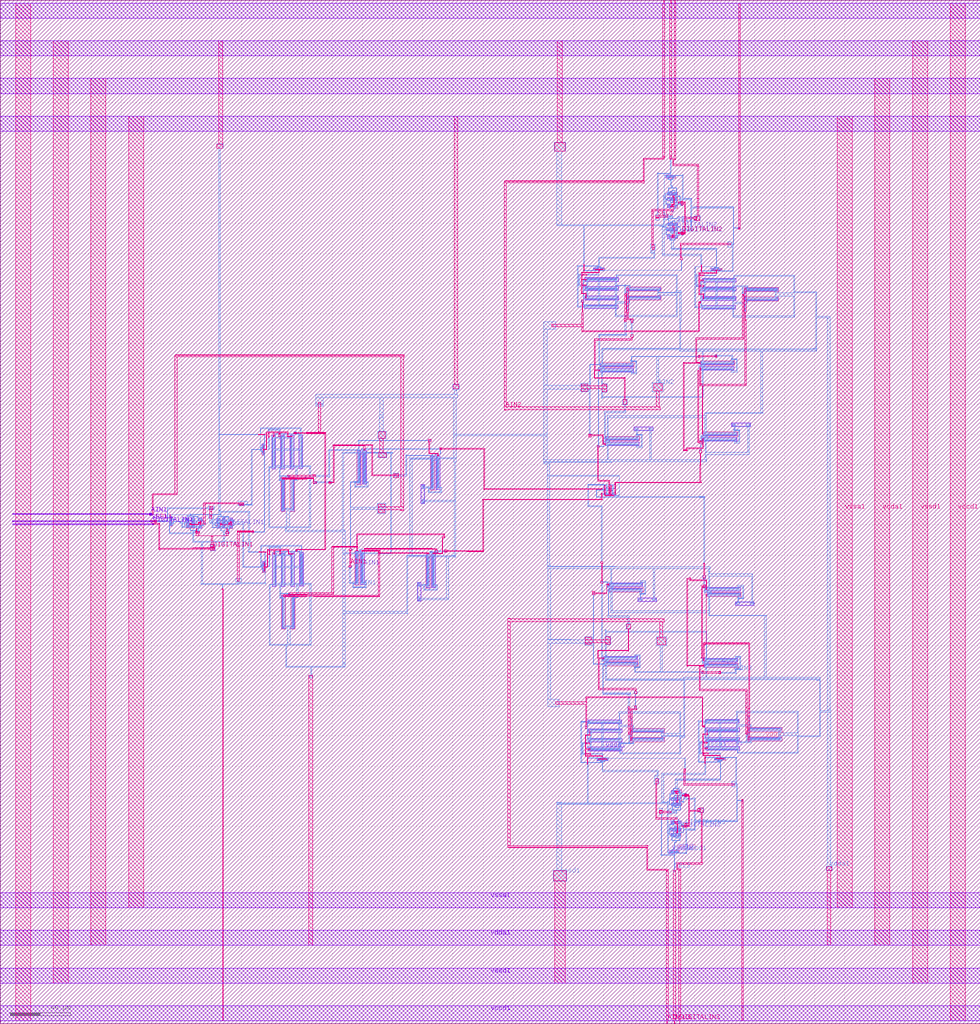
<source format=lef>
# Copyright 2020 The SkyWater PDK Authors
#
# Licensed under the Apache License, Version 2.0 (the "License");
# you may not use this file except in compliance with the License.
# You may obtain a copy of the License at
#
#     https://www.apache.org/licenses/LICENSE-2.0
#
# Unless required by applicable law or agreed to in writing, software
# distributed under the License is distributed on an "AS IS" BASIS,
# WITHOUT WARRANTIES OR CONDITIONS OF ANY KIND, either express or implied.
# See the License for the specific language governing permissions and
# limitations under the License.
#
# SPDX-License-Identifier: Apache-2.0

VERSION 5.7 ;

BUSBITCHARS "[]" ;
DIVIDERCHAR "/" ;

UNITS
  TIME NANOSECONDS 1 ;
  CAPACITANCE PICOFARADS 1 ;
  RESISTANCE OHMS 1 ;
  DATABASE MICRONS 1000 ;
END UNITS

MANUFACTURINGGRID 0.005 ;
USEMINSPACING OBS OFF ;

PROPERTYDEFINITIONS
  LAYER LEF58_TYPE STRING ;
END PROPERTYDEFINITIONS

# High density, single height
SITE unithd
  SYMMETRY Y ;
  CLASS CORE ;
  SIZE 0.46 BY 2.72 ;
END unithd

# High density, double height
SITE unithddbl
  SYMMETRY Y ;
  CLASS CORE ;
  SIZE 0.46 BY 5.44 ;
END unithddbl

LAYER nwell
  TYPE MASTERSLICE ;
  PROPERTY LEF58_TYPE "TYPE NWELL ;" ;
END nwell

LAYER pwell
  TYPE MASTERSLICE ;
  PROPERTY LEF58_TYPE "TYPE PWELL ;" ;
END pwell

LAYER li1
  TYPE ROUTING ;
  DIRECTION VERTICAL ;

  PITCH 0.46 0.34 ;
  OFFSET 0.23 0.17 ;

  WIDTH 0.17 ;          # LI 1
  # SPACING  0.17 ;     # LI 2
  SPACINGTABLE
     PARALLELRUNLENGTH 0
     WIDTH 0 0.17 ;
  AREA 0.0561 ;         # LI 6
  THICKNESS 0.1 ;
  EDGECAPACITANCE 40.697E-6 ;
  CAPACITANCE CPERSQDIST 36.9866E-6 ;
  RESISTANCE RPERSQ 17.0 ;

  ANTENNAMODEL OXIDE1 ;
  ANTENNADIFFSIDEAREARATIO PWL ( ( 0 75 ) ( 0.0125 75 ) ( 0.0225 85.125 ) ( 22.5 10200 ) ) ;
END li1

LAYER mcon
  TYPE CUT ;

  WIDTH 0.17 ;                # Mcon 1
  SPACING 0.19 ;              # Mcon 2
  ENCLOSURE BELOW 0 0 ;       # Mcon 4
  ENCLOSURE ABOVE 0.03 0.06 ; # Met1 4 / Met1 5
  RESISTANCE 23.0 ;

  ANTENNADIFFAREARATIO PWL ( ( 0 3 ) ( 0.0125 3 ) ( 0.0225 3.405 ) ( 22.5 408 ) ) ;
  DCCURRENTDENSITY AVERAGE 0.36 ; # mA per via Iavg_max at Tj = 90oC

END mcon

LAYER met1
  TYPE ROUTING ;
  DIRECTION HORIZONTAL ;

  PITCH 0.34 ;
  OFFSET 0.17 ;

  WIDTH 0.14 ;                     # Met1 1
  # SPACING 0.14 ;                 # Met1 2
  # SPACING 0.28 RANGE 3.001 100 ; # Met1 3b
  SPACINGTABLE
     PARALLELRUNLENGTH 0
     WIDTH 0 0.14
     WIDTH 3 0.28 ;
  AREA 0.083 ;                     # Met1 6
  THICKNESS 0.35 ;
  MINENCLOSEDAREA 0.14 ;

  ANTENNAMODEL OXIDE1 ;
  ANTENNADIFFSIDEAREARATIO PWL ( ( 0 400 ) ( 0.0125 400 ) ( 0.0225 2609 ) ( 22.5 11600 ) ) ;

  EDGECAPACITANCE 40.567E-6 ;
  CAPACITANCE CPERSQDIST 25.7784E-6 ;
  DCCURRENTDENSITY AVERAGE 2.8 ; # mA/um Iavg_max at Tj = 90oC
  ACCURRENTDENSITY RMS 6.1 ; # mA/um Irms_max at Tj = 90oC
  MAXIMUMDENSITY 70 ;
  DENSITYCHECKWINDOW 700 700 ;
  DENSITYCHECKSTEP 70 ;

  RESISTANCE RPERSQ 0.145 ;
END met1

LAYER via
  TYPE CUT ;
  WIDTH 0.15 ;                  # Via 1a
  SPACING 0.17 ;                # Via 2
  ENCLOSURE BELOW 0.055 0.085 ; # Via 4a / Via 5a
  ENCLOSURE ABOVE 0.055 0.085 ; # Met2 4 / Met2 5
  RESISTANCE 30.0 ;

  ANTENNADIFFAREARATIO PWL ( ( 0 6 ) ( 0.0125 6 ) ( 0.0225 6.81 ) ( 22.5 816 ) ) ;
  DCCURRENTDENSITY AVERAGE 0.29 ; # mA per via Iavg_max at Tj = 90oC
END via

LAYER met2
  TYPE ROUTING ;
  DIRECTION VERTICAL ;

  PITCH 0.46 ;
  OFFSET 0.23 ;

  WIDTH 0.14 ;                        # Met2 1
  # SPACING  0.14 ;                   # Met2 2
  # SPACING  0.28 RANGE 3.001 100 ;   # Met2 3b
  SPACINGTABLE
     PARALLELRUNLENGTH 0
     WIDTH 0 0.14
     WIDTH 3 0.28 ;
  AREA 0.0676 ;                       # Met2 6
  THICKNESS 0.35 ;
  MINENCLOSEDAREA 0.14 ;

  EDGECAPACITANCE 32.918E-6 ;
  CAPACITANCE CPERSQDIST 14.7703E-6 ;
  RESISTANCE RPERSQ 0.145 ;
  DCCURRENTDENSITY AVERAGE 2.8 ; # mA/um Iavg_max at Tj = 90oC
  ACCURRENTDENSITY RMS 6.1 ; # mA/um Irms_max at Tj = 90oC

  ANTENNAMODEL OXIDE1 ;
  ANTENNADIFFSIDEAREARATIO PWL ( ( 0 400 ) ( 0.0125 400 ) ( 0.0225 2609 ) ( 22.5 11600 ) ) ;

  MAXIMUMDENSITY 70 ;
  DENSITYCHECKWINDOW 700 700 ;
  DENSITYCHECKSTEP 70 ;
END met2

# ******** Layer via2, type routing, number 44 **************
LAYER via2
  TYPE CUT ;
  WIDTH 0.2 ;                   # Via2 1
  SPACING 0.2 ;                 # Via2 2
  ENCLOSURE BELOW 0.04 0.085 ;  # Via2 4
  ENCLOSURE ABOVE 0.065 0.065 ; # Met3 4
  RESISTANCE 8.0 ;
  ANTENNADIFFAREARATIO PWL ( ( 0 6 ) ( 0.0125 6 ) ( 0.0225 6.81 ) ( 22.5 816 ) ) ;
  DCCURRENTDENSITY AVERAGE 0.48 ; # mA per via Iavg_max at Tj = 90oC
END via2

LAYER met3
  TYPE ROUTING ;
  DIRECTION HORIZONTAL ;

  PITCH 0.68 ;
  OFFSET 0.34 ;

  WIDTH 0.3 ;              # Met3 1
  # SPACING 0.3 ;          # Met3 2
  SPACINGTABLE
     PARALLELRUNLENGTH 0
     WIDTH 0 0.3
     WIDTH 3 0.4 ;
  AREA 0.24 ;              # Met3 6
  THICKNESS 0.8 ;

  EDGECAPACITANCE 37.065E-6 ;
  CAPACITANCE CPERSQDIST 11.1883E-6 ;
  RESISTANCE RPERSQ 0.056 ;
  DCCURRENTDENSITY AVERAGE 6.8 ; # mA/um Iavg_max at Tj = 90oC
  ACCURRENTDENSITY RMS 14.9 ; # mA/um Irms_max at Tj = 90oC

  ANTENNAMODEL OXIDE1 ;
  ANTENNADIFFSIDEAREARATIO PWL ( ( 0 400 ) ( 0.0125 400 ) ( 0.0225 2609 ) ( 22.5 11600 ) ) ;

  MAXIMUMDENSITY 70 ;
  DENSITYCHECKWINDOW 700 700 ;
  DENSITYCHECKSTEP 70 ;
END met3

LAYER via3
  TYPE CUT ;
  WIDTH 0.2 ;                   # Via3 1
  SPACING 0.2 ;                 # Via3 2
  ENCLOSURE BELOW 0.06 0.09 ;   # Via3 4 / Via3 5
  ENCLOSURE ABOVE 0.065 0.065 ; # Met4 3
  RESISTANCE 8.0 ;
  ANTENNADIFFAREARATIO PWL ( ( 0 6 ) ( 0.0125 6 ) ( 0.0225 6.81 ) ( 22.5 816 ) ) ;
  DCCURRENTDENSITY AVERAGE 0.48 ; # mA per via Iavg_max at Tj = 90oC
END via3

LAYER met4
  TYPE ROUTING ;
  DIRECTION VERTICAL ;

  PITCH 0.92 ;
  OFFSET 0.46 ;

  WIDTH 0.3 ;             # Met4 1
  # SPACING  0.3 ;             # Met4 2
  SPACINGTABLE
     PARALLELRUNLENGTH 0
     WIDTH 0 0.3
     WIDTH 3 0.4 ;
  AREA 0.24 ;            # Met4 4a

  THICKNESS 0.8 ;

  EDGECAPACITANCE 34.169E-6 ;
  CAPACITANCE CPERSQDIST 7.84019E-6 ;
  RESISTANCE RPERSQ 0.056 ;
  DCCURRENTDENSITY AVERAGE 6.8 ; # mA/um Iavg_max at Tj = 90oC
  ACCURRENTDENSITY RMS 14.9 ; # mA/um Irms_max at Tj = 90oC

  ANTENNAMODEL OXIDE1 ;
  ANTENNADIFFSIDEAREARATIO PWL ( ( 0 400 ) ( 0.0125 400 ) ( 0.0225 2609 ) ( 22.5 11600 ) ) ;

  MAXIMUMDENSITY 70 ;
  DENSITYCHECKWINDOW 700 700 ;
  DENSITYCHECKSTEP 70 ;
END met4

LAYER via4
  TYPE CUT ;

  WIDTH 0.8 ;                 # Via4 1
  SPACING 0.8 ;               # Via4 2
  ENCLOSURE BELOW 0.19 0.19 ; # Via4 4
  ENCLOSURE ABOVE 0.31 0.31 ; # Met5 3
  RESISTANCE 0.891 ;
  ANTENNADIFFAREARATIO PWL ( ( 0 6 ) ( 0.0125 6 ) ( 0.0225 6.81 ) ( 22.5 816 ) ) ;
  DCCURRENTDENSITY AVERAGE 2.49 ; # mA per via Iavg_max at Tj = 90oC
END via4

LAYER met5
  TYPE ROUTING ;
  DIRECTION HORIZONTAL ;

  PITCH 3.4 ;
  OFFSET 1.7 ;

  WIDTH 1.6 ;            # Met5 1
  #SPACING  1.6 ;        # Met5 2
  SPACINGTABLE
     PARALLELRUNLENGTH 0
     WIDTH 0 1.6 ;
  AREA 4 ;               # Met5 4

  THICKNESS 1.2 ;

  EDGECAPACITANCE 36.828E-6 ;
  CAPACITANCE CPERSQDIST 5.99155E-6 ;
  RESISTANCE RPERSQ 0.0358 ;
  DCCURRENTDENSITY AVERAGE 10.17 ; # mA/um Iavg_max at Tj = 90oC
  ACCURRENTDENSITY RMS 22.34 ; # mA/um Irms_max at Tj = 90oC

  ANTENNAMODEL OXIDE1 ;
  ANTENNADIFFSIDEAREARATIO PWL ( ( 0 400 ) ( 0.0125 400 ) ( 0.0225 2609 ) ( 22.5 11600 ) ) ;
END met5


### Routing via cells section   ###
# Plus via rule, metals are along the prefered direction
VIA L1M1_PR DEFAULT
  LAYER mcon ;
  RECT -0.085 -0.085 0.085 0.085 ;
  LAYER li1 ;
  RECT -0.085 -0.085 0.085 0.085 ;
  LAYER met1 ;
  RECT -0.145 -0.115 0.145 0.115 ;
END L1M1_PR

VIARULE L1M1_PR GENERATE
  LAYER li1 ;
  ENCLOSURE 0 0 ;
  LAYER met1 ;
  ENCLOSURE 0.06 0.03 ;
  LAYER mcon ;
  RECT -0.085 -0.085 0.085 0.085 ;
  SPACING 0.36 BY 0.36 ;
END L1M1_PR

# Plus via rule, metals are along the non prefered direction
VIA L1M1_PR_R DEFAULT
  LAYER mcon ;
  RECT -0.085 -0.085 0.085 0.085 ;
  LAYER li1 ;
  RECT -0.085 -0.085 0.085 0.085 ;
  LAYER met1 ;
  RECT -0.115 -0.145 0.115 0.145 ;
END L1M1_PR_R

VIARULE L1M1_PR_R GENERATE
  LAYER li1 ;
  ENCLOSURE 0 0 ;
  LAYER met1 ;
  ENCLOSURE 0.03 0.06 ;
  LAYER mcon ;
  RECT -0.085 -0.085 0.085 0.085 ;
  SPACING 0.36 BY 0.36 ;
END L1M1_PR_R

# Minus via rule, lower layer metal is along prefered direction
VIA L1M1_PR_M DEFAULT
  LAYER mcon ;
  RECT -0.085 -0.085 0.085 0.085 ;
  LAYER li1 ;
  RECT -0.085 -0.085 0.085 0.085 ;
  LAYER met1 ;
  RECT -0.115 -0.145 0.115 0.145 ;
END L1M1_PR_M

VIARULE L1M1_PR_M GENERATE
  LAYER li1 ;
  ENCLOSURE 0 0 ;
  LAYER met1 ;
  ENCLOSURE 0.03 0.06 ;
  LAYER mcon ;
  RECT -0.085 -0.085 0.085 0.085 ;
  SPACING 0.36 BY 0.36 ;
END L1M1_PR_M

# Minus via rule, upper layer metal is along prefered direction
VIA L1M1_PR_MR DEFAULT
  LAYER mcon ;
  RECT -0.085 -0.085 0.085 0.085 ;
  LAYER li1 ;
  RECT -0.085 -0.085 0.085 0.085 ;
  LAYER met1 ;
  RECT -0.145 -0.115 0.145 0.115 ;
END L1M1_PR_MR

VIARULE L1M1_PR_MR GENERATE
  LAYER li1 ;
  ENCLOSURE 0 0 ;
  LAYER met1 ;
  ENCLOSURE 0.06 0.03 ;
  LAYER mcon ;
  RECT -0.085 -0.085 0.085 0.085 ;
  SPACING 0.36 BY 0.36 ;
END L1M1_PR_MR

# Centered via rule, we really do not want to use it
VIA L1M1_PR_C DEFAULT
  LAYER mcon ;
  RECT -0.085 -0.085 0.085 0.085 ;
  LAYER li1 ;
  RECT -0.085 -0.085 0.085 0.085 ;
  LAYER met1 ;
  RECT -0.145 -0.145 0.145 0.145 ;
END L1M1_PR_C

VIARULE L1M1_PR_C GENERATE
  LAYER li1 ;
  ENCLOSURE 0 0 ;
  LAYER met1 ;
  ENCLOSURE 0.06 0.06 ;
  LAYER mcon ;
  RECT -0.085 -0.085 0.085 0.085 ;
  SPACING 0.36 BY 0.36 ;
END L1M1_PR_C

# Plus via rule, metals are along the prefered direction
VIA M1M2_PR DEFAULT
  LAYER via ;
  RECT -0.075 -0.075 0.075 0.075 ;
  LAYER met1 ;
  RECT -0.16 -0.13 0.16 0.13 ;
  LAYER met2 ;
  RECT -0.13 -0.16 0.13 0.16 ;
END M1M2_PR

VIARULE M1M2_PR GENERATE
  LAYER met1 ;
  ENCLOSURE 0.085 0.055 ;
  LAYER met2 ;
  ENCLOSURE 0.055 0.085 ;
  LAYER via ;
  RECT -0.075 -0.075 0.075 0.075 ;
  SPACING 0.32 BY 0.32 ;
END M1M2_PR

# Plus via rule, metals are along the non prefered direction
VIA M1M2_PR_R DEFAULT
  LAYER via ;
  RECT -0.075 -0.075 0.075 0.075 ;
  LAYER met1 ;
  RECT -0.13 -0.16 0.13 0.16 ;
  LAYER met2 ;
  RECT -0.16 -0.13 0.16 0.13 ;
END M1M2_PR_R

VIARULE M1M2_PR_R GENERATE
  LAYER met1 ;
  ENCLOSURE 0.055 0.085 ;
  LAYER met2 ;
  ENCLOSURE 0.085 0.055 ;
  LAYER via ;
  RECT -0.075 -0.075 0.075 0.075 ;
  SPACING 0.32 BY 0.32 ;
END M1M2_PR_R

# Minus via rule, lower layer metal is along prefered direction
VIA M1M2_PR_M DEFAULT
  LAYER via ;
  RECT -0.075 -0.075 0.075 0.075 ;
  LAYER met1 ;
  RECT -0.16 -0.13 0.16 0.13 ;
  LAYER met2 ;
  RECT -0.16 -0.13 0.16 0.13 ;
END M1M2_PR_M

VIARULE M1M2_PR_M GENERATE
  LAYER met1 ;
  ENCLOSURE 0.085 0.055 ;
  LAYER met2 ;
  ENCLOSURE 0.085 0.055 ;
  LAYER via ;
  RECT -0.075 -0.075 0.075 0.075 ;
  SPACING 0.32 BY 0.32 ;
END M1M2_PR_M

# Minus via rule, upper layer metal is along prefered direction
VIA M1M2_PR_MR DEFAULT
  LAYER via ;
  RECT -0.075 -0.075 0.075 0.075 ;
  LAYER met1 ;
  RECT -0.13 -0.16 0.13 0.16 ;
  LAYER met2 ;
  RECT -0.13 -0.16 0.13 0.16 ;
END M1M2_PR_MR

VIARULE M1M2_PR_MR GENERATE
  LAYER met1 ;
  ENCLOSURE 0.055 0.085 ;
  LAYER met2 ;
  ENCLOSURE 0.055 0.085 ;
  LAYER via ;
  RECT -0.075 -0.075 0.075 0.075 ;
  SPACING 0.32 BY 0.32 ;
END M1M2_PR_MR

# Centered via rule, we really do not want to use it
VIA M1M2_PR_C DEFAULT
  LAYER via ;
  RECT -0.075 -0.075 0.075 0.075 ;
  LAYER met1 ;
  RECT -0.16 -0.16 0.16 0.16 ;
  LAYER met2 ;
  RECT -0.16 -0.16 0.16 0.16 ;
END M1M2_PR_C

VIARULE M1M2_PR_C GENERATE
  LAYER met1 ;
  ENCLOSURE 0.085 0.085 ;
  LAYER met2 ;
  ENCLOSURE 0.085 0.085 ;
  LAYER via ;
  RECT -0.075 -0.075 0.075 0.075 ;
  SPACING 0.32 BY 0.32 ;
END M1M2_PR_C

# Plus via rule, metals are along the prefered direction
VIA M2M3_PR DEFAULT
  LAYER via2 ;
  RECT -0.1 -0.1 0.1 0.1 ;
  LAYER met2 ;
  RECT -0.14 -0.185 0.14 0.185 ;
  LAYER met3 ;
  RECT -0.165 -0.165 0.165 0.165 ;
END M2M3_PR

VIARULE M2M3_PR GENERATE
  LAYER met2 ;
  ENCLOSURE 0.04 0.085 ;
  LAYER met3 ;
  ENCLOSURE 0.065 0.065 ;
  LAYER via2 ;
  RECT -0.1 -0.1 0.1 0.1 ;
  SPACING 0.4 BY 0.4 ;
END M2M3_PR

# Plus via rule, metals are along the non prefered direction
VIA M2M3_PR_R DEFAULT
  LAYER via2 ;
  RECT -0.1 -0.1 0.1 0.1 ;
  LAYER met2 ;
  RECT -0.185 -0.14 0.185 0.14 ;
  LAYER met3 ;
  RECT -0.165 -0.165 0.165 0.165 ;
END M2M3_PR_R

VIARULE M2M3_PR_R GENERATE
  LAYER met2 ;
  ENCLOSURE 0.085 0.04 ;
  LAYER met3 ;
  ENCLOSURE 0.065 0.065 ;
  LAYER via2 ;
  RECT -0.1 -0.1 0.1 0.1 ;
  SPACING 0.4 BY 0.4 ;
END M2M3_PR_R

# Minus via rule, lower layer metal is along prefered direction
VIA M2M3_PR_M DEFAULT
  LAYER via2 ;
  RECT -0.1 -0.1 0.1 0.1 ;
  LAYER met2 ;
  RECT -0.14 -0.185 0.14 0.185 ;
  LAYER met3 ;
  RECT -0.165 -0.165 0.165 0.165 ;
END M2M3_PR_M

VIARULE M2M3_PR_M GENERATE
  LAYER met2 ;
  ENCLOSURE 0.04 0.085 ;
  LAYER met3 ;
  ENCLOSURE 0.065 0.065 ;
  LAYER via2 ;
  RECT -0.1 -0.1 0.1 0.1 ;
  SPACING 0.4 BY 0.4 ;
END M2M3_PR_M

# Minus via rule, upper layer metal is along prefered direction
VIA M2M3_PR_MR DEFAULT
  LAYER via2 ;
  RECT -0.1 -0.1 0.1 0.1 ;
  LAYER met2 ;
  RECT -0.185 -0.14 0.185 0.14 ;
  LAYER met3 ;
  RECT -0.165 -0.165 0.165 0.165 ;
END M2M3_PR_MR

VIARULE M2M3_PR_MR GENERATE
  LAYER met2 ;
  ENCLOSURE 0.085 0.04 ;
  LAYER met3 ;
  ENCLOSURE 0.065 0.065 ;
  LAYER via2 ;
  RECT -0.1 -0.1 0.1 0.1 ;
  SPACING 0.4 BY 0.4 ;
END M2M3_PR_MR

# Centered via rule, we really do not want to use it
VIA M2M3_PR_C DEFAULT
  LAYER via2 ;
  RECT -0.1 -0.1 0.1 0.1 ;
  LAYER met2 ;
  RECT -0.185 -0.185 0.185 0.185 ;
  LAYER met3 ;
  RECT -0.165 -0.165 0.165 0.165 ;
END M2M3_PR_C

VIARULE M2M3_PR_C GENERATE
  LAYER met2 ;
  ENCLOSURE 0.085 0.085 ;
  LAYER met3 ;
  ENCLOSURE 0.065 0.065 ;
  LAYER via2 ;
  RECT -0.1 -0.1 0.1 0.1 ;
  SPACING 0.4 BY 0.4 ;
END M2M3_PR_C

# Plus via rule, metals are along the prefered direction
VIA M3M4_PR DEFAULT
  LAYER via3 ;
  RECT -0.1 -0.1 0.1 0.1 ;
  LAYER met3 ;
  RECT -0.19 -0.16 0.19 0.16 ;
  LAYER met4 ;
  RECT -0.165 -0.165 0.165 0.165 ;
END M3M4_PR

VIARULE M3M4_PR GENERATE
  LAYER met3 ;
  ENCLOSURE 0.09 0.06 ;
  LAYER met4 ;
  ENCLOSURE 0.065 0.065 ;
  LAYER via3 ;
  RECT -0.1 -0.1 0.1 0.1 ;
  SPACING 0.4 BY 0.4 ;
END M3M4_PR

# Plus via rule, metals are along the non prefered direction
VIA M3M4_PR_R DEFAULT
  LAYER via3 ;
  RECT -0.1 -0.1 0.1 0.1 ;
  LAYER met3 ;
  RECT -0.16 -0.19 0.16 0.19 ;
  LAYER met4 ;
  RECT -0.165 -0.165 0.165 0.165 ;
END M3M4_PR_R

VIARULE M3M4_PR_R GENERATE
  LAYER met3 ;
  ENCLOSURE 0.06 0.09 ;
  LAYER met4 ;
  ENCLOSURE 0.065 0.065 ;
  LAYER via3 ;
  RECT -0.1 -0.1 0.1 0.1 ;
  SPACING 0.4 BY 0.4 ;
END M3M4_PR_R

# Minus via rule, lower layer metal is along prefered direction
VIA M3M4_PR_M DEFAULT
  LAYER via3 ;
  RECT -0.1 -0.1 0.1 0.1 ;
  LAYER met3 ;
  RECT -0.19 -0.16 0.19 0.16 ;
  LAYER met4 ;
  RECT -0.165 -0.165 0.165 0.165 ;
END M3M4_PR_M

VIARULE M3M4_PR_M GENERATE
  LAYER met3 ;
  ENCLOSURE 0.09 0.06 ;
  LAYER met4 ;
  ENCLOSURE 0.065 0.065 ;
  LAYER via3 ;
  RECT -0.1 -0.1 0.1 0.1 ;
  SPACING 0.4 BY 0.4 ;
END M3M4_PR_M

# Minus via rule, upper layer metal is along prefered direction
VIA M3M4_PR_MR DEFAULT
  LAYER via3 ;
  RECT -0.1 -0.1 0.1 0.1 ;
  LAYER met3 ;
  RECT -0.16 -0.19 0.16 0.19 ;
  LAYER met4 ;
  RECT -0.165 -0.165 0.165 0.165 ;
END M3M4_PR_MR

VIARULE M3M4_PR_MR GENERATE
  LAYER met3 ;
  ENCLOSURE 0.06 0.09 ;
  LAYER met4 ;
  ENCLOSURE 0.065 0.065 ;
  LAYER via3 ;
  RECT -0.1 -0.1 0.1 0.1 ;
  SPACING 0.4 BY 0.4 ;
END M3M4_PR_MR

# Centered via rule, we really do not want to use it
VIA M3M4_PR_C DEFAULT
  LAYER via3 ;
  RECT -0.1 -0.1 0.1 0.1 ;
  LAYER met3 ;
  RECT -0.19 -0.19 0.19 0.19 ;
  LAYER met4 ;
  RECT -0.165 -0.165 0.165 0.165 ;
END M3M4_PR_C

VIARULE M3M4_PR_C GENERATE
  LAYER met3 ;
  ENCLOSURE 0.09 0.09 ;
  LAYER met4 ;
  ENCLOSURE 0.065 0.065 ;
  LAYER via3 ;
  RECT -0.1 -0.1 0.1 0.1 ;
  SPACING 0.4 BY 0.4 ;
END M3M4_PR_C

# Plus via rule, metals are along the prefered direction
VIA M4M5_PR DEFAULT
  LAYER via4 ;
  RECT -0.4 -0.4 0.4 0.4 ;
  LAYER met4 ;
  RECT -0.59 -0.59 0.59 0.59 ;
  LAYER met5 ;
  RECT -0.71 -0.71 0.71 0.71 ;
END M4M5_PR

VIARULE M4M5_PR GENERATE
  LAYER met4 ;
  ENCLOSURE 0.19 0.19 ;
  LAYER met5 ;
  ENCLOSURE 0.31 0.31 ;
  LAYER via4 ;
  RECT -0.4 -0.4 0.4 0.4 ;
  SPACING 1.6 BY 1.6 ;
END M4M5_PR

# Plus via rule, metals are along the non prefered direction
VIA M4M5_PR_R DEFAULT
  LAYER via4 ;
  RECT -0.4 -0.4 0.4 0.4 ;
  LAYER met4 ;
  RECT -0.59 -0.59 0.59 0.59 ;
  LAYER met5 ;
  RECT -0.71 -0.71 0.71 0.71 ;
END M4M5_PR_R

VIARULE M4M5_PR_R GENERATE
  LAYER met4 ;
  ENCLOSURE 0.19 0.19 ;
  LAYER met5 ;
  ENCLOSURE 0.31 0.31 ;
  LAYER via4 ;
  RECT -0.4 -0.4 0.4 0.4 ;
  SPACING 1.6 BY 1.6 ;
END M4M5_PR_R

# Minus via rule, lower layer metal is along prefered direction
VIA M4M5_PR_M DEFAULT
  LAYER via4 ;
  RECT -0.4 -0.4 0.4 0.4 ;
  LAYER met4 ;
  RECT -0.59 -0.59 0.59 0.59 ;
  LAYER met5 ;
  RECT -0.71 -0.71 0.71 0.71 ;
END M4M5_PR_M

VIARULE M4M5_PR_M GENERATE
  LAYER met4 ;
  ENCLOSURE 0.19 0.19 ;
  LAYER met5 ;
  ENCLOSURE 0.31 0.31 ;
  LAYER via4 ;
  RECT -0.4 -0.4 0.4 0.4 ;
  SPACING 1.6 BY 1.6 ;
END M4M5_PR_M

# Minus via rule, upper layer metal is along prefered direction
VIA M4M5_PR_MR DEFAULT
  LAYER via4 ;
  RECT -0.4 -0.4 0.4 0.4 ;
  LAYER met4 ;
  RECT -0.59 -0.59 0.59 0.59 ;
  LAYER met5 ;
  RECT -0.71 -0.71 0.71 0.71 ;
END M4M5_PR_MR

VIARULE M4M5_PR_MR GENERATE
  LAYER met4 ;
  ENCLOSURE 0.19 0.19 ;
  LAYER met5 ;
  ENCLOSURE 0.31 0.31 ;
  LAYER via4 ;
  RECT -0.4 -0.4 0.4 0.4 ;
  SPACING 1.6 BY 1.6 ;
END M4M5_PR_MR

# Centered via rule, we really do not want to use it
VIA M4M5_PR_C DEFAULT
  LAYER via4 ;
  RECT -0.4 -0.4 0.4 0.4 ;
  LAYER met4 ;
  RECT -0.59 -0.59 0.59 0.59 ;
  LAYER met5 ;
  RECT -0.71 -0.71 0.71 0.71 ;
END M4M5_PR_C

VIARULE M4M5_PR_C GENERATE
  LAYER met4 ;
  ENCLOSURE 0.19 0.19 ;
  LAYER met5 ;
  ENCLOSURE 0.31 0.31 ;
  LAYER via4 ;
  RECT -0.4 -0.4 0.4 0.4 ;
  SPACING 1.6 BY 1.6 ;
END M4M5_PR_C
###  end of single via cells   ###


MACRO sky130_fd_sc_hd__a2bb2o_1
  CLASS CORE ;
  FOREIGN sky130_fd_sc_hd__a2bb2o_1 ;
  ORIGIN 0.000 0.000 ;
  SIZE 3.680 BY 2.720 ;
  SYMMETRY X Y R90 ;
  SITE unithd ;
  PIN A1_N
    DIRECTION INPUT ;
    USE SIGNAL ;
    ANTENNAGATEAREA 0.126000 ;
    PORT
      LAYER li1 ;
        RECT 0.910 0.995 1.240 1.615 ;
    END
  END A1_N
  PIN A2_N
    DIRECTION INPUT ;
    USE SIGNAL ;
    ANTENNAGATEAREA 0.126000 ;
    PORT
      LAYER li1 ;
        RECT 1.410 0.995 1.700 1.375 ;
    END
  END A2_N
  PIN B1
    DIRECTION INPUT ;
    USE SIGNAL ;
    ANTENNAGATEAREA 0.126000 ;
    PORT
      LAYER li1 ;
        RECT 3.280 0.765 3.540 1.655 ;
    END
  END B1
  PIN B2
    DIRECTION INPUT ;
    USE SIGNAL ;
    ANTENNAGATEAREA 0.126000 ;
    PORT
      LAYER li1 ;
        RECT 2.600 1.355 3.080 1.655 ;
        RECT 2.820 0.765 3.080 1.355 ;
    END
  END B2
  PIN VGND
    DIRECTION INOUT ;
    USE GROUND ;
    SHAPE ABUTMENT ;
    PORT
      LAYER met1 ;
        RECT 0.000 -0.240 3.680 0.240 ;
    END
  END VGND
  PIN VNB
    DIRECTION INOUT ;
    USE GROUND ;
    PORT
      LAYER pwell ;
        RECT 0.005 0.785 0.925 1.015 ;
        RECT 0.005 0.105 3.590 0.785 ;
        RECT 0.150 -0.085 0.320 0.105 ;
    END
  END VNB
  PIN VPB
    DIRECTION INOUT ;
    USE POWER ;
    PORT
      LAYER nwell ;
        RECT -0.190 1.305 3.870 2.910 ;
    END
  END VPB
  PIN VPWR
    DIRECTION INOUT ;
    USE POWER ;
    SHAPE ABUTMENT ;
    PORT
      LAYER met1 ;
        RECT 0.000 2.480 3.680 2.960 ;
    END
  END VPWR
  PIN X
    DIRECTION OUTPUT ;
    USE SIGNAL ;
    ANTENNADIFFAREA 0.429000 ;
    PORT
      LAYER li1 ;
        RECT 0.085 1.525 0.345 2.465 ;
        RECT 0.085 0.810 0.260 1.525 ;
        RECT 0.085 0.255 0.345 0.810 ;
    END
  END X
  OBS
      LAYER li1 ;
        RECT 0.000 2.635 3.680 2.805 ;
        RECT 0.515 2.235 0.845 2.635 ;
        RECT 1.990 2.370 2.245 2.465 ;
        RECT 1.105 2.200 2.245 2.370 ;
        RECT 2.415 2.255 2.745 2.425 ;
        RECT 1.105 1.975 1.275 2.200 ;
        RECT 0.515 1.805 1.275 1.975 ;
        RECT 1.990 2.065 2.245 2.200 ;
        RECT 0.515 1.325 0.685 1.805 ;
        RECT 1.540 1.715 1.710 1.905 ;
        RECT 1.990 1.895 2.400 2.065 ;
        RECT 1.540 1.545 2.060 1.715 ;
        RECT 0.430 0.995 0.685 1.325 ;
        RECT 1.890 0.825 2.060 1.545 ;
        RECT 1.180 0.655 2.060 0.825 ;
        RECT 2.230 0.870 2.400 1.895 ;
        RECT 2.575 2.005 2.745 2.255 ;
        RECT 2.915 2.175 3.165 2.635 ;
        RECT 3.335 2.005 3.515 2.465 ;
        RECT 2.575 1.835 3.515 2.005 ;
        RECT 2.230 0.700 2.580 0.870 ;
        RECT 0.515 0.085 0.945 0.530 ;
        RECT 1.180 0.255 1.350 0.655 ;
        RECT 1.520 0.085 2.240 0.485 ;
        RECT 2.410 0.255 2.580 0.700 ;
        RECT 3.155 0.085 3.555 0.595 ;
        RECT 0.000 -0.085 3.680 0.085 ;
      LAYER mcon ;
        RECT 0.145 2.635 0.315 2.805 ;
        RECT 0.605 2.635 0.775 2.805 ;
        RECT 1.065 2.635 1.235 2.805 ;
        RECT 1.525 2.635 1.695 2.805 ;
        RECT 1.985 2.635 2.155 2.805 ;
        RECT 2.445 2.635 2.615 2.805 ;
        RECT 2.905 2.635 3.075 2.805 ;
        RECT 3.365 2.635 3.535 2.805 ;
        RECT 0.145 -0.085 0.315 0.085 ;
        RECT 0.605 -0.085 0.775 0.085 ;
        RECT 1.065 -0.085 1.235 0.085 ;
        RECT 1.525 -0.085 1.695 0.085 ;
        RECT 1.985 -0.085 2.155 0.085 ;
        RECT 2.445 -0.085 2.615 0.085 ;
        RECT 2.905 -0.085 3.075 0.085 ;
        RECT 3.365 -0.085 3.535 0.085 ;
  END
END sky130_fd_sc_hd__a2bb2o_1
MACRO sky130_fd_sc_hd__a2bb2o_2
  CLASS CORE ;
  FOREIGN sky130_fd_sc_hd__a2bb2o_2 ;
  ORIGIN 0.000 0.000 ;
  SIZE 4.140 BY 2.720 ;
  SYMMETRY X Y R90 ;
  SITE unithd ;
  PIN A1_N
    DIRECTION INPUT ;
    USE SIGNAL ;
    ANTENNAGATEAREA 0.159000 ;
    PORT
      LAYER li1 ;
        RECT 1.345 0.995 1.675 1.615 ;
    END
  END A1_N
  PIN A2_N
    DIRECTION INPUT ;
    USE SIGNAL ;
    ANTENNAGATEAREA 0.159000 ;
    PORT
      LAYER li1 ;
        RECT 1.845 0.995 2.135 1.375 ;
    END
  END A2_N
  PIN B1
    DIRECTION INPUT ;
    USE SIGNAL ;
    ANTENNAGATEAREA 0.159000 ;
    PORT
      LAYER li1 ;
        RECT 3.730 0.765 3.990 1.655 ;
    END
  END B1
  PIN B2
    DIRECTION INPUT ;
    USE SIGNAL ;
    ANTENNAGATEAREA 0.159000 ;
    PORT
      LAYER li1 ;
        RECT 3.050 1.355 3.530 1.655 ;
        RECT 3.270 0.765 3.530 1.355 ;
    END
  END B2
  PIN VGND
    DIRECTION INOUT ;
    USE GROUND ;
    SHAPE ABUTMENT ;
    PORT
      LAYER met1 ;
        RECT 0.000 -0.240 4.140 0.240 ;
    END
  END VGND
  PIN VNB
    DIRECTION INOUT ;
    USE GROUND ;
    PORT
      LAYER pwell ;
        RECT 0.015 0.785 1.360 1.015 ;
        RECT 0.015 0.105 4.040 0.785 ;
        RECT 0.125 -0.085 0.295 0.105 ;
    END
  END VNB
  PIN VPB
    DIRECTION INOUT ;
    USE POWER ;
    PORT
      LAYER nwell ;
        RECT -0.190 1.305 4.330 2.910 ;
    END
  END VPB
  PIN VPWR
    DIRECTION INOUT ;
    USE POWER ;
    SHAPE ABUTMENT ;
    PORT
      LAYER met1 ;
        RECT 0.000 2.480 4.140 2.960 ;
    END
  END VPWR
  PIN X
    DIRECTION OUTPUT ;
    USE SIGNAL ;
    ANTENNADIFFAREA 0.445500 ;
    PORT
      LAYER li1 ;
        RECT 0.525 1.525 0.780 2.465 ;
        RECT 0.525 0.810 0.695 1.525 ;
        RECT 0.525 0.255 0.780 0.810 ;
    END
  END X
  OBS
      LAYER li1 ;
        RECT 0.000 2.635 4.140 2.805 ;
        RECT 0.185 1.445 0.355 2.635 ;
        RECT 0.950 2.235 1.280 2.635 ;
        RECT 2.500 2.370 2.670 2.465 ;
        RECT 1.540 2.200 2.670 2.370 ;
        RECT 2.875 2.255 3.205 2.425 ;
        RECT 1.540 1.975 1.710 2.200 ;
        RECT 0.950 1.805 1.710 1.975 ;
        RECT 2.440 2.065 2.670 2.200 ;
        RECT 0.950 1.325 1.120 1.805 ;
        RECT 1.975 1.715 2.145 1.905 ;
        RECT 2.440 1.895 2.850 2.065 ;
        RECT 1.975 1.545 2.510 1.715 ;
        RECT 0.865 0.995 1.120 1.325 ;
        RECT 0.185 0.085 0.355 0.930 ;
        RECT 2.340 0.825 2.510 1.545 ;
        RECT 1.615 0.655 2.510 0.825 ;
        RECT 2.680 0.870 2.850 1.895 ;
        RECT 3.035 2.005 3.205 2.255 ;
        RECT 3.375 2.175 3.625 2.635 ;
        RECT 3.795 2.005 3.965 2.465 ;
        RECT 3.035 1.835 3.965 2.005 ;
        RECT 2.680 0.700 3.030 0.870 ;
        RECT 0.950 0.085 1.380 0.530 ;
        RECT 1.615 0.255 1.785 0.655 ;
        RECT 1.955 0.085 2.690 0.485 ;
        RECT 2.860 0.255 3.030 0.700 ;
        RECT 3.605 0.085 4.005 0.595 ;
        RECT 0.000 -0.085 4.140 0.085 ;
      LAYER mcon ;
        RECT 0.145 2.635 0.315 2.805 ;
        RECT 0.605 2.635 0.775 2.805 ;
        RECT 1.065 2.635 1.235 2.805 ;
        RECT 1.525 2.635 1.695 2.805 ;
        RECT 1.985 2.635 2.155 2.805 ;
        RECT 2.445 2.635 2.615 2.805 ;
        RECT 2.905 2.635 3.075 2.805 ;
        RECT 3.365 2.635 3.535 2.805 ;
        RECT 3.825 2.635 3.995 2.805 ;
        RECT 0.145 -0.085 0.315 0.085 ;
        RECT 0.605 -0.085 0.775 0.085 ;
        RECT 1.065 -0.085 1.235 0.085 ;
        RECT 1.525 -0.085 1.695 0.085 ;
        RECT 1.985 -0.085 2.155 0.085 ;
        RECT 2.445 -0.085 2.615 0.085 ;
        RECT 2.905 -0.085 3.075 0.085 ;
        RECT 3.365 -0.085 3.535 0.085 ;
        RECT 3.825 -0.085 3.995 0.085 ;
  END
END sky130_fd_sc_hd__a2bb2o_2
MACRO sky130_fd_sc_hd__a2bb2o_4
  CLASS CORE ;
  FOREIGN sky130_fd_sc_hd__a2bb2o_4 ;
  ORIGIN 0.000 0.000 ;
  SIZE 7.360 BY 2.720 ;
  SYMMETRY X Y R90 ;
  SITE unithd ;
  PIN A1_N
    DIRECTION INPUT ;
    USE SIGNAL ;
    ANTENNAGATEAREA 0.495000 ;
    PORT
      LAYER li1 ;
        RECT 3.475 1.445 4.965 1.615 ;
        RECT 3.475 1.325 3.645 1.445 ;
        RECT 3.315 1.075 3.645 1.325 ;
        RECT 4.605 1.075 4.965 1.445 ;
    END
  END A1_N
  PIN A2_N
    DIRECTION INPUT ;
    USE SIGNAL ;
    ANTENNAGATEAREA 0.495000 ;
    PORT
      LAYER li1 ;
        RECT 3.815 1.075 4.435 1.275 ;
    END
  END A2_N
  PIN B1
    DIRECTION INPUT ;
    USE SIGNAL ;
    ANTENNAGATEAREA 0.495000 ;
    PORT
      LAYER li1 ;
        RECT 0.085 1.445 1.685 1.615 ;
        RECT 0.085 1.075 0.575 1.445 ;
        RECT 1.515 1.245 1.685 1.445 ;
        RECT 1.515 1.075 1.895 1.245 ;
    END
  END B1
  PIN B2
    DIRECTION INPUT ;
    USE SIGNAL ;
    ANTENNAGATEAREA 0.495000 ;
    PORT
      LAYER li1 ;
        RECT 0.805 1.075 1.345 1.275 ;
    END
  END B2
  PIN VGND
    DIRECTION INOUT ;
    USE GROUND ;
    SHAPE ABUTMENT ;
    PORT
      LAYER met1 ;
        RECT 0.000 -0.240 7.360 0.240 ;
    END
  END VGND
  PIN VNB
    DIRECTION INOUT ;
    USE GROUND ;
    PORT
      LAYER pwell ;
        RECT 0.005 0.105 6.915 1.015 ;
        RECT 0.150 -0.085 0.320 0.105 ;
    END
  END VNB
  PIN VPB
    DIRECTION INOUT ;
    USE POWER ;
    PORT
      LAYER nwell ;
        RECT -0.190 1.305 7.550 2.910 ;
    END
  END VPB
  PIN VPWR
    DIRECTION INOUT ;
    USE POWER ;
    SHAPE ABUTMENT ;
    PORT
      LAYER met1 ;
        RECT 0.000 2.480 7.360 2.960 ;
    END
  END VPWR
  PIN X
    DIRECTION OUTPUT ;
    USE SIGNAL ;
    ANTENNADIFFAREA 0.891000 ;
    PORT
      LAYER li1 ;
        RECT 5.275 1.955 5.525 2.465 ;
        RECT 6.115 1.955 6.365 2.465 ;
        RECT 5.275 1.785 6.365 1.955 ;
        RECT 6.115 1.655 6.365 1.785 ;
        RECT 6.115 1.415 6.920 1.655 ;
        RECT 6.610 0.905 6.920 1.415 ;
        RECT 5.235 0.725 6.920 0.905 ;
        RECT 5.235 0.275 5.565 0.725 ;
        RECT 6.075 0.275 6.405 0.725 ;
    END
  END X
  OBS
      LAYER li1 ;
        RECT 0.000 2.635 7.360 2.805 ;
        RECT 0.135 1.955 0.385 2.465 ;
        RECT 0.555 2.125 0.805 2.635 ;
        RECT 0.975 1.955 1.225 2.465 ;
        RECT 1.395 2.125 1.645 2.635 ;
        RECT 1.815 2.295 2.905 2.465 ;
        RECT 1.815 1.955 2.065 2.295 ;
        RECT 2.655 2.135 2.905 2.295 ;
        RECT 3.175 2.135 3.425 2.635 ;
        RECT 3.595 2.295 4.685 2.465 ;
        RECT 3.595 2.135 3.845 2.295 ;
        RECT 0.135 1.785 2.065 1.955 ;
        RECT 1.855 1.455 2.065 1.785 ;
        RECT 2.235 1.965 2.485 2.125 ;
        RECT 4.015 1.965 4.265 2.125 ;
        RECT 2.235 1.415 2.620 1.965 ;
        RECT 3.135 1.785 4.265 1.965 ;
        RECT 4.435 1.785 4.685 2.295 ;
        RECT 4.855 1.795 5.105 2.635 ;
        RECT 5.695 2.165 5.945 2.635 ;
        RECT 6.535 1.825 6.785 2.635 ;
        RECT 3.135 1.665 3.305 1.785 ;
        RECT 2.955 1.495 3.305 1.665 ;
        RECT 2.235 0.905 2.445 1.415 ;
        RECT 2.955 1.245 3.145 1.495 ;
        RECT 2.615 1.075 3.145 1.245 ;
        RECT 5.135 1.245 5.460 1.615 ;
        RECT 5.135 1.075 6.440 1.245 ;
        RECT 2.955 0.905 3.145 1.075 ;
        RECT 0.175 0.085 0.345 0.895 ;
        RECT 0.515 0.475 0.765 0.905 ;
        RECT 0.935 0.735 2.525 0.905 ;
        RECT 0.935 0.645 1.270 0.735 ;
        RECT 0.515 0.255 1.685 0.475 ;
        RECT 1.855 0.085 2.025 0.555 ;
        RECT 2.195 0.255 2.525 0.735 ;
        RECT 2.955 0.725 4.725 0.905 ;
        RECT 2.695 0.085 3.385 0.555 ;
        RECT 3.555 0.255 3.885 0.725 ;
        RECT 4.055 0.085 4.225 0.555 ;
        RECT 4.395 0.255 4.725 0.725 ;
        RECT 4.895 0.085 5.065 0.895 ;
        RECT 5.735 0.085 5.905 0.555 ;
        RECT 6.575 0.085 6.745 0.555 ;
        RECT 0.000 -0.085 7.360 0.085 ;
      LAYER mcon ;
        RECT 0.145 2.635 0.315 2.805 ;
        RECT 0.605 2.635 0.775 2.805 ;
        RECT 1.065 2.635 1.235 2.805 ;
        RECT 1.525 2.635 1.695 2.805 ;
        RECT 1.985 2.635 2.155 2.805 ;
        RECT 2.445 2.635 2.615 2.805 ;
        RECT 2.905 2.635 3.075 2.805 ;
        RECT 3.365 2.635 3.535 2.805 ;
        RECT 3.825 2.635 3.995 2.805 ;
        RECT 4.285 2.635 4.455 2.805 ;
        RECT 4.745 2.635 4.915 2.805 ;
        RECT 5.205 2.635 5.375 2.805 ;
        RECT 5.665 2.635 5.835 2.805 ;
        RECT 6.125 2.635 6.295 2.805 ;
        RECT 6.585 2.635 6.755 2.805 ;
        RECT 7.045 2.635 7.215 2.805 ;
        RECT 2.450 1.445 2.620 1.615 ;
        RECT 5.230 1.445 5.400 1.615 ;
        RECT 0.145 -0.085 0.315 0.085 ;
        RECT 0.605 -0.085 0.775 0.085 ;
        RECT 1.065 -0.085 1.235 0.085 ;
        RECT 1.525 -0.085 1.695 0.085 ;
        RECT 1.985 -0.085 2.155 0.085 ;
        RECT 2.445 -0.085 2.615 0.085 ;
        RECT 2.905 -0.085 3.075 0.085 ;
        RECT 3.365 -0.085 3.535 0.085 ;
        RECT 3.825 -0.085 3.995 0.085 ;
        RECT 4.285 -0.085 4.455 0.085 ;
        RECT 4.745 -0.085 4.915 0.085 ;
        RECT 5.205 -0.085 5.375 0.085 ;
        RECT 5.665 -0.085 5.835 0.085 ;
        RECT 6.125 -0.085 6.295 0.085 ;
        RECT 6.585 -0.085 6.755 0.085 ;
        RECT 7.045 -0.085 7.215 0.085 ;
      LAYER met1 ;
        RECT 2.390 1.600 2.680 1.645 ;
        RECT 5.170 1.600 5.460 1.645 ;
        RECT 2.390 1.460 5.460 1.600 ;
        RECT 2.390 1.415 2.680 1.460 ;
        RECT 5.170 1.415 5.460 1.460 ;
  END
END sky130_fd_sc_hd__a2bb2o_4
MACRO sky130_fd_sc_hd__a2bb2oi_1
  CLASS CORE ;
  FOREIGN sky130_fd_sc_hd__a2bb2oi_1 ;
  ORIGIN 0.000 0.000 ;
  SIZE 3.220 BY 2.720 ;
  SYMMETRY X Y R90 ;
  SITE unithd ;
  PIN A1_N
    DIRECTION INPUT ;
    USE SIGNAL ;
    ANTENNAGATEAREA 0.247500 ;
    PORT
      LAYER li1 ;
        RECT 0.150 0.995 0.520 1.615 ;
    END
  END A1_N
  PIN A2_N
    DIRECTION INPUT ;
    USE SIGNAL ;
    ANTENNAGATEAREA 0.247500 ;
    PORT
      LAYER li1 ;
        RECT 0.725 1.010 1.240 1.275 ;
    END
  END A2_N
  PIN B1
    DIRECTION INPUT ;
    USE SIGNAL ;
    ANTENNAGATEAREA 0.247500 ;
    PORT
      LAYER li1 ;
        RECT 2.780 0.995 3.070 1.615 ;
    END
  END B1
  PIN B2
    DIRECTION INPUT ;
    USE SIGNAL ;
    ANTENNAGATEAREA 0.247500 ;
    PORT
      LAYER li1 ;
        RECT 2.245 0.995 2.610 1.615 ;
        RECT 2.440 0.425 2.610 0.995 ;
    END
  END B2
  PIN VGND
    DIRECTION INOUT ;
    USE GROUND ;
    SHAPE ABUTMENT ;
    PORT
      LAYER met1 ;
        RECT 0.000 -0.240 3.220 0.240 ;
    END
  END VGND
  PIN VNB
    DIRECTION INOUT ;
    USE GROUND ;
    PORT
      LAYER pwell ;
        RECT 0.005 0.105 3.215 1.015 ;
        RECT 0.145 -0.085 0.315 0.105 ;
    END
  END VNB
  PIN VPB
    DIRECTION INOUT ;
    USE POWER ;
    PORT
      LAYER nwell ;
        RECT -0.190 1.305 3.410 2.910 ;
    END
  END VPB
  PIN VPWR
    DIRECTION INOUT ;
    USE POWER ;
    SHAPE ABUTMENT ;
    PORT
      LAYER met1 ;
        RECT 0.000 2.480 3.220 2.960 ;
    END
  END VPWR
  PIN Y
    DIRECTION OUTPUT ;
    USE SIGNAL ;
    ANTENNADIFFAREA 0.515500 ;
    PORT
      LAYER li1 ;
        RECT 1.420 1.955 1.785 2.465 ;
        RECT 1.420 1.785 1.945 1.955 ;
        RECT 1.775 0.825 1.945 1.785 ;
        RECT 1.775 0.255 2.205 0.825 ;
    END
  END Y
  OBS
      LAYER li1 ;
        RECT 0.000 2.635 3.220 2.805 ;
        RECT 0.095 1.805 0.425 2.635 ;
        RECT 0.875 1.615 1.205 2.465 ;
        RECT 1.955 2.235 2.285 2.465 ;
        RECT 2.115 1.955 2.285 2.235 ;
        RECT 2.455 2.135 2.705 2.635 ;
        RECT 2.875 1.955 3.130 2.465 ;
        RECT 2.115 1.785 3.130 1.955 ;
        RECT 0.875 1.445 1.580 1.615 ;
        RECT 1.410 0.830 1.580 1.445 ;
        RECT 0.095 0.085 0.425 0.825 ;
        RECT 0.595 0.660 1.580 0.830 ;
        RECT 0.595 0.255 0.765 0.660 ;
        RECT 0.935 0.085 1.605 0.490 ;
        RECT 2.795 0.085 3.125 0.825 ;
        RECT 0.000 -0.085 3.220 0.085 ;
      LAYER mcon ;
        RECT 0.145 2.635 0.315 2.805 ;
        RECT 0.605 2.635 0.775 2.805 ;
        RECT 1.065 2.635 1.235 2.805 ;
        RECT 1.525 2.635 1.695 2.805 ;
        RECT 1.985 2.635 2.155 2.805 ;
        RECT 2.445 2.635 2.615 2.805 ;
        RECT 2.905 2.635 3.075 2.805 ;
        RECT 0.145 -0.085 0.315 0.085 ;
        RECT 0.605 -0.085 0.775 0.085 ;
        RECT 1.065 -0.085 1.235 0.085 ;
        RECT 1.525 -0.085 1.695 0.085 ;
        RECT 1.985 -0.085 2.155 0.085 ;
        RECT 2.445 -0.085 2.615 0.085 ;
        RECT 2.905 -0.085 3.075 0.085 ;
  END
END sky130_fd_sc_hd__a2bb2oi_1
MACRO sky130_fd_sc_hd__a2bb2oi_2
  CLASS CORE ;
  FOREIGN sky130_fd_sc_hd__a2bb2oi_2 ;
  ORIGIN 0.000 0.000 ;
  SIZE 5.520 BY 2.720 ;
  SYMMETRY X Y R90 ;
  SITE unithd ;
  PIN A1_N
    DIRECTION INPUT ;
    USE SIGNAL ;
    ANTENNAGATEAREA 0.495000 ;
    PORT
      LAYER li1 ;
        RECT 3.310 1.075 4.205 1.275 ;
    END
  END A1_N
  PIN A2_N
    DIRECTION INPUT ;
    USE SIGNAL ;
    ANTENNAGATEAREA 0.495000 ;
    PORT
      LAYER li1 ;
        RECT 4.455 1.075 5.435 1.275 ;
    END
  END A2_N
  PIN B1
    DIRECTION INPUT ;
    USE SIGNAL ;
    ANTENNAGATEAREA 0.495000 ;
    PORT
      LAYER li1 ;
        RECT 0.085 1.445 2.030 1.615 ;
        RECT 0.085 1.075 0.710 1.445 ;
        RECT 1.700 1.075 2.030 1.445 ;
    END
  END B1
  PIN B2
    DIRECTION INPUT ;
    USE SIGNAL ;
    ANTENNAGATEAREA 0.495000 ;
    PORT
      LAYER li1 ;
        RECT 0.940 1.075 1.480 1.275 ;
    END
  END B2
  PIN VGND
    DIRECTION INOUT ;
    USE GROUND ;
    SHAPE ABUTMENT ;
    PORT
      LAYER met1 ;
        RECT 0.000 -0.240 5.520 0.240 ;
    END
  END VGND
  PIN VNB
    DIRECTION INOUT ;
    USE GROUND ;
    PORT
      LAYER pwell ;
        RECT 0.140 0.105 5.390 1.015 ;
        RECT 0.145 -0.085 0.315 0.105 ;
    END
  END VNB
  PIN VPB
    DIRECTION INOUT ;
    USE POWER ;
    PORT
      LAYER nwell ;
        RECT -0.190 1.305 5.710 2.910 ;
    END
  END VPB
  PIN VPWR
    DIRECTION INOUT ;
    USE POWER ;
    SHAPE ABUTMENT ;
    PORT
      LAYER met1 ;
        RECT 0.000 2.480 5.520 2.960 ;
    END
  END VPWR
  PIN Y
    DIRECTION OUTPUT ;
    USE SIGNAL ;
    ANTENNADIFFAREA 0.621000 ;
    PORT
      LAYER li1 ;
        RECT 2.370 1.660 2.620 2.125 ;
        RECT 2.370 0.905 2.660 1.660 ;
        RECT 1.070 0.725 2.660 0.905 ;
        RECT 1.070 0.645 1.400 0.725 ;
        RECT 2.330 0.255 2.660 0.725 ;
    END
  END Y
  OBS
      LAYER li1 ;
        RECT 0.000 2.635 5.520 2.805 ;
        RECT 0.270 1.955 0.520 2.465 ;
        RECT 0.690 2.135 0.940 2.635 ;
        RECT 1.110 1.955 1.360 2.465 ;
        RECT 1.530 2.135 1.780 2.635 ;
        RECT 1.950 2.295 3.040 2.465 ;
        RECT 1.950 1.955 2.200 2.295 ;
        RECT 0.270 1.785 2.200 1.955 ;
        RECT 2.790 1.795 3.040 2.295 ;
        RECT 3.310 1.965 3.560 2.465 ;
        RECT 3.730 2.135 3.980 2.635 ;
        RECT 4.150 2.295 5.240 2.465 ;
        RECT 4.150 1.965 4.400 2.295 ;
        RECT 3.310 1.785 4.400 1.965 ;
        RECT 4.570 1.615 4.820 2.125 ;
        RECT 2.950 1.445 4.820 1.615 ;
        RECT 4.990 1.455 5.240 2.295 ;
        RECT 2.950 1.325 3.120 1.445 ;
        RECT 2.830 0.995 3.120 1.325 ;
        RECT 2.950 0.905 3.120 0.995 ;
        RECT 0.310 0.085 0.480 0.895 ;
        RECT 0.650 0.475 0.900 0.895 ;
        RECT 2.950 0.725 4.860 0.905 ;
        RECT 0.650 0.255 1.820 0.475 ;
        RECT 1.990 0.085 2.160 0.555 ;
        RECT 2.830 0.085 3.520 0.555 ;
        RECT 3.690 0.255 4.020 0.725 ;
        RECT 4.190 0.085 4.360 0.555 ;
        RECT 4.530 0.255 4.860 0.725 ;
        RECT 5.030 0.085 5.200 0.905 ;
        RECT 0.000 -0.085 5.520 0.085 ;
      LAYER mcon ;
        RECT 0.145 2.635 0.315 2.805 ;
        RECT 0.605 2.635 0.775 2.805 ;
        RECT 1.065 2.635 1.235 2.805 ;
        RECT 1.525 2.635 1.695 2.805 ;
        RECT 1.985 2.635 2.155 2.805 ;
        RECT 2.445 2.635 2.615 2.805 ;
        RECT 2.905 2.635 3.075 2.805 ;
        RECT 3.365 2.635 3.535 2.805 ;
        RECT 3.825 2.635 3.995 2.805 ;
        RECT 4.285 2.635 4.455 2.805 ;
        RECT 4.745 2.635 4.915 2.805 ;
        RECT 5.205 2.635 5.375 2.805 ;
        RECT 0.145 -0.085 0.315 0.085 ;
        RECT 0.605 -0.085 0.775 0.085 ;
        RECT 1.065 -0.085 1.235 0.085 ;
        RECT 1.525 -0.085 1.695 0.085 ;
        RECT 1.985 -0.085 2.155 0.085 ;
        RECT 2.445 -0.085 2.615 0.085 ;
        RECT 2.905 -0.085 3.075 0.085 ;
        RECT 3.365 -0.085 3.535 0.085 ;
        RECT 3.825 -0.085 3.995 0.085 ;
        RECT 4.285 -0.085 4.455 0.085 ;
        RECT 4.745 -0.085 4.915 0.085 ;
        RECT 5.205 -0.085 5.375 0.085 ;
  END
END sky130_fd_sc_hd__a2bb2oi_2
MACRO sky130_fd_sc_hd__a2bb2oi_4
  CLASS CORE ;
  FOREIGN sky130_fd_sc_hd__a2bb2oi_4 ;
  ORIGIN 0.000 0.000 ;
  SIZE 9.660 BY 2.720 ;
  SYMMETRY X Y R90 ;
  SITE unithd ;
  PIN A1_N
    DIRECTION INPUT ;
    USE SIGNAL ;
    ANTENNAGATEAREA 0.990000 ;
    PORT
      LAYER li1 ;
        RECT 5.945 1.075 7.320 1.275 ;
    END
  END A1_N
  PIN A2_N
    DIRECTION INPUT ;
    USE SIGNAL ;
    ANTENNAGATEAREA 0.990000 ;
    PORT
      LAYER li1 ;
        RECT 7.595 1.075 9.045 1.275 ;
    END
  END A2_N
  PIN B1
    DIRECTION INPUT ;
    USE SIGNAL ;
    ANTENNAGATEAREA 0.990000 ;
    PORT
      LAYER li1 ;
        RECT 1.385 1.445 3.575 1.615 ;
        RECT 1.385 1.285 1.555 1.445 ;
        RECT 0.100 1.075 1.555 1.285 ;
        RECT 3.245 1.075 3.575 1.445 ;
    END
  END B1
  PIN B2
    DIRECTION INPUT ;
    USE SIGNAL ;
    ANTENNAGATEAREA 0.990000 ;
    PORT
      LAYER li1 ;
        RECT 1.725 1.075 3.075 1.275 ;
    END
  END B2
  PIN VGND
    DIRECTION INOUT ;
    USE GROUND ;
    SHAPE ABUTMENT ;
    PORT
      LAYER met1 ;
        RECT 0.000 -0.240 9.660 0.240 ;
    END
  END VGND
  PIN VNB
    DIRECTION INOUT ;
    USE GROUND ;
    PORT
      LAYER pwell ;
        RECT 0.005 0.105 9.435 1.015 ;
        RECT 0.150 -0.085 0.320 0.105 ;
    END
  END VNB
  PIN VPB
    DIRECTION INOUT ;
    USE POWER ;
    PORT
      LAYER nwell ;
        RECT -0.190 1.305 9.850 2.910 ;
    END
  END VPB
  PIN VPWR
    DIRECTION INOUT ;
    USE POWER ;
    SHAPE ABUTMENT ;
    PORT
      LAYER met1 ;
        RECT 0.000 2.480 9.660 2.960 ;
    END
  END VPWR
  PIN Y
    DIRECTION OUTPUT ;
    USE SIGNAL ;
    ANTENNADIFFAREA 1.242000 ;
    PORT
      LAYER li1 ;
        RECT 3.915 1.615 4.165 2.125 ;
        RECT 4.745 1.615 4.965 2.125 ;
        RECT 3.745 1.415 4.965 1.615 ;
        RECT 3.745 0.905 3.915 1.415 ;
        RECT 1.775 0.725 5.045 0.905 ;
        RECT 1.775 0.645 2.995 0.725 ;
        RECT 3.875 0.275 4.205 0.725 ;
        RECT 4.715 0.275 5.045 0.725 ;
    END
  END Y
  OBS
      LAYER li1 ;
        RECT 0.000 2.635 9.660 2.805 ;
        RECT 0.085 1.625 0.425 2.465 ;
        RECT 0.595 1.795 0.805 2.635 ;
        RECT 0.975 1.965 1.215 2.465 ;
        RECT 1.395 2.135 1.645 2.635 ;
        RECT 1.815 1.965 2.065 2.465 ;
        RECT 2.235 2.135 2.485 2.635 ;
        RECT 2.655 1.965 2.905 2.465 ;
        RECT 3.075 2.135 3.325 2.635 ;
        RECT 3.495 2.295 5.465 2.465 ;
        RECT 3.495 1.965 3.745 2.295 ;
        RECT 0.975 1.795 3.745 1.965 ;
        RECT 4.335 1.795 4.575 2.295 ;
        RECT 0.975 1.625 1.215 1.795 ;
        RECT 0.085 1.455 1.215 1.625 ;
        RECT 5.135 1.455 5.465 2.295 ;
        RECT 5.655 1.625 5.985 2.465 ;
        RECT 6.155 1.795 6.365 2.635 ;
        RECT 6.540 1.625 6.780 2.465 ;
        RECT 6.955 1.795 7.205 2.635 ;
        RECT 7.375 2.295 9.310 2.465 ;
        RECT 7.375 1.625 7.625 2.295 ;
        RECT 5.655 1.455 7.625 1.625 ;
        RECT 7.795 1.625 8.045 2.125 ;
        RECT 8.215 1.795 8.465 2.295 ;
        RECT 8.635 1.625 8.885 2.125 ;
        RECT 9.060 1.795 9.310 2.295 ;
        RECT 7.795 1.455 9.575 1.625 ;
        RECT 4.085 1.075 5.725 1.245 ;
        RECT 5.555 0.905 5.725 1.075 ;
        RECT 9.215 0.905 9.575 1.455 ;
        RECT 0.175 0.085 0.345 0.895 ;
        RECT 0.515 0.725 1.605 0.905 ;
        RECT 5.555 0.735 9.575 0.905 ;
        RECT 0.515 0.255 0.845 0.725 ;
        RECT 1.015 0.085 1.185 0.555 ;
        RECT 1.355 0.475 1.605 0.725 ;
        RECT 6.075 0.725 8.925 0.735 ;
        RECT 1.355 0.255 3.365 0.475 ;
        RECT 3.535 0.085 3.705 0.555 ;
        RECT 4.375 0.085 4.545 0.555 ;
        RECT 5.215 0.085 5.905 0.555 ;
        RECT 6.075 0.255 6.405 0.725 ;
        RECT 6.575 0.085 6.745 0.555 ;
        RECT 6.915 0.255 7.245 0.725 ;
        RECT 7.415 0.085 7.585 0.555 ;
        RECT 7.755 0.255 8.085 0.725 ;
        RECT 8.255 0.085 8.425 0.555 ;
        RECT 8.595 0.255 8.925 0.725 ;
        RECT 9.095 0.085 9.265 0.555 ;
        RECT 0.000 -0.085 9.660 0.085 ;
      LAYER mcon ;
        RECT 0.145 2.635 0.315 2.805 ;
        RECT 0.605 2.635 0.775 2.805 ;
        RECT 1.065 2.635 1.235 2.805 ;
        RECT 1.525 2.635 1.695 2.805 ;
        RECT 1.985 2.635 2.155 2.805 ;
        RECT 2.445 2.635 2.615 2.805 ;
        RECT 2.905 2.635 3.075 2.805 ;
        RECT 3.365 2.635 3.535 2.805 ;
        RECT 3.825 2.635 3.995 2.805 ;
        RECT 4.285 2.635 4.455 2.805 ;
        RECT 4.745 2.635 4.915 2.805 ;
        RECT 5.205 2.635 5.375 2.805 ;
        RECT 5.665 2.635 5.835 2.805 ;
        RECT 6.125 2.635 6.295 2.805 ;
        RECT 6.585 2.635 6.755 2.805 ;
        RECT 7.045 2.635 7.215 2.805 ;
        RECT 7.505 2.635 7.675 2.805 ;
        RECT 7.965 2.635 8.135 2.805 ;
        RECT 8.425 2.635 8.595 2.805 ;
        RECT 8.885 2.635 9.055 2.805 ;
        RECT 9.345 2.635 9.515 2.805 ;
        RECT 0.145 -0.085 0.315 0.085 ;
        RECT 0.605 -0.085 0.775 0.085 ;
        RECT 1.065 -0.085 1.235 0.085 ;
        RECT 1.525 -0.085 1.695 0.085 ;
        RECT 1.985 -0.085 2.155 0.085 ;
        RECT 2.445 -0.085 2.615 0.085 ;
        RECT 2.905 -0.085 3.075 0.085 ;
        RECT 3.365 -0.085 3.535 0.085 ;
        RECT 3.825 -0.085 3.995 0.085 ;
        RECT 4.285 -0.085 4.455 0.085 ;
        RECT 4.745 -0.085 4.915 0.085 ;
        RECT 5.205 -0.085 5.375 0.085 ;
        RECT 5.665 -0.085 5.835 0.085 ;
        RECT 6.125 -0.085 6.295 0.085 ;
        RECT 6.585 -0.085 6.755 0.085 ;
        RECT 7.045 -0.085 7.215 0.085 ;
        RECT 7.505 -0.085 7.675 0.085 ;
        RECT 7.965 -0.085 8.135 0.085 ;
        RECT 8.425 -0.085 8.595 0.085 ;
        RECT 8.885 -0.085 9.055 0.085 ;
        RECT 9.345 -0.085 9.515 0.085 ;
  END
END sky130_fd_sc_hd__a2bb2oi_4
MACRO sky130_fd_sc_hd__a21bo_1
  CLASS CORE ;
  FOREIGN sky130_fd_sc_hd__a21bo_1 ;
  ORIGIN 0.000 0.000 ;
  SIZE 3.680 BY 2.720 ;
  SYMMETRY X Y R90 ;
  SITE unithd ;
  PIN A1
    DIRECTION INPUT ;
    USE SIGNAL ;
    ANTENNAGATEAREA 0.247500 ;
    PORT
      LAYER li1 ;
        RECT 1.750 0.995 2.175 1.615 ;
    END
  END A1
  PIN A2
    DIRECTION INPUT ;
    USE SIGNAL ;
    ANTENNAGATEAREA 0.247500 ;
    PORT
      LAYER li1 ;
        RECT 2.370 0.995 2.630 1.615 ;
    END
  END A2
  PIN B1_N
    DIRECTION INPUT ;
    USE SIGNAL ;
    ANTENNAGATEAREA 0.126000 ;
    PORT
      LAYER li1 ;
        RECT 0.105 0.325 0.335 1.665 ;
    END
  END B1_N
  PIN VGND
    DIRECTION INOUT ;
    USE GROUND ;
    SHAPE ABUTMENT ;
    PORT
      LAYER met1 ;
        RECT 0.000 -0.240 3.680 0.240 ;
    END
  END VGND
  PIN VNB
    DIRECTION INOUT ;
    USE GROUND ;
    PORT
      LAYER pwell ;
        RECT 0.145 -0.085 0.315 0.085 ;
    END
  END VNB
  PIN VPB
    DIRECTION INOUT ;
    USE POWER ;
    PORT
      LAYER nwell ;
        RECT -0.190 1.305 3.870 2.910 ;
    END
  END VPB
  PIN VPWR
    DIRECTION INOUT ;
    USE POWER ;
    SHAPE ABUTMENT ;
    PORT
      LAYER met1 ;
        RECT 0.000 2.480 3.680 2.960 ;
    END
  END VPWR
  PIN X
    DIRECTION OUTPUT ;
    USE SIGNAL ;
    ANTENNADIFFAREA 0.429000 ;
    PORT
      LAYER li1 ;
        RECT 3.300 0.265 3.580 2.455 ;
    END
  END X
  OBS
      LAYER pwell ;
        RECT 0.850 0.785 3.675 1.015 ;
        RECT 0.345 0.105 3.675 0.785 ;
      LAYER li1 ;
        RECT 0.000 2.635 3.680 2.805 ;
        RECT 0.105 2.045 0.345 2.435 ;
        RECT 0.515 2.225 0.865 2.635 ;
        RECT 0.105 1.845 0.855 2.045 ;
        RECT 0.515 1.165 0.855 1.845 ;
        RECT 1.035 1.345 1.365 2.455 ;
        RECT 1.535 1.985 1.715 2.455 ;
        RECT 1.885 2.155 2.215 2.635 ;
        RECT 2.390 1.985 2.560 2.455 ;
        RECT 1.535 1.785 2.560 1.985 ;
        RECT 2.825 1.495 3.110 2.635 ;
        RECT 0.515 0.265 0.745 1.165 ;
        RECT 1.035 1.045 1.580 1.345 ;
        RECT 0.945 0.085 1.190 0.865 ;
        RECT 1.360 0.815 1.580 1.045 ;
        RECT 2.840 0.815 3.100 1.325 ;
        RECT 1.360 0.625 3.100 0.815 ;
        RECT 1.360 0.265 1.790 0.625 ;
        RECT 2.370 0.085 3.100 0.455 ;
        RECT 0.000 -0.085 3.680 0.085 ;
      LAYER mcon ;
        RECT 0.145 2.635 0.315 2.805 ;
        RECT 0.605 2.635 0.775 2.805 ;
        RECT 1.065 2.635 1.235 2.805 ;
        RECT 1.525 2.635 1.695 2.805 ;
        RECT 1.985 2.635 2.155 2.805 ;
        RECT 2.445 2.635 2.615 2.805 ;
        RECT 2.905 2.635 3.075 2.805 ;
        RECT 3.365 2.635 3.535 2.805 ;
        RECT 0.145 -0.085 0.315 0.085 ;
        RECT 0.605 -0.085 0.775 0.085 ;
        RECT 1.065 -0.085 1.235 0.085 ;
        RECT 1.525 -0.085 1.695 0.085 ;
        RECT 1.985 -0.085 2.155 0.085 ;
        RECT 2.445 -0.085 2.615 0.085 ;
        RECT 2.905 -0.085 3.075 0.085 ;
        RECT 3.365 -0.085 3.535 0.085 ;
  END
END sky130_fd_sc_hd__a21bo_1
MACRO sky130_fd_sc_hd__a21bo_2
  CLASS CORE ;
  FOREIGN sky130_fd_sc_hd__a21bo_2 ;
  ORIGIN 0.000 0.000 ;
  SIZE 3.680 BY 2.720 ;
  SYMMETRY X Y R90 ;
  SITE unithd ;
  PIN A1
    DIRECTION INPUT ;
    USE SIGNAL ;
    ANTENNAGATEAREA 0.247500 ;
    PORT
      LAYER li1 ;
        RECT 2.685 0.995 3.100 1.615 ;
    END
  END A1
  PIN A2
    DIRECTION INPUT ;
    USE SIGNAL ;
    ANTENNAGATEAREA 0.247500 ;
    PORT
      LAYER li1 ;
        RECT 3.270 0.995 3.560 1.615 ;
    END
  END A2
  PIN B1_N
    DIRECTION INPUT ;
    USE SIGNAL ;
    ANTENNAGATEAREA 0.126000 ;
    PORT
      LAYER li1 ;
        RECT 1.070 1.035 1.525 1.325 ;
        RECT 1.330 0.995 1.525 1.035 ;
    END
  END B1_N
  PIN VGND
    DIRECTION INOUT ;
    USE GROUND ;
    SHAPE ABUTMENT ;
    PORT
      LAYER met1 ;
        RECT 0.000 -0.240 3.680 0.240 ;
    END
  END VGND
  PIN VNB
    DIRECTION INOUT ;
    USE GROUND ;
    PORT
      LAYER pwell ;
        RECT 0.005 0.105 3.655 1.015 ;
        RECT 0.150 -0.085 0.320 0.105 ;
    END
  END VNB
  PIN VPB
    DIRECTION INOUT ;
    USE POWER ;
    PORT
      LAYER nwell ;
        RECT -0.190 1.305 3.870 2.910 ;
    END
  END VPB
  PIN VPWR
    DIRECTION INOUT ;
    USE POWER ;
    SHAPE ABUTMENT ;
    PORT
      LAYER met1 ;
        RECT 0.000 2.480 3.680 2.960 ;
    END
  END VPWR
  PIN X
    DIRECTION OUTPUT ;
    USE SIGNAL ;
    ANTENNADIFFAREA 0.462000 ;
    PORT
      LAYER li1 ;
        RECT 0.595 2.005 0.850 2.425 ;
        RECT 0.150 1.835 0.850 2.005 ;
        RECT 0.150 0.885 0.380 1.835 ;
        RECT 0.150 0.715 0.850 0.885 ;
        RECT 0.520 0.315 0.850 0.715 ;
    END
  END X
  OBS
      LAYER li1 ;
        RECT 0.000 2.635 3.680 2.805 ;
        RECT 0.090 2.255 0.425 2.635 ;
        RECT 1.040 2.275 1.370 2.635 ;
        RECT 1.975 2.105 2.225 2.465 ;
        RECT 1.115 1.895 2.225 2.105 ;
        RECT 1.115 1.665 1.285 1.895 ;
        RECT 0.570 1.495 1.285 1.665 ;
        RECT 1.455 1.555 1.865 1.725 ;
        RECT 0.570 1.075 0.900 1.495 ;
        RECT 1.695 1.325 1.865 1.555 ;
        RECT 2.055 1.675 2.225 1.895 ;
        RECT 2.395 2.015 2.725 2.465 ;
        RECT 2.895 2.185 3.065 2.635 ;
        RECT 3.235 2.015 3.565 2.465 ;
        RECT 2.395 1.845 3.565 2.015 ;
        RECT 2.055 1.505 2.515 1.675 ;
        RECT 1.695 0.995 2.175 1.325 ;
        RECT 0.090 0.085 0.345 0.545 ;
        RECT 1.020 0.085 1.220 0.865 ;
        RECT 1.695 0.825 1.865 0.995 ;
        RECT 1.455 0.655 1.865 0.825 ;
        RECT 2.345 0.825 2.515 1.505 ;
        RECT 2.345 0.635 2.740 0.825 ;
        RECT 1.975 0.085 2.305 0.465 ;
        RECT 3.235 0.085 3.565 0.825 ;
        RECT 0.000 -0.085 3.680 0.085 ;
      LAYER mcon ;
        RECT 0.145 2.635 0.315 2.805 ;
        RECT 0.605 2.635 0.775 2.805 ;
        RECT 1.065 2.635 1.235 2.805 ;
        RECT 1.525 2.635 1.695 2.805 ;
        RECT 1.985 2.635 2.155 2.805 ;
        RECT 2.445 2.635 2.615 2.805 ;
        RECT 2.905 2.635 3.075 2.805 ;
        RECT 3.365 2.635 3.535 2.805 ;
        RECT 0.145 -0.085 0.315 0.085 ;
        RECT 0.605 -0.085 0.775 0.085 ;
        RECT 1.065 -0.085 1.235 0.085 ;
        RECT 1.525 -0.085 1.695 0.085 ;
        RECT 1.985 -0.085 2.155 0.085 ;
        RECT 2.445 -0.085 2.615 0.085 ;
        RECT 2.905 -0.085 3.075 0.085 ;
        RECT 3.365 -0.085 3.535 0.085 ;
  END
END sky130_fd_sc_hd__a21bo_2
MACRO sky130_fd_sc_hd__a21bo_4
  CLASS CORE ;
  FOREIGN sky130_fd_sc_hd__a21bo_4 ;
  ORIGIN 0.000 0.000 ;
  SIZE 5.980 BY 2.720 ;
  SYMMETRY X Y R90 ;
  SITE unithd ;
  PIN A1
    DIRECTION INPUT ;
    USE SIGNAL ;
    ANTENNAGATEAREA 0.495000 ;
    PORT
      LAYER li1 ;
        RECT 4.590 1.010 4.955 1.360 ;
    END
  END A1
  PIN A2
    DIRECTION INPUT ;
    USE SIGNAL ;
    ANTENNAGATEAREA 0.495000 ;
    PORT
      LAYER li1 ;
        RECT 4.245 1.595 5.390 1.765 ;
        RECT 4.245 1.275 4.420 1.595 ;
        RECT 4.025 1.010 4.420 1.275 ;
        RECT 5.220 1.290 5.390 1.595 ;
        RECT 5.220 1.055 5.700 1.290 ;
    END
  END A2
  PIN B1_N
    DIRECTION INPUT ;
    USE SIGNAL ;
    ANTENNAGATEAREA 0.247500 ;
    PORT
      LAYER li1 ;
        RECT 0.500 1.010 0.830 1.625 ;
    END
  END B1_N
  PIN VGND
    DIRECTION INOUT ;
    USE GROUND ;
    SHAPE ABUTMENT ;
    PORT
      LAYER met1 ;
        RECT 0.000 -0.240 5.980 0.240 ;
    END
  END VGND
  PIN VNB
    DIRECTION INOUT ;
    USE GROUND ;
    PORT
      LAYER pwell ;
        RECT 0.080 0.105 5.915 1.015 ;
        RECT 0.145 -0.085 0.315 0.105 ;
    END
  END VNB
  PIN VPB
    DIRECTION INOUT ;
    USE POWER ;
    PORT
      LAYER nwell ;
        RECT -0.190 1.305 6.170 2.910 ;
    END
  END VPB
  PIN VPWR
    DIRECTION INOUT ;
    USE POWER ;
    SHAPE ABUTMENT ;
    PORT
      LAYER met1 ;
        RECT 0.000 2.480 5.980 2.960 ;
    END
  END VPWR
  PIN X
    DIRECTION OUTPUT ;
    USE SIGNAL ;
    ANTENNADIFFAREA 0.924000 ;
    PORT
      LAYER li1 ;
        RECT 1.000 1.595 2.410 1.765 ;
        RECT 1.000 0.785 1.235 1.595 ;
        RECT 1.000 0.615 2.340 0.785 ;
    END
  END X
  OBS
      LAYER li1 ;
        RECT 0.000 2.635 5.980 2.805 ;
        RECT 0.105 2.105 0.550 2.465 ;
        RECT 0.720 2.275 1.050 2.635 ;
        RECT 1.580 2.275 1.910 2.635 ;
        RECT 2.435 2.275 2.770 2.635 ;
        RECT 3.055 2.210 4.065 2.380 ;
        RECT 4.235 2.275 4.565 2.635 ;
        RECT 5.075 2.275 5.405 2.635 ;
        RECT 0.105 1.935 2.870 2.105 ;
        RECT 0.105 1.795 0.565 1.935 ;
        RECT 0.105 0.840 0.330 1.795 ;
        RECT 2.700 1.525 2.870 1.935 ;
        RECT 3.055 1.695 3.225 2.210 ;
        RECT 3.885 2.105 4.065 2.210 ;
        RECT 3.885 1.935 5.825 2.105 ;
        RECT 2.700 1.355 3.305 1.525 ;
        RECT 1.405 1.185 2.530 1.325 ;
        RECT 1.405 0.995 2.810 1.185 ;
        RECT 2.995 0.995 3.305 1.355 ;
        RECT 0.105 0.255 0.540 0.840 ;
        RECT 2.640 0.800 2.810 0.995 ;
        RECT 3.475 0.840 3.645 1.805 ;
        RECT 3.885 1.445 4.065 1.935 ;
        RECT 5.570 1.460 5.825 1.935 ;
        RECT 2.640 0.785 3.010 0.800 ;
        RECT 3.475 0.785 4.965 0.840 ;
        RECT 2.640 0.670 4.965 0.785 ;
        RECT 2.640 0.615 3.645 0.670 ;
        RECT 0.710 0.085 1.050 0.445 ;
        RECT 1.580 0.085 1.910 0.445 ;
        RECT 2.515 0.085 3.285 0.445 ;
        RECT 3.475 0.255 3.645 0.615 ;
        RECT 3.855 0.085 4.185 0.445 ;
        RECT 4.685 0.405 4.965 0.670 ;
        RECT 5.545 0.085 5.825 0.885 ;
        RECT 0.000 -0.085 5.980 0.085 ;
      LAYER mcon ;
        RECT 0.145 2.635 0.315 2.805 ;
        RECT 0.605 2.635 0.775 2.805 ;
        RECT 1.065 2.635 1.235 2.805 ;
        RECT 1.525 2.635 1.695 2.805 ;
        RECT 1.985 2.635 2.155 2.805 ;
        RECT 2.445 2.635 2.615 2.805 ;
        RECT 2.905 2.635 3.075 2.805 ;
        RECT 3.365 2.635 3.535 2.805 ;
        RECT 3.825 2.635 3.995 2.805 ;
        RECT 4.285 2.635 4.455 2.805 ;
        RECT 4.745 2.635 4.915 2.805 ;
        RECT 5.205 2.635 5.375 2.805 ;
        RECT 5.665 2.635 5.835 2.805 ;
        RECT 0.145 -0.085 0.315 0.085 ;
        RECT 0.605 -0.085 0.775 0.085 ;
        RECT 1.065 -0.085 1.235 0.085 ;
        RECT 1.525 -0.085 1.695 0.085 ;
        RECT 1.985 -0.085 2.155 0.085 ;
        RECT 2.445 -0.085 2.615 0.085 ;
        RECT 2.905 -0.085 3.075 0.085 ;
        RECT 3.365 -0.085 3.535 0.085 ;
        RECT 3.825 -0.085 3.995 0.085 ;
        RECT 4.285 -0.085 4.455 0.085 ;
        RECT 4.745 -0.085 4.915 0.085 ;
        RECT 5.205 -0.085 5.375 0.085 ;
        RECT 5.665 -0.085 5.835 0.085 ;
  END
END sky130_fd_sc_hd__a21bo_4
MACRO sky130_fd_sc_hd__a21boi_0
  CLASS CORE ;
  FOREIGN sky130_fd_sc_hd__a21boi_0 ;
  ORIGIN 0.000 0.000 ;
  SIZE 2.760 BY 2.720 ;
  SYMMETRY X Y R90 ;
  SITE unithd ;
  PIN A1
    DIRECTION INPUT ;
    USE SIGNAL ;
    ANTENNAGATEAREA 0.159000 ;
    PORT
      LAYER li1 ;
        RECT 1.780 0.765 2.170 1.615 ;
    END
  END A1
  PIN A2
    DIRECTION INPUT ;
    USE SIGNAL ;
    ANTENNAGATEAREA 0.159000 ;
    PORT
      LAYER li1 ;
        RECT 2.340 0.765 2.615 1.435 ;
    END
  END A2
  PIN B1_N
    DIRECTION INPUT ;
    USE SIGNAL ;
    ANTENNAGATEAREA 0.126000 ;
    PORT
      LAYER li1 ;
        RECT 0.470 1.200 0.895 1.955 ;
    END
  END B1_N
  PIN VGND
    DIRECTION INOUT ;
    USE GROUND ;
    SHAPE ABUTMENT ;
    PORT
      LAYER met1 ;
        RECT 0.000 -0.240 2.760 0.240 ;
    END
  END VGND
  PIN VNB
    DIRECTION INOUT ;
    USE GROUND ;
    PORT
      LAYER pwell ;
        RECT 0.005 0.105 2.755 0.785 ;
        RECT 0.145 -0.085 0.315 0.105 ;
    END
  END VNB
  PIN VPB
    DIRECTION INOUT ;
    USE POWER ;
    PORT
      LAYER nwell ;
        RECT -0.190 1.305 2.950 2.910 ;
    END
  END VPB
  PIN VPWR
    DIRECTION INOUT ;
    USE POWER ;
    SHAPE ABUTMENT ;
    PORT
      LAYER met1 ;
        RECT 0.000 2.480 2.760 2.960 ;
    END
  END VPWR
  PIN Y
    DIRECTION OUTPUT ;
    USE SIGNAL ;
    ANTENNADIFFAREA 0.392200 ;
    PORT
      LAYER li1 ;
        RECT 1.065 1.655 1.305 2.465 ;
        RECT 1.065 1.200 1.610 1.655 ;
        RECT 1.315 0.255 1.610 1.200 ;
    END
  END Y
  OBS
      LAYER li1 ;
        RECT 0.000 2.635 2.760 2.805 ;
        RECT 0.095 2.085 0.355 2.465 ;
        RECT 0.525 2.175 0.855 2.635 ;
        RECT 0.095 1.030 0.300 2.085 ;
        RECT 1.475 2.005 1.805 2.465 ;
        RECT 1.975 2.175 2.165 2.635 ;
        RECT 2.335 2.005 2.665 2.465 ;
        RECT 1.475 1.825 2.665 2.005 ;
        RECT 0.095 0.780 1.145 1.030 ;
        RECT 0.095 0.280 0.380 0.780 ;
        RECT 0.550 0.085 1.145 0.610 ;
        RECT 2.335 0.085 2.665 0.595 ;
        RECT 0.000 -0.085 2.760 0.085 ;
      LAYER mcon ;
        RECT 0.145 2.635 0.315 2.805 ;
        RECT 0.605 2.635 0.775 2.805 ;
        RECT 1.065 2.635 1.235 2.805 ;
        RECT 1.525 2.635 1.695 2.805 ;
        RECT 1.985 2.635 2.155 2.805 ;
        RECT 2.445 2.635 2.615 2.805 ;
        RECT 0.145 -0.085 0.315 0.085 ;
        RECT 0.605 -0.085 0.775 0.085 ;
        RECT 1.065 -0.085 1.235 0.085 ;
        RECT 1.525 -0.085 1.695 0.085 ;
        RECT 1.985 -0.085 2.155 0.085 ;
        RECT 2.445 -0.085 2.615 0.085 ;
  END
END sky130_fd_sc_hd__a21boi_0
MACRO sky130_fd_sc_hd__a21boi_1
  CLASS CORE ;
  FOREIGN sky130_fd_sc_hd__a21boi_1 ;
  ORIGIN 0.000 0.000 ;
  SIZE 2.760 BY 2.720 ;
  SYMMETRY X Y R90 ;
  SITE unithd ;
  PIN A1
    DIRECTION INPUT ;
    USE SIGNAL ;
    ANTENNAGATEAREA 0.247500 ;
    PORT
      LAYER li1 ;
        RECT 1.760 0.995 2.155 1.345 ;
        RECT 1.945 0.375 2.155 0.995 ;
    END
  END A1
  PIN A2
    DIRECTION INPUT ;
    USE SIGNAL ;
    ANTENNAGATEAREA 0.247500 ;
    PORT
      LAYER li1 ;
        RECT 2.350 0.995 2.640 1.345 ;
    END
  END A2
  PIN B1_N
    DIRECTION INPUT ;
    USE SIGNAL ;
    ANTENNAGATEAREA 0.126000 ;
    PORT
      LAYER li1 ;
        RECT 0.105 0.975 0.335 1.665 ;
    END
  END B1_N
  PIN VGND
    DIRECTION INOUT ;
    USE GROUND ;
    SHAPE ABUTMENT ;
    PORT
      LAYER met1 ;
        RECT 0.000 -0.240 2.760 0.240 ;
    END
  END VGND
  PIN VNB
    DIRECTION INOUT ;
    USE GROUND ;
    PORT
      LAYER pwell ;
        RECT 0.785 0.785 2.745 1.015 ;
        RECT 0.295 0.105 2.745 0.785 ;
        RECT 0.295 0.085 0.315 0.105 ;
        RECT 0.145 -0.085 0.315 0.085 ;
    END
  END VNB
  PIN VPB
    DIRECTION INOUT ;
    USE POWER ;
    PORT
      LAYER nwell ;
        RECT -0.190 1.305 2.950 2.910 ;
    END
  END VPB
  PIN VPWR
    DIRECTION INOUT ;
    USE POWER ;
    SHAPE ABUTMENT ;
    PORT
      LAYER met1 ;
        RECT 0.000 2.480 2.760 2.960 ;
    END
  END VPWR
  PIN Y
    DIRECTION OUTPUT ;
    USE SIGNAL ;
    ANTENNADIFFAREA 0.551000 ;
    PORT
      LAYER li1 ;
        RECT 1.045 1.345 1.375 2.455 ;
        RECT 1.045 1.045 1.580 1.345 ;
        RECT 1.335 0.795 1.580 1.045 ;
        RECT 1.335 0.265 1.765 0.795 ;
    END
  END Y
  OBS
      LAYER li1 ;
        RECT 0.000 2.635 2.760 2.805 ;
        RECT 0.095 2.045 0.355 2.435 ;
        RECT 0.525 2.225 0.855 2.635 ;
        RECT 0.095 1.845 0.855 2.045 ;
        RECT 0.515 1.165 0.855 1.845 ;
        RECT 1.545 1.725 1.735 2.455 ;
        RECT 1.905 1.905 2.235 2.635 ;
        RECT 2.415 1.725 2.585 2.455 ;
        RECT 1.545 1.525 2.585 1.725 ;
        RECT 0.515 0.715 0.745 1.165 ;
        RECT 0.365 0.265 0.745 0.715 ;
        RECT 0.925 0.085 1.155 0.865 ;
        RECT 2.325 0.085 2.655 0.815 ;
        RECT 0.000 -0.085 2.760 0.085 ;
      LAYER mcon ;
        RECT 0.145 2.635 0.315 2.805 ;
        RECT 0.605 2.635 0.775 2.805 ;
        RECT 1.065 2.635 1.235 2.805 ;
        RECT 1.525 2.635 1.695 2.805 ;
        RECT 1.985 2.635 2.155 2.805 ;
        RECT 2.445 2.635 2.615 2.805 ;
        RECT 0.145 -0.085 0.315 0.085 ;
        RECT 0.605 -0.085 0.775 0.085 ;
        RECT 1.065 -0.085 1.235 0.085 ;
        RECT 1.525 -0.085 1.695 0.085 ;
        RECT 1.985 -0.085 2.155 0.085 ;
        RECT 2.445 -0.085 2.615 0.085 ;
  END
END sky130_fd_sc_hd__a21boi_1
MACRO sky130_fd_sc_hd__a21boi_2
  CLASS CORE ;
  FOREIGN sky130_fd_sc_hd__a21boi_2 ;
  ORIGIN 0.000 0.000 ;
  SIZE 4.140 BY 2.720 ;
  SYMMETRY X Y R90 ;
  SITE unithd ;
  PIN A1
    DIRECTION INPUT ;
    USE SIGNAL ;
    ANTENNAGATEAREA 0.495000 ;
    PORT
      LAYER li1 ;
        RECT 2.605 0.995 3.215 1.325 ;
    END
  END A1
  PIN A2
    DIRECTION INPUT ;
    USE SIGNAL ;
    ANTENNAGATEAREA 0.495000 ;
    PORT
      LAYER li1 ;
        RECT 2.100 1.495 3.675 1.675 ;
        RECT 2.100 1.245 2.425 1.495 ;
        RECT 2.095 1.075 2.425 1.245 ;
        RECT 3.385 1.295 3.675 1.495 ;
        RECT 3.385 1.035 3.795 1.295 ;
    END
  END A2
  PIN B1_N
    DIRECTION INPUT ;
    USE SIGNAL ;
    ANTENNAGATEAREA 0.126000 ;
    PORT
      LAYER li1 ;
        RECT 0.120 0.765 0.425 1.805 ;
    END
  END B1_N
  PIN VGND
    DIRECTION INOUT ;
    USE GROUND ;
    SHAPE ABUTMENT ;
    PORT
      LAYER met1 ;
        RECT 0.000 -0.240 4.140 0.240 ;
    END
  END VGND
  PIN VNB
    DIRECTION INOUT ;
    USE GROUND ;
    PORT
      LAYER pwell ;
        RECT 0.700 0.785 4.030 1.015 ;
        RECT 0.175 0.105 4.030 0.785 ;
        RECT 0.175 0.085 0.320 0.105 ;
        RECT 0.150 -0.085 0.320 0.085 ;
    END
  END VNB
  PIN VPB
    DIRECTION INOUT ;
    USE POWER ;
    PORT
      LAYER nwell ;
        RECT -0.190 1.305 4.330 2.910 ;
    END
  END VPB
  PIN VPWR
    DIRECTION INOUT ;
    USE POWER ;
    SHAPE ABUTMENT ;
    PORT
      LAYER met1 ;
        RECT 0.000 2.480 4.140 2.960 ;
    END
  END VPWR
  PIN Y
    DIRECTION OUTPUT ;
    USE SIGNAL ;
    ANTENNADIFFAREA 0.627500 ;
    PORT
      LAYER li1 ;
        RECT 1.520 0.785 1.715 2.115 ;
        RECT 1.520 0.615 3.060 0.785 ;
        RECT 1.520 0.255 1.720 0.615 ;
        RECT 2.730 0.255 3.060 0.615 ;
    END
  END Y
  OBS
      LAYER li1 ;
        RECT 0.000 2.635 4.140 2.805 ;
        RECT 0.095 2.080 0.425 2.635 ;
        RECT 1.045 2.285 2.215 2.465 ;
        RECT 0.595 1.285 0.855 2.265 ;
        RECT 1.045 1.795 1.350 2.285 ;
        RECT 1.885 2.025 2.215 2.285 ;
        RECT 2.385 2.195 2.555 2.635 ;
        RECT 2.810 2.105 2.980 2.465 ;
        RECT 3.160 2.275 3.490 2.635 ;
        RECT 3.660 2.105 3.920 2.465 ;
        RECT 2.810 2.025 3.920 2.105 ;
        RECT 1.885 1.855 3.920 2.025 ;
        RECT 0.595 1.070 1.325 1.285 ;
        RECT 0.595 0.530 0.795 1.070 ;
        RECT 0.265 0.360 0.795 0.530 ;
        RECT 0.985 0.085 1.225 0.885 ;
        RECT 1.940 0.085 2.270 0.445 ;
        RECT 3.635 0.085 3.930 0.865 ;
        RECT 0.000 -0.085 4.140 0.085 ;
      LAYER mcon ;
        RECT 0.145 2.635 0.315 2.805 ;
        RECT 0.605 2.635 0.775 2.805 ;
        RECT 1.065 2.635 1.235 2.805 ;
        RECT 1.525 2.635 1.695 2.805 ;
        RECT 1.985 2.635 2.155 2.805 ;
        RECT 2.445 2.635 2.615 2.805 ;
        RECT 2.905 2.635 3.075 2.805 ;
        RECT 3.365 2.635 3.535 2.805 ;
        RECT 3.825 2.635 3.995 2.805 ;
        RECT 0.145 -0.085 0.315 0.085 ;
        RECT 0.605 -0.085 0.775 0.085 ;
        RECT 1.065 -0.085 1.235 0.085 ;
        RECT 1.525 -0.085 1.695 0.085 ;
        RECT 1.985 -0.085 2.155 0.085 ;
        RECT 2.445 -0.085 2.615 0.085 ;
        RECT 2.905 -0.085 3.075 0.085 ;
        RECT 3.365 -0.085 3.535 0.085 ;
        RECT 3.825 -0.085 3.995 0.085 ;
  END
END sky130_fd_sc_hd__a21boi_2
MACRO sky130_fd_sc_hd__a21boi_4
  CLASS CORE ;
  FOREIGN sky130_fd_sc_hd__a21boi_4 ;
  ORIGIN 0.000 0.000 ;
  SIZE 6.900 BY 2.720 ;
  SYMMETRY X Y R90 ;
  SITE unithd ;
  PIN A1
    DIRECTION INPUT ;
    USE SIGNAL ;
    ANTENNAGATEAREA 0.990000 ;
    PORT
      LAYER li1 ;
        RECT 3.545 1.065 4.970 1.310 ;
    END
  END A1
  PIN A2
    DIRECTION INPUT ;
    USE SIGNAL ;
    ANTENNAGATEAREA 0.990000 ;
    PORT
      LAYER li1 ;
        RECT 3.030 1.480 6.450 1.705 ;
        RECT 3.030 1.065 3.375 1.480 ;
        RECT 5.205 1.075 6.450 1.480 ;
    END
  END A2
  PIN B1_N
    DIRECTION INPUT ;
    USE SIGNAL ;
    ANTENNAGATEAREA 0.247500 ;
    PORT
      LAYER li1 ;
        RECT 0.145 1.075 0.650 1.615 ;
        RECT 0.480 0.995 0.650 1.075 ;
    END
  END B1_N
  PIN VGND
    DIRECTION INOUT ;
    USE GROUND ;
    SHAPE ABUTMENT ;
    PORT
      LAYER met1 ;
        RECT 0.000 -0.240 6.900 0.240 ;
    END
  END VGND
  PIN VNB
    DIRECTION INOUT ;
    USE GROUND ;
    PORT
      LAYER pwell ;
        RECT 0.005 0.105 6.695 1.015 ;
        RECT 0.145 -0.085 0.315 0.105 ;
    END
  END VNB
  PIN VPB
    DIRECTION INOUT ;
    USE POWER ;
    PORT
      LAYER nwell ;
        RECT -0.190 1.305 7.090 2.910 ;
    END
  END VPB
  PIN VPWR
    DIRECTION INOUT ;
    USE POWER ;
    SHAPE ABUTMENT ;
    PORT
      LAYER met1 ;
        RECT 0.000 2.480 6.900 2.960 ;
    END
  END VPWR
  PIN Y
    DIRECTION OUTPUT ;
    USE SIGNAL ;
    ANTENNADIFFAREA 1.288000 ;
    PORT
      LAYER li1 ;
        RECT 1.560 1.705 2.725 2.035 ;
        RECT 1.560 1.585 2.860 1.705 ;
        RECT 2.570 0.895 2.860 1.585 ;
        RECT 2.570 0.865 4.885 0.895 ;
        RECT 1.275 0.695 4.885 0.865 ;
        RECT 1.275 0.615 2.325 0.695 ;
        RECT 3.255 0.675 4.885 0.695 ;
        RECT 1.275 0.370 1.465 0.615 ;
        RECT 2.135 0.255 2.325 0.615 ;
    END
  END Y
  OBS
      LAYER li1 ;
        RECT 0.000 2.635 6.900 2.805 ;
        RECT 0.125 2.005 0.455 2.465 ;
        RECT 0.625 2.175 0.885 2.635 ;
        RECT 1.160 2.215 3.095 2.465 ;
        RECT 3.265 2.275 3.595 2.635 ;
        RECT 4.125 2.275 4.455 2.635 ;
        RECT 0.125 1.785 0.990 2.005 ;
        RECT 1.160 1.795 1.355 2.215 ;
        RECT 1.935 2.205 3.095 2.215 ;
        RECT 2.895 2.105 3.095 2.205 ;
        RECT 4.625 2.105 4.815 2.465 ;
        RECT 4.985 2.275 5.315 2.635 ;
        RECT 5.485 2.105 5.665 2.465 ;
        RECT 5.845 2.275 6.175 2.635 ;
        RECT 6.345 2.105 6.605 2.465 ;
        RECT 2.895 1.875 6.605 2.105 ;
        RECT 0.820 1.345 0.990 1.785 ;
        RECT 0.820 1.035 2.400 1.345 ;
        RECT 0.820 0.795 1.105 1.035 ;
        RECT 0.090 0.615 1.105 0.795 ;
        RECT 5.055 0.735 6.175 0.905 ;
        RECT 0.090 0.255 0.445 0.615 ;
        RECT 0.720 0.085 1.105 0.445 ;
        RECT 1.635 0.085 1.965 0.445 ;
        RECT 2.495 0.085 3.085 0.525 ;
        RECT 5.055 0.505 5.315 0.735 ;
        RECT 3.265 0.255 5.315 0.505 ;
        RECT 5.485 0.085 5.675 0.565 ;
        RECT 5.845 0.255 6.175 0.735 ;
        RECT 6.345 0.085 6.605 0.885 ;
        RECT 0.000 -0.085 6.900 0.085 ;
      LAYER mcon ;
        RECT 0.145 2.635 0.315 2.805 ;
        RECT 0.605 2.635 0.775 2.805 ;
        RECT 1.065 2.635 1.235 2.805 ;
        RECT 1.525 2.635 1.695 2.805 ;
        RECT 1.985 2.635 2.155 2.805 ;
        RECT 2.445 2.635 2.615 2.805 ;
        RECT 2.905 2.635 3.075 2.805 ;
        RECT 3.365 2.635 3.535 2.805 ;
        RECT 3.825 2.635 3.995 2.805 ;
        RECT 4.285 2.635 4.455 2.805 ;
        RECT 4.745 2.635 4.915 2.805 ;
        RECT 5.205 2.635 5.375 2.805 ;
        RECT 5.665 2.635 5.835 2.805 ;
        RECT 6.125 2.635 6.295 2.805 ;
        RECT 6.585 2.635 6.755 2.805 ;
        RECT 0.145 -0.085 0.315 0.085 ;
        RECT 0.605 -0.085 0.775 0.085 ;
        RECT 1.065 -0.085 1.235 0.085 ;
        RECT 1.525 -0.085 1.695 0.085 ;
        RECT 1.985 -0.085 2.155 0.085 ;
        RECT 2.445 -0.085 2.615 0.085 ;
        RECT 2.905 -0.085 3.075 0.085 ;
        RECT 3.365 -0.085 3.535 0.085 ;
        RECT 3.825 -0.085 3.995 0.085 ;
        RECT 4.285 -0.085 4.455 0.085 ;
        RECT 4.745 -0.085 4.915 0.085 ;
        RECT 5.205 -0.085 5.375 0.085 ;
        RECT 5.665 -0.085 5.835 0.085 ;
        RECT 6.125 -0.085 6.295 0.085 ;
        RECT 6.585 -0.085 6.755 0.085 ;
  END
END sky130_fd_sc_hd__a21boi_4
MACRO sky130_fd_sc_hd__a21o_1
  CLASS CORE ;
  FOREIGN sky130_fd_sc_hd__a21o_1 ;
  ORIGIN 0.000 0.000 ;
  SIZE 2.760 BY 2.720 ;
  SYMMETRY X Y R90 ;
  SITE unithd ;
  PIN A1
    DIRECTION INPUT ;
    USE SIGNAL ;
    ANTENNAGATEAREA 0.247500 ;
    PORT
      LAYER li1 ;
        RECT 1.660 1.015 2.185 1.325 ;
        RECT 1.955 0.375 2.185 1.015 ;
    END
  END A1
  PIN A2
    DIRECTION INPUT ;
    USE SIGNAL ;
    ANTENNAGATEAREA 0.247500 ;
    PORT
      LAYER li1 ;
        RECT 2.365 0.995 2.665 1.325 ;
    END
  END A2
  PIN B1
    DIRECTION INPUT ;
    USE SIGNAL ;
    ANTENNAGATEAREA 0.247500 ;
    PORT
      LAYER li1 ;
        RECT 1.015 1.015 1.480 1.325 ;
    END
  END B1
  PIN VGND
    DIRECTION INOUT ;
    USE GROUND ;
    SHAPE ABUTMENT ;
    PORT
      LAYER met1 ;
        RECT 0.000 -0.240 2.760 0.240 ;
    END
  END VGND
  PIN VNB
    DIRECTION INOUT ;
    USE GROUND ;
    PORT
      LAYER pwell ;
        RECT 0.015 0.105 2.745 1.015 ;
        RECT 0.145 -0.085 0.315 0.105 ;
    END
  END VNB
  PIN VPB
    DIRECTION INOUT ;
    USE POWER ;
    PORT
      LAYER nwell ;
        RECT -0.190 1.305 2.950 2.910 ;
    END
  END VPB
  PIN VPWR
    DIRECTION INOUT ;
    USE POWER ;
    SHAPE ABUTMENT ;
    PORT
      LAYER met1 ;
        RECT 0.000 2.480 2.760 2.960 ;
    END
  END VPWR
  PIN X
    DIRECTION OUTPUT ;
    USE SIGNAL ;
    ANTENNADIFFAREA 0.429000 ;
    PORT
      LAYER li1 ;
        RECT 0.095 0.265 0.355 2.455 ;
    END
  END X
  OBS
      LAYER li1 ;
        RECT 0.000 2.635 2.760 2.805 ;
        RECT 0.525 1.905 0.865 2.635 ;
        RECT 1.045 1.725 1.315 2.455 ;
        RECT 0.545 1.505 1.315 1.725 ;
        RECT 1.495 1.745 1.725 2.455 ;
        RECT 1.895 1.925 2.225 2.635 ;
        RECT 2.395 1.745 2.655 2.455 ;
        RECT 1.495 1.505 2.655 1.745 ;
        RECT 0.545 0.835 0.835 1.505 ;
        RECT 0.545 0.635 1.775 0.835 ;
        RECT 0.615 0.085 1.285 0.455 ;
        RECT 1.465 0.265 1.775 0.635 ;
        RECT 2.365 0.085 2.655 0.815 ;
        RECT 0.000 -0.085 2.760 0.085 ;
      LAYER mcon ;
        RECT 0.145 2.635 0.315 2.805 ;
        RECT 0.605 2.635 0.775 2.805 ;
        RECT 1.065 2.635 1.235 2.805 ;
        RECT 1.525 2.635 1.695 2.805 ;
        RECT 1.985 2.635 2.155 2.805 ;
        RECT 2.445 2.635 2.615 2.805 ;
        RECT 0.145 -0.085 0.315 0.085 ;
        RECT 0.605 -0.085 0.775 0.085 ;
        RECT 1.065 -0.085 1.235 0.085 ;
        RECT 1.525 -0.085 1.695 0.085 ;
        RECT 1.985 -0.085 2.155 0.085 ;
        RECT 2.445 -0.085 2.615 0.085 ;
  END
END sky130_fd_sc_hd__a21o_1
MACRO sky130_fd_sc_hd__a21o_2
  CLASS CORE ;
  FOREIGN sky130_fd_sc_hd__a21o_2 ;
  ORIGIN 0.000 0.000 ;
  SIZE 3.220 BY 2.720 ;
  SYMMETRY X Y R90 ;
  SITE unithd ;
  PIN A1
    DIRECTION INPUT ;
    USE SIGNAL ;
    ANTENNAGATEAREA 0.247500 ;
    PORT
      LAYER li1 ;
        RECT 2.240 0.365 2.620 1.325 ;
    END
  END A1
  PIN A2
    DIRECTION INPUT ;
    USE SIGNAL ;
    ANTENNAGATEAREA 0.247500 ;
    PORT
      LAYER li1 ;
        RECT 2.810 0.750 3.125 1.325 ;
    END
  END A2
  PIN B1
    DIRECTION INPUT ;
    USE SIGNAL ;
    ANTENNAGATEAREA 0.247500 ;
    PORT
      LAYER li1 ;
        RECT 1.465 0.995 1.790 1.410 ;
    END
  END B1
  PIN VGND
    DIRECTION INOUT ;
    USE GROUND ;
    SHAPE ABUTMENT ;
    PORT
      LAYER met1 ;
        RECT 0.000 -0.240 3.220 0.240 ;
    END
  END VGND
  PIN VNB
    DIRECTION INOUT ;
    USE GROUND ;
    PORT
      LAYER pwell ;
        RECT 0.175 0.105 3.215 1.015 ;
        RECT 0.175 0.085 0.320 0.105 ;
        RECT 0.150 -0.085 0.320 0.085 ;
    END
  END VNB
  PIN VPB
    DIRECTION INOUT ;
    USE POWER ;
    PORT
      LAYER nwell ;
        RECT -0.190 1.305 3.410 2.910 ;
    END
  END VPB
  PIN VPWR
    DIRECTION INOUT ;
    USE POWER ;
    SHAPE ABUTMENT ;
    PORT
      LAYER met1 ;
        RECT 0.000 2.480 3.220 2.960 ;
    END
  END VPWR
  PIN X
    DIRECTION OUTPUT ;
    USE SIGNAL ;
    ANTENNADIFFAREA 0.462000 ;
    PORT
      LAYER li1 ;
        RECT 0.555 0.825 0.785 2.465 ;
        RECT 0.555 0.635 0.955 0.825 ;
        RECT 0.765 0.255 0.955 0.635 ;
    END
  END X
  OBS
      LAYER li1 ;
        RECT 0.000 2.635 3.220 2.805 ;
        RECT 0.095 1.665 0.385 2.635 ;
        RECT 0.955 2.220 1.285 2.635 ;
        RECT 1.475 1.920 1.790 2.465 ;
        RECT 0.955 1.690 1.790 1.920 ;
        RECT 1.960 1.935 2.185 2.465 ;
        RECT 2.355 2.125 2.685 2.635 ;
        RECT 2.855 1.935 3.075 2.465 ;
        RECT 0.955 0.995 1.295 1.690 ;
        RECT 1.960 1.670 3.075 1.935 ;
        RECT 1.125 0.825 1.295 0.995 ;
        RECT 1.125 0.655 1.865 0.825 ;
        RECT 0.265 0.085 0.595 0.465 ;
        RECT 1.125 0.085 1.455 0.445 ;
        RECT 1.675 0.255 1.865 0.655 ;
        RECT 2.805 0.085 3.135 0.565 ;
        RECT 0.000 -0.085 3.220 0.085 ;
      LAYER mcon ;
        RECT 0.145 2.635 0.315 2.805 ;
        RECT 0.605 2.635 0.775 2.805 ;
        RECT 1.065 2.635 1.235 2.805 ;
        RECT 1.525 2.635 1.695 2.805 ;
        RECT 1.985 2.635 2.155 2.805 ;
        RECT 2.445 2.635 2.615 2.805 ;
        RECT 2.905 2.635 3.075 2.805 ;
        RECT 0.145 -0.085 0.315 0.085 ;
        RECT 0.605 -0.085 0.775 0.085 ;
        RECT 1.065 -0.085 1.235 0.085 ;
        RECT 1.525 -0.085 1.695 0.085 ;
        RECT 1.985 -0.085 2.155 0.085 ;
        RECT 2.445 -0.085 2.615 0.085 ;
        RECT 2.905 -0.085 3.075 0.085 ;
  END
END sky130_fd_sc_hd__a21o_2
MACRO sky130_fd_sc_hd__a21o_4
  CLASS CORE ;
  FOREIGN sky130_fd_sc_hd__a21o_4 ;
  ORIGIN 0.000 0.000 ;
  SIZE 5.520 BY 2.720 ;
  SYMMETRY X Y R90 ;
  SITE unithd ;
  PIN A1
    DIRECTION INPUT ;
    USE SIGNAL ;
    ANTENNAGATEAREA 0.495000 ;
    PORT
      LAYER li1 ;
        RECT 3.990 1.010 4.515 1.275 ;
    END
  END A1
  PIN A2
    DIRECTION INPUT ;
    USE SIGNAL ;
    ANTENNAGATEAREA 0.495000 ;
    PORT
      LAYER li1 ;
        RECT 3.645 1.510 4.935 1.680 ;
        RECT 3.645 1.275 3.820 1.510 ;
        RECT 3.425 1.010 3.820 1.275 ;
        RECT 4.685 1.290 4.935 1.510 ;
        RECT 4.685 1.055 5.100 1.290 ;
    END
  END A2
  PIN B1
    DIRECTION INPUT ;
    USE SIGNAL ;
    ANTENNAGATEAREA 0.495000 ;
    PORT
      LAYER li1 ;
        RECT 2.395 0.995 2.705 1.525 ;
    END
  END B1
  PIN VGND
    DIRECTION INOUT ;
    USE GROUND ;
    SHAPE ABUTMENT ;
    PORT
      LAYER met1 ;
        RECT 0.000 -0.240 5.520 0.240 ;
    END
  END VGND
  PIN VNB
    DIRECTION INOUT ;
    USE GROUND ;
    PORT
      LAYER pwell ;
        RECT 0.005 0.105 5.315 1.015 ;
        RECT 0.145 -0.085 0.315 0.105 ;
    END
  END VNB
  PIN VPB
    DIRECTION INOUT ;
    USE POWER ;
    PORT
      LAYER nwell ;
        RECT -0.190 1.305 5.710 2.910 ;
    END
  END VPB
  PIN VPWR
    DIRECTION INOUT ;
    USE POWER ;
    SHAPE ABUTMENT ;
    PORT
      LAYER met1 ;
        RECT 0.000 2.480 5.520 2.960 ;
    END
  END VPWR
  PIN X
    DIRECTION OUTPUT ;
    USE SIGNAL ;
    ANTENNADIFFAREA 0.924000 ;
    PORT
      LAYER li1 ;
        RECT 0.625 1.755 0.795 2.185 ;
        RECT 1.485 1.755 1.735 2.185 ;
        RECT 0.145 1.585 1.735 1.755 ;
        RECT 0.145 0.785 0.630 1.585 ;
        RECT 0.145 0.615 1.735 0.785 ;
    END
  END X
  OBS
      LAYER li1 ;
        RECT 0.000 2.635 5.520 2.805 ;
        RECT 0.115 1.935 0.445 2.635 ;
        RECT 0.975 1.935 1.305 2.635 ;
        RECT 1.915 1.515 2.165 2.635 ;
        RECT 2.455 2.295 3.465 2.465 ;
        RECT 2.455 1.695 2.625 2.295 ;
        RECT 0.800 0.995 2.205 1.325 ;
        RECT 2.035 0.785 2.205 0.995 ;
        RECT 2.875 0.840 3.045 2.125 ;
        RECT 3.285 2.020 3.465 2.295 ;
        RECT 3.635 2.275 3.965 2.635 ;
        RECT 4.135 2.020 4.305 2.465 ;
        RECT 4.475 2.275 4.805 2.635 ;
        RECT 5.030 2.020 5.360 2.395 ;
        RECT 3.285 1.850 5.360 2.020 ;
        RECT 3.285 1.445 3.465 1.850 ;
        RECT 5.105 1.460 5.360 1.850 ;
        RECT 2.875 0.785 4.365 0.840 ;
        RECT 2.035 0.670 4.365 0.785 ;
        RECT 2.035 0.615 3.045 0.670 ;
        RECT 0.105 0.085 0.445 0.445 ;
        RECT 0.975 0.085 1.305 0.445 ;
        RECT 1.910 0.085 2.685 0.445 ;
        RECT 2.875 0.255 3.045 0.615 ;
        RECT 3.255 0.085 3.585 0.445 ;
        RECT 4.085 0.405 4.365 0.670 ;
        RECT 4.945 0.085 5.225 0.885 ;
        RECT 0.000 -0.085 5.520 0.085 ;
      LAYER mcon ;
        RECT 0.145 2.635 0.315 2.805 ;
        RECT 0.605 2.635 0.775 2.805 ;
        RECT 1.065 2.635 1.235 2.805 ;
        RECT 1.525 2.635 1.695 2.805 ;
        RECT 1.985 2.635 2.155 2.805 ;
        RECT 2.445 2.635 2.615 2.805 ;
        RECT 2.905 2.635 3.075 2.805 ;
        RECT 3.365 2.635 3.535 2.805 ;
        RECT 3.825 2.635 3.995 2.805 ;
        RECT 4.285 2.635 4.455 2.805 ;
        RECT 4.745 2.635 4.915 2.805 ;
        RECT 5.205 2.635 5.375 2.805 ;
        RECT 0.145 -0.085 0.315 0.085 ;
        RECT 0.605 -0.085 0.775 0.085 ;
        RECT 1.065 -0.085 1.235 0.085 ;
        RECT 1.525 -0.085 1.695 0.085 ;
        RECT 1.985 -0.085 2.155 0.085 ;
        RECT 2.445 -0.085 2.615 0.085 ;
        RECT 2.905 -0.085 3.075 0.085 ;
        RECT 3.365 -0.085 3.535 0.085 ;
        RECT 3.825 -0.085 3.995 0.085 ;
        RECT 4.285 -0.085 4.455 0.085 ;
        RECT 4.745 -0.085 4.915 0.085 ;
        RECT 5.205 -0.085 5.375 0.085 ;
  END
END sky130_fd_sc_hd__a21o_4
MACRO sky130_fd_sc_hd__a21oi_1
  CLASS CORE ;
  FOREIGN sky130_fd_sc_hd__a21oi_1 ;
  ORIGIN 0.000 0.000 ;
  SIZE 1.840 BY 2.720 ;
  SYMMETRY X Y R90 ;
  SITE unithd ;
  PIN A1
    DIRECTION INPUT ;
    USE SIGNAL ;
    ANTENNAGATEAREA 0.247500 ;
    PORT
      LAYER li1 ;
        RECT 0.850 0.995 1.265 1.325 ;
        RECT 1.035 0.375 1.265 0.995 ;
    END
  END A1
  PIN A2
    DIRECTION INPUT ;
    USE SIGNAL ;
    ANTENNAGATEAREA 0.247500 ;
    PORT
      LAYER li1 ;
        RECT 1.445 0.995 1.740 1.325 ;
    END
  END A2
  PIN B1
    DIRECTION INPUT ;
    USE SIGNAL ;
    ANTENNAGATEAREA 0.247500 ;
    PORT
      LAYER li1 ;
        RECT 0.095 0.675 0.335 1.325 ;
    END
  END B1
  PIN VGND
    DIRECTION INOUT ;
    USE GROUND ;
    SHAPE ABUTMENT ;
    PORT
      LAYER met1 ;
        RECT 0.000 -0.240 1.840 0.240 ;
    END
  END VGND
  PIN VNB
    DIRECTION INOUT ;
    USE GROUND ;
    PORT
      LAYER pwell ;
        RECT 0.020 0.105 1.835 1.015 ;
        RECT 0.145 -0.085 0.315 0.105 ;
    END
  END VNB
  PIN VPB
    DIRECTION INOUT ;
    USE POWER ;
    PORT
      LAYER nwell ;
        RECT -0.190 1.305 2.030 2.910 ;
    END
  END VPB
  PIN VPWR
    DIRECTION INOUT ;
    USE POWER ;
    SHAPE ABUTMENT ;
    PORT
      LAYER met1 ;
        RECT 0.000 2.480 1.840 2.960 ;
    END
  END VPWR
  PIN Y
    DIRECTION OUTPUT ;
    USE SIGNAL ;
    ANTENNADIFFAREA 0.447000 ;
    PORT
      LAYER li1 ;
        RECT 0.095 1.685 0.370 2.455 ;
        RECT 0.095 1.495 0.680 1.685 ;
        RECT 0.505 0.825 0.680 1.495 ;
        RECT 0.505 0.645 0.835 0.825 ;
        RECT 0.610 0.265 0.835 0.645 ;
    END
  END Y
  OBS
      LAYER li1 ;
        RECT 0.000 2.635 1.840 2.805 ;
        RECT 0.540 2.025 0.870 2.455 ;
        RECT 1.040 2.195 1.235 2.635 ;
        RECT 1.415 2.025 1.745 2.455 ;
        RECT 0.540 1.855 1.745 2.025 ;
        RECT 0.850 1.525 1.745 1.855 ;
        RECT 0.110 0.085 0.440 0.475 ;
        RECT 1.445 0.085 1.745 0.815 ;
        RECT 0.000 -0.085 1.840 0.085 ;
      LAYER mcon ;
        RECT 0.145 2.635 0.315 2.805 ;
        RECT 0.605 2.635 0.775 2.805 ;
        RECT 1.065 2.635 1.235 2.805 ;
        RECT 1.525 2.635 1.695 2.805 ;
        RECT 0.145 -0.085 0.315 0.085 ;
        RECT 0.605 -0.085 0.775 0.085 ;
        RECT 1.065 -0.085 1.235 0.085 ;
        RECT 1.525 -0.085 1.695 0.085 ;
  END
END sky130_fd_sc_hd__a21oi_1
MACRO sky130_fd_sc_hd__a21oi_2
  CLASS CORE ;
  FOREIGN sky130_fd_sc_hd__a21oi_2 ;
  ORIGIN 0.000 0.000 ;
  SIZE 3.220 BY 2.720 ;
  SYMMETRY X Y R90 ;
  SITE unithd ;
  PIN A1
    DIRECTION INPUT ;
    USE SIGNAL ;
    ANTENNAGATEAREA 0.495000 ;
    PORT
      LAYER li1 ;
        RECT 0.815 0.995 1.425 1.325 ;
    END
  END A1
  PIN A2
    DIRECTION INPUT ;
    USE SIGNAL ;
    ANTENNAGATEAREA 0.495000 ;
    PORT
      LAYER li1 ;
        RECT 0.145 1.495 1.930 1.675 ;
        RECT 0.145 1.035 0.645 1.495 ;
        RECT 1.605 1.245 1.930 1.495 ;
        RECT 1.605 1.075 1.935 1.245 ;
    END
  END A2
  PIN B1
    DIRECTION INPUT ;
    USE SIGNAL ;
    ANTENNAGATEAREA 0.495000 ;
    PORT
      LAYER li1 ;
        RECT 2.800 0.995 3.075 1.625 ;
    END
  END B1
  PIN VGND
    DIRECTION INOUT ;
    USE GROUND ;
    SHAPE ABUTMENT ;
    PORT
      LAYER met1 ;
        RECT 0.000 -0.240 3.220 0.240 ;
    END
  END VGND
  PIN VNB
    DIRECTION INOUT ;
    USE GROUND ;
    PORT
      LAYER pwell ;
        RECT 0.005 0.105 3.215 1.015 ;
        RECT 0.145 -0.085 0.315 0.105 ;
    END
  END VNB
  PIN VPB
    DIRECTION INOUT ;
    USE POWER ;
    PORT
      LAYER nwell ;
        RECT -0.190 1.305 3.410 2.910 ;
    END
  END VPB
  PIN VPWR
    DIRECTION INOUT ;
    USE POWER ;
    SHAPE ABUTMENT ;
    PORT
      LAYER met1 ;
        RECT 0.000 2.480 3.220 2.960 ;
    END
  END VPWR
  PIN Y
    DIRECTION OUTPUT ;
    USE SIGNAL ;
    ANTENNADIFFAREA 0.627500 ;
    PORT
      LAYER li1 ;
        RECT 2.315 0.785 2.615 2.115 ;
        RECT 0.955 0.615 2.615 0.785 ;
        RECT 0.955 0.255 1.300 0.615 ;
        RECT 2.295 0.255 2.615 0.615 ;
    END
  END Y
  OBS
      LAYER li1 ;
        RECT 0.000 2.635 3.220 2.805 ;
        RECT 0.110 2.105 0.370 2.465 ;
        RECT 0.540 2.275 0.870 2.635 ;
        RECT 1.050 2.105 1.220 2.465 ;
        RECT 1.475 2.195 1.645 2.635 ;
        RECT 1.815 2.285 3.090 2.465 ;
        RECT 0.110 2.025 1.220 2.105 ;
        RECT 1.815 2.025 2.145 2.285 ;
        RECT 0.110 1.855 2.145 2.025 ;
        RECT 2.785 1.795 3.090 2.285 ;
        RECT 0.100 0.085 0.395 0.865 ;
        RECT 1.760 0.085 2.090 0.445 ;
        RECT 2.795 0.085 3.125 0.825 ;
        RECT 0.000 -0.085 3.220 0.085 ;
      LAYER mcon ;
        RECT 0.145 2.635 0.315 2.805 ;
        RECT 0.605 2.635 0.775 2.805 ;
        RECT 1.065 2.635 1.235 2.805 ;
        RECT 1.525 2.635 1.695 2.805 ;
        RECT 1.985 2.635 2.155 2.805 ;
        RECT 2.445 2.635 2.615 2.805 ;
        RECT 2.905 2.635 3.075 2.805 ;
        RECT 0.145 -0.085 0.315 0.085 ;
        RECT 0.605 -0.085 0.775 0.085 ;
        RECT 1.065 -0.085 1.235 0.085 ;
        RECT 1.525 -0.085 1.695 0.085 ;
        RECT 1.985 -0.085 2.155 0.085 ;
        RECT 2.445 -0.085 2.615 0.085 ;
        RECT 2.905 -0.085 3.075 0.085 ;
  END
END sky130_fd_sc_hd__a21oi_2
MACRO sky130_fd_sc_hd__a21oi_4
  CLASS CORE ;
  FOREIGN sky130_fd_sc_hd__a21oi_4 ;
  ORIGIN 0.000 0.000 ;
  SIZE 5.980 BY 2.720 ;
  SYMMETRY X Y R90 ;
  SITE unithd ;
  PIN A1
    DIRECTION INPUT ;
    USE SIGNAL ;
    ANTENNAGATEAREA 0.990000 ;
    PORT
      LAYER li1 ;
        RECT 2.565 1.065 4.000 1.310 ;
    END
  END A1
  PIN A2
    DIRECTION INPUT ;
    USE SIGNAL ;
    ANTENNAGATEAREA 0.990000 ;
    PORT
      LAYER li1 ;
        RECT 2.050 1.480 5.470 1.705 ;
        RECT 2.050 1.065 2.395 1.480 ;
        RECT 4.225 1.075 5.470 1.480 ;
    END
  END A2
  PIN B1
    DIRECTION INPUT ;
    USE SIGNAL ;
    ANTENNAGATEAREA 0.990000 ;
    PORT
      LAYER li1 ;
        RECT 0.090 1.035 1.430 1.415 ;
        RECT 0.090 0.995 0.400 1.035 ;
    END
  END B1
  PIN VGND
    DIRECTION INOUT ;
    USE GROUND ;
    SHAPE ABUTMENT ;
    PORT
      LAYER met1 ;
        RECT 0.000 -0.240 5.980 0.240 ;
    END
  END VGND
  PIN VNB
    DIRECTION INOUT ;
    USE GROUND ;
    PORT
      LAYER pwell ;
        RECT 0.005 0.105 5.715 1.015 ;
        RECT 0.150 -0.085 0.320 0.105 ;
    END
  END VNB
  PIN VPB
    DIRECTION INOUT ;
    USE POWER ;
    PORT
      LAYER nwell ;
        RECT -0.190 1.305 6.170 2.910 ;
    END
  END VPB
  PIN VPWR
    DIRECTION INOUT ;
    USE POWER ;
    SHAPE ABUTMENT ;
    PORT
      LAYER met1 ;
        RECT 0.000 2.480 5.980 2.960 ;
    END
  END VPWR
  PIN Y
    DIRECTION OUTPUT ;
    USE SIGNAL ;
    ANTENNADIFFAREA 1.288000 ;
    PORT
      LAYER li1 ;
        RECT 0.580 1.705 1.745 2.035 ;
        RECT 0.580 1.585 1.880 1.705 ;
        RECT 1.600 0.895 1.880 1.585 ;
        RECT 1.600 0.865 3.905 0.895 ;
        RECT 0.595 0.695 3.905 0.865 ;
        RECT 0.595 0.615 1.645 0.695 ;
        RECT 2.275 0.675 3.905 0.695 ;
        RECT 0.595 0.370 0.785 0.615 ;
        RECT 1.455 0.255 1.645 0.615 ;
    END
  END Y
  OBS
      LAYER li1 ;
        RECT 0.000 2.635 5.980 2.805 ;
        RECT 0.180 2.215 2.115 2.465 ;
        RECT 2.285 2.275 2.615 2.635 ;
        RECT 0.180 1.795 0.375 2.215 ;
        RECT 0.955 2.205 2.115 2.215 ;
        RECT 1.915 2.105 2.115 2.205 ;
        RECT 2.785 2.105 2.975 2.465 ;
        RECT 3.145 2.275 3.475 2.635 ;
        RECT 3.645 2.105 3.835 2.465 ;
        RECT 4.005 2.275 4.335 2.635 ;
        RECT 4.505 2.105 4.685 2.465 ;
        RECT 4.865 2.275 5.195 2.635 ;
        RECT 5.365 2.105 5.625 2.465 ;
        RECT 1.915 1.875 5.625 2.105 ;
        RECT 0.090 0.085 0.425 0.805 ;
        RECT 4.075 0.735 5.195 0.905 ;
        RECT 0.955 0.085 1.285 0.445 ;
        RECT 1.835 0.085 2.115 0.525 ;
        RECT 4.075 0.505 4.335 0.735 ;
        RECT 2.285 0.255 4.335 0.505 ;
        RECT 4.505 0.085 4.695 0.565 ;
        RECT 4.865 0.255 5.195 0.735 ;
        RECT 5.365 0.085 5.625 0.885 ;
        RECT 0.000 -0.085 5.980 0.085 ;
      LAYER mcon ;
        RECT 0.145 2.635 0.315 2.805 ;
        RECT 0.605 2.635 0.775 2.805 ;
        RECT 1.065 2.635 1.235 2.805 ;
        RECT 1.525 2.635 1.695 2.805 ;
        RECT 1.985 2.635 2.155 2.805 ;
        RECT 2.445 2.635 2.615 2.805 ;
        RECT 2.905 2.635 3.075 2.805 ;
        RECT 3.365 2.635 3.535 2.805 ;
        RECT 3.825 2.635 3.995 2.805 ;
        RECT 4.285 2.635 4.455 2.805 ;
        RECT 4.745 2.635 4.915 2.805 ;
        RECT 5.205 2.635 5.375 2.805 ;
        RECT 5.665 2.635 5.835 2.805 ;
        RECT 0.145 -0.085 0.315 0.085 ;
        RECT 0.605 -0.085 0.775 0.085 ;
        RECT 1.065 -0.085 1.235 0.085 ;
        RECT 1.525 -0.085 1.695 0.085 ;
        RECT 1.985 -0.085 2.155 0.085 ;
        RECT 2.445 -0.085 2.615 0.085 ;
        RECT 2.905 -0.085 3.075 0.085 ;
        RECT 3.365 -0.085 3.535 0.085 ;
        RECT 3.825 -0.085 3.995 0.085 ;
        RECT 4.285 -0.085 4.455 0.085 ;
        RECT 4.745 -0.085 4.915 0.085 ;
        RECT 5.205 -0.085 5.375 0.085 ;
        RECT 5.665 -0.085 5.835 0.085 ;
  END
END sky130_fd_sc_hd__a21oi_4
MACRO sky130_fd_sc_hd__a22o_1
  CLASS CORE ;
  FOREIGN sky130_fd_sc_hd__a22o_1 ;
  ORIGIN 0.000 0.000 ;
  SIZE 3.220 BY 2.720 ;
  SYMMETRY X Y R90 ;
  SITE unithd ;
  PIN A1
    DIRECTION INPUT ;
    USE SIGNAL ;
    ANTENNAGATEAREA 0.247500 ;
    PORT
      LAYER li1 ;
        RECT 1.485 1.075 1.815 1.285 ;
        RECT 1.485 0.675 1.695 1.075 ;
    END
  END A1
  PIN A2
    DIRECTION INPUT ;
    USE SIGNAL ;
    ANTENNAGATEAREA 0.247500 ;
    PORT
      LAYER li1 ;
        RECT 1.985 1.040 2.395 1.345 ;
    END
  END A2
  PIN B1
    DIRECTION INPUT ;
    USE SIGNAL ;
    ANTENNAGATEAREA 0.247500 ;
    PORT
      LAYER li1 ;
        RECT 0.765 1.075 1.240 1.285 ;
        RECT 1.020 0.675 1.240 1.075 ;
    END
  END B1
  PIN B2
    DIRECTION INPUT ;
    USE SIGNAL ;
    ANTENNAGATEAREA 0.247500 ;
    PORT
      LAYER li1 ;
        RECT 0.085 1.075 0.575 1.275 ;
    END
  END B2
  PIN VGND
    DIRECTION INOUT ;
    USE GROUND ;
    SHAPE ABUTMENT ;
    PORT
      LAYER met1 ;
        RECT 0.000 -0.240 3.220 0.240 ;
    END
  END VGND
  PIN VNB
    DIRECTION INOUT ;
    USE GROUND ;
    PORT
      LAYER pwell ;
        RECT 0.005 0.105 3.215 1.015 ;
        RECT 0.145 -0.085 0.315 0.105 ;
    END
  END VNB
  PIN VPB
    DIRECTION INOUT ;
    USE POWER ;
    PORT
      LAYER nwell ;
        RECT -0.190 1.305 3.410 2.910 ;
    END
  END VPB
  PIN VPWR
    DIRECTION INOUT ;
    USE POWER ;
    SHAPE ABUTMENT ;
    PORT
      LAYER met1 ;
        RECT 0.000 2.480 3.220 2.960 ;
    END
  END VPWR
  PIN X
    DIRECTION OUTPUT ;
    USE SIGNAL ;
    ANTENNADIFFAREA 0.429000 ;
    PORT
      LAYER li1 ;
        RECT 2.875 1.785 3.135 2.465 ;
        RECT 2.965 0.585 3.135 1.785 ;
        RECT 2.875 0.255 3.135 0.585 ;
    END
  END X
  OBS
      LAYER li1 ;
        RECT 0.000 2.635 3.220 2.805 ;
        RECT 0.090 2.245 0.425 2.465 ;
        RECT 1.430 2.255 1.785 2.635 ;
        RECT 0.090 1.625 0.345 2.245 ;
        RECT 0.595 2.085 0.825 2.125 ;
        RECT 1.955 2.085 2.205 2.465 ;
        RECT 0.595 1.885 2.205 2.085 ;
        RECT 0.595 1.795 0.780 1.885 ;
        RECT 1.370 1.875 2.205 1.885 ;
        RECT 2.455 1.855 2.705 2.635 ;
        RECT 0.935 1.685 1.265 1.715 ;
        RECT 0.935 1.625 2.735 1.685 ;
        RECT 0.090 1.515 2.795 1.625 ;
        RECT 0.090 1.455 1.265 1.515 ;
        RECT 2.595 1.480 2.795 1.515 ;
        RECT 2.625 0.905 2.795 1.480 ;
        RECT 0.090 0.085 0.545 0.850 ;
        RECT 2.525 0.785 2.795 0.905 ;
        RECT 1.950 0.740 2.795 0.785 ;
        RECT 1.950 0.615 2.705 0.740 ;
        RECT 1.950 0.465 2.120 0.615 ;
        RECT 0.820 0.255 2.120 0.465 ;
        RECT 2.375 0.085 2.705 0.445 ;
        RECT 0.000 -0.085 3.220 0.085 ;
      LAYER mcon ;
        RECT 0.145 2.635 0.315 2.805 ;
        RECT 0.605 2.635 0.775 2.805 ;
        RECT 1.065 2.635 1.235 2.805 ;
        RECT 1.525 2.635 1.695 2.805 ;
        RECT 1.985 2.635 2.155 2.805 ;
        RECT 2.445 2.635 2.615 2.805 ;
        RECT 2.905 2.635 3.075 2.805 ;
        RECT 0.145 -0.085 0.315 0.085 ;
        RECT 0.605 -0.085 0.775 0.085 ;
        RECT 1.065 -0.085 1.235 0.085 ;
        RECT 1.525 -0.085 1.695 0.085 ;
        RECT 1.985 -0.085 2.155 0.085 ;
        RECT 2.445 -0.085 2.615 0.085 ;
        RECT 2.905 -0.085 3.075 0.085 ;
  END
END sky130_fd_sc_hd__a22o_1
MACRO sky130_fd_sc_hd__a22o_2
  CLASS CORE ;
  FOREIGN sky130_fd_sc_hd__a22o_2 ;
  ORIGIN 0.000 0.000 ;
  SIZE 3.680 BY 2.720 ;
  SYMMETRY X Y R90 ;
  SITE unithd ;
  PIN A1
    DIRECTION INPUT ;
    USE SIGNAL ;
    ANTENNAGATEAREA 0.247500 ;
    PORT
      LAYER li1 ;
        RECT 1.510 1.075 1.840 1.285 ;
        RECT 1.510 0.675 1.720 1.075 ;
    END
  END A1
  PIN A2
    DIRECTION INPUT ;
    USE SIGNAL ;
    ANTENNAGATEAREA 0.247500 ;
    PORT
      LAYER li1 ;
        RECT 2.010 1.075 2.415 1.275 ;
    END
  END A2
  PIN B1
    DIRECTION INPUT ;
    USE SIGNAL ;
    ANTENNAGATEAREA 0.247500 ;
    PORT
      LAYER li1 ;
        RECT 0.765 1.075 1.240 1.285 ;
        RECT 1.020 0.675 1.240 1.075 ;
    END
  END B1
  PIN B2
    DIRECTION INPUT ;
    USE SIGNAL ;
    ANTENNAGATEAREA 0.247500 ;
    PORT
      LAYER li1 ;
        RECT 0.090 1.075 0.575 1.275 ;
    END
  END B2
  PIN VGND
    DIRECTION INOUT ;
    USE GROUND ;
    SHAPE ABUTMENT ;
    PORT
      LAYER met1 ;
        RECT 0.000 -0.240 3.680 0.240 ;
    END
  END VGND
  PIN VNB
    DIRECTION INOUT ;
    USE GROUND ;
    PORT
      LAYER pwell ;
        RECT 0.005 0.105 3.670 1.015 ;
        RECT 0.150 -0.085 0.320 0.105 ;
    END
  END VNB
  PIN VPB
    DIRECTION INOUT ;
    USE POWER ;
    PORT
      LAYER nwell ;
        RECT -0.190 1.305 3.870 2.910 ;
    END
  END VPB
  PIN VPWR
    DIRECTION INOUT ;
    USE POWER ;
    SHAPE ABUTMENT ;
    PORT
      LAYER met1 ;
        RECT 0.000 2.480 3.680 2.960 ;
    END
  END VPWR
  PIN X
    DIRECTION OUTPUT ;
    USE SIGNAL ;
    ANTENNADIFFAREA 0.445500 ;
    PORT
      LAYER li1 ;
        RECT 2.900 1.785 3.160 2.465 ;
        RECT 2.990 0.585 3.160 1.785 ;
        RECT 2.900 0.255 3.160 0.585 ;
    END
  END X
  OBS
      LAYER li1 ;
        RECT 0.000 2.635 3.680 2.805 ;
        RECT 0.095 2.295 1.265 2.465 ;
        RECT 0.095 1.625 0.425 2.295 ;
        RECT 0.935 2.255 1.265 2.295 ;
        RECT 1.455 2.215 1.810 2.635 ;
        RECT 0.595 2.035 0.825 2.125 ;
        RECT 1.980 2.035 2.230 2.465 ;
        RECT 0.595 1.795 2.230 2.035 ;
        RECT 2.400 1.875 2.730 2.635 ;
        RECT 0.095 1.455 2.815 1.625 ;
        RECT 2.645 0.905 2.815 1.455 ;
        RECT 3.330 1.445 3.500 2.635 ;
        RECT 0.095 0.085 0.545 0.850 ;
        RECT 1.975 0.735 2.815 0.905 ;
        RECT 1.975 0.505 2.145 0.735 ;
        RECT 0.820 0.255 2.145 0.505 ;
        RECT 2.355 0.085 2.685 0.565 ;
        RECT 3.330 0.085 3.500 0.985 ;
        RECT 0.000 -0.085 3.680 0.085 ;
      LAYER mcon ;
        RECT 0.145 2.635 0.315 2.805 ;
        RECT 0.605 2.635 0.775 2.805 ;
        RECT 1.065 2.635 1.235 2.805 ;
        RECT 1.525 2.635 1.695 2.805 ;
        RECT 1.985 2.635 2.155 2.805 ;
        RECT 2.445 2.635 2.615 2.805 ;
        RECT 2.905 2.635 3.075 2.805 ;
        RECT 3.365 2.635 3.535 2.805 ;
        RECT 0.145 -0.085 0.315 0.085 ;
        RECT 0.605 -0.085 0.775 0.085 ;
        RECT 1.065 -0.085 1.235 0.085 ;
        RECT 1.525 -0.085 1.695 0.085 ;
        RECT 1.985 -0.085 2.155 0.085 ;
        RECT 2.445 -0.085 2.615 0.085 ;
        RECT 2.905 -0.085 3.075 0.085 ;
        RECT 3.365 -0.085 3.535 0.085 ;
  END
END sky130_fd_sc_hd__a22o_2
MACRO sky130_fd_sc_hd__a22o_4
  CLASS CORE ;
  FOREIGN sky130_fd_sc_hd__a22o_4 ;
  ORIGIN 0.000 0.000 ;
  SIZE 6.440 BY 2.720 ;
  SYMMETRY X Y R90 ;
  SITE unithd ;
  PIN A1
    DIRECTION INPUT ;
    USE SIGNAL ;
    ANTENNAGATEAREA 0.495000 ;
    PORT
      LAYER li1 ;
        RECT 4.900 1.075 5.395 1.275 ;
    END
  END A1
  PIN A2
    DIRECTION INPUT ;
    USE SIGNAL ;
    ANTENNAGATEAREA 0.495000 ;
    PORT
      LAYER li1 ;
        RECT 4.350 1.445 5.735 1.615 ;
        RECT 4.350 1.075 4.680 1.445 ;
        RECT 5.565 1.275 5.735 1.445 ;
        RECT 5.565 1.075 6.355 1.275 ;
    END
  END A2
  PIN B1
    DIRECTION INPUT ;
    USE SIGNAL ;
    ANTENNAGATEAREA 0.495000 ;
    PORT
      LAYER li1 ;
        RECT 3.125 1.075 3.680 1.275 ;
    END
  END B1
  PIN B2
    DIRECTION INPUT ;
    USE SIGNAL ;
    ANTENNAGATEAREA 0.495000 ;
    PORT
      LAYER li1 ;
        RECT 2.420 1.445 4.180 1.615 ;
        RECT 2.420 1.075 2.955 1.445 ;
        RECT 3.850 1.075 4.180 1.445 ;
    END
  END B2
  PIN VGND
    DIRECTION INOUT ;
    USE GROUND ;
    SHAPE ABUTMENT ;
    PORT
      LAYER met1 ;
        RECT 0.000 -0.240 6.440 0.240 ;
    END
  END VGND
  PIN VNB
    DIRECTION INOUT ;
    USE GROUND ;
    PORT
      LAYER pwell ;
        RECT 0.070 0.105 6.240 1.015 ;
        RECT 0.145 -0.085 0.315 0.105 ;
    END
  END VNB
  PIN VPB
    DIRECTION INOUT ;
    USE POWER ;
    PORT
      LAYER nwell ;
        RECT -0.190 1.305 6.630 2.910 ;
    END
  END VPB
  PIN VPWR
    DIRECTION INOUT ;
    USE POWER ;
    SHAPE ABUTMENT ;
    PORT
      LAYER met1 ;
        RECT 0.000 2.480 6.440 2.960 ;
    END
  END VPWR
  PIN X
    DIRECTION OUTPUT ;
    USE SIGNAL ;
    ANTENNADIFFAREA 0.891000 ;
    PORT
      LAYER li1 ;
        RECT 0.640 1.615 0.890 2.465 ;
        RECT 1.480 1.615 1.730 2.465 ;
        RECT 0.085 1.445 1.730 1.615 ;
        RECT 0.085 0.905 0.370 1.445 ;
        RECT 0.085 0.725 1.770 0.905 ;
        RECT 0.600 0.265 0.930 0.725 ;
        RECT 1.440 0.255 1.770 0.725 ;
    END
  END X
  OBS
      LAYER li1 ;
        RECT 0.000 2.635 6.440 2.805 ;
        RECT 0.220 1.825 0.470 2.635 ;
        RECT 1.060 1.795 1.310 2.635 ;
        RECT 1.900 2.125 2.150 2.635 ;
        RECT 2.420 2.295 4.430 2.465 ;
        RECT 2.420 2.125 2.670 2.295 ;
        RECT 3.260 2.125 3.510 2.295 ;
        RECT 2.840 1.955 3.090 2.125 ;
        RECT 3.680 1.955 3.930 2.125 ;
        RECT 1.900 1.785 3.930 1.955 ;
        RECT 4.100 1.955 4.430 2.295 ;
        RECT 4.600 2.125 4.850 2.635 ;
        RECT 5.020 1.955 5.270 2.465 ;
        RECT 5.440 2.125 5.690 2.635 ;
        RECT 5.905 1.955 6.110 2.465 ;
        RECT 4.100 1.785 6.110 1.955 ;
        RECT 1.900 1.275 2.230 1.785 ;
        RECT 5.905 1.455 6.110 1.785 ;
        RECT 0.540 1.075 2.230 1.275 ;
        RECT 1.940 0.905 2.230 1.075 ;
        RECT 1.940 0.735 5.310 0.905 ;
        RECT 3.170 0.645 3.605 0.735 ;
        RECT 4.935 0.645 5.310 0.735 ;
        RECT 0.260 0.085 0.430 0.555 ;
        RECT 1.100 0.085 1.270 0.555 ;
        RECT 1.940 0.085 2.630 0.555 ;
        RECT 2.800 0.255 3.970 0.475 ;
        RECT 4.185 0.085 4.355 0.555 ;
        RECT 5.480 0.475 5.730 0.895 ;
        RECT 4.560 0.255 5.730 0.475 ;
        RECT 5.900 0.085 6.070 0.895 ;
        RECT 0.000 -0.085 6.440 0.085 ;
      LAYER mcon ;
        RECT 0.145 2.635 0.315 2.805 ;
        RECT 0.605 2.635 0.775 2.805 ;
        RECT 1.065 2.635 1.235 2.805 ;
        RECT 1.525 2.635 1.695 2.805 ;
        RECT 1.985 2.635 2.155 2.805 ;
        RECT 2.445 2.635 2.615 2.805 ;
        RECT 2.905 2.635 3.075 2.805 ;
        RECT 3.365 2.635 3.535 2.805 ;
        RECT 3.825 2.635 3.995 2.805 ;
        RECT 4.285 2.635 4.455 2.805 ;
        RECT 4.745 2.635 4.915 2.805 ;
        RECT 5.205 2.635 5.375 2.805 ;
        RECT 5.665 2.635 5.835 2.805 ;
        RECT 6.125 2.635 6.295 2.805 ;
        RECT 0.145 -0.085 0.315 0.085 ;
        RECT 0.605 -0.085 0.775 0.085 ;
        RECT 1.065 -0.085 1.235 0.085 ;
        RECT 1.525 -0.085 1.695 0.085 ;
        RECT 1.985 -0.085 2.155 0.085 ;
        RECT 2.445 -0.085 2.615 0.085 ;
        RECT 2.905 -0.085 3.075 0.085 ;
        RECT 3.365 -0.085 3.535 0.085 ;
        RECT 3.825 -0.085 3.995 0.085 ;
        RECT 4.285 -0.085 4.455 0.085 ;
        RECT 4.745 -0.085 4.915 0.085 ;
        RECT 5.205 -0.085 5.375 0.085 ;
        RECT 5.665 -0.085 5.835 0.085 ;
        RECT 6.125 -0.085 6.295 0.085 ;
  END
END sky130_fd_sc_hd__a22o_4
MACRO sky130_fd_sc_hd__a22oi_1
  CLASS CORE ;
  FOREIGN sky130_fd_sc_hd__a22oi_1 ;
  ORIGIN 0.000 0.000 ;
  SIZE 2.760 BY 2.720 ;
  SYMMETRY X Y R90 ;
  SITE unithd ;
  PIN A1
    DIRECTION INPUT ;
    USE SIGNAL ;
    ANTENNAGATEAREA 0.247500 ;
    PORT
      LAYER li1 ;
        RECT 1.490 1.075 1.840 1.275 ;
        RECT 1.490 0.675 1.700 1.075 ;
    END
  END A1
  PIN A2
    DIRECTION INPUT ;
    USE SIGNAL ;
    ANTENNAGATEAREA 0.247500 ;
    PORT
      LAYER li1 ;
        RECT 2.010 0.995 2.335 1.325 ;
    END
  END A2
  PIN B1
    DIRECTION INPUT ;
    USE SIGNAL ;
    ANTENNAGATEAREA 0.247500 ;
    PORT
      LAYER li1 ;
        RECT 0.765 1.075 1.240 1.275 ;
        RECT 0.990 0.675 1.240 1.075 ;
    END
  END B1
  PIN B2
    DIRECTION INPUT ;
    USE SIGNAL ;
    ANTENNAGATEAREA 0.247500 ;
    PORT
      LAYER li1 ;
        RECT 0.125 0.765 0.575 1.275 ;
    END
  END B2
  PIN VGND
    DIRECTION INOUT ;
    USE GROUND ;
    SHAPE ABUTMENT ;
    PORT
      LAYER met1 ;
        RECT 0.000 -0.240 2.760 0.240 ;
    END
  END VGND
  PIN VNB
    DIRECTION INOUT ;
    USE GROUND ;
    PORT
      LAYER pwell ;
        RECT 0.005 0.105 2.755 1.015 ;
        RECT 0.150 -0.085 0.320 0.105 ;
    END
  END VNB
  PIN VPB
    DIRECTION INOUT ;
    USE POWER ;
    PORT
      LAYER nwell ;
        RECT -0.190 1.305 2.950 2.910 ;
    END
  END VPB
  PIN VPWR
    DIRECTION INOUT ;
    USE POWER ;
    SHAPE ABUTMENT ;
    PORT
      LAYER met1 ;
        RECT 0.000 2.480 2.760 2.960 ;
    END
  END VPWR
  PIN Y
    DIRECTION OUTPUT ;
    USE SIGNAL ;
    ANTENNADIFFAREA 0.858000 ;
    PORT
      LAYER li1 ;
        RECT 0.095 2.295 1.265 2.465 ;
        RECT 0.095 1.625 0.425 2.295 ;
        RECT 0.935 2.255 1.265 2.295 ;
        RECT 1.615 1.625 2.675 1.665 ;
        RECT 0.095 1.495 2.675 1.625 ;
        RECT 0.095 1.445 1.840 1.495 ;
        RECT 2.505 0.825 2.675 1.495 ;
        RECT 1.945 0.655 2.675 0.825 ;
        RECT 1.945 0.505 2.125 0.655 ;
        RECT 0.820 0.255 2.125 0.505 ;
    END
  END Y
  OBS
      LAYER li1 ;
        RECT 0.000 2.635 2.760 2.805 ;
        RECT 1.435 2.255 1.810 2.635 ;
        RECT 0.595 2.085 0.825 2.125 ;
        RECT 0.595 2.035 1.210 2.085 ;
        RECT 1.955 2.035 2.125 2.165 ;
        RECT 0.595 1.835 2.125 2.035 ;
        RECT 2.360 1.855 2.625 2.635 ;
        RECT 0.595 1.795 1.475 1.835 ;
        RECT 0.095 0.085 0.545 0.595 ;
        RECT 2.305 0.085 2.635 0.485 ;
        RECT 0.000 -0.085 2.760 0.085 ;
      LAYER mcon ;
        RECT 0.145 2.635 0.315 2.805 ;
        RECT 0.605 2.635 0.775 2.805 ;
        RECT 1.065 2.635 1.235 2.805 ;
        RECT 1.525 2.635 1.695 2.805 ;
        RECT 1.985 2.635 2.155 2.805 ;
        RECT 2.445 2.635 2.615 2.805 ;
        RECT 0.145 -0.085 0.315 0.085 ;
        RECT 0.605 -0.085 0.775 0.085 ;
        RECT 1.065 -0.085 1.235 0.085 ;
        RECT 1.525 -0.085 1.695 0.085 ;
        RECT 1.985 -0.085 2.155 0.085 ;
        RECT 2.445 -0.085 2.615 0.085 ;
  END
END sky130_fd_sc_hd__a22oi_1
MACRO sky130_fd_sc_hd__a22oi_2
  CLASS CORE ;
  FOREIGN sky130_fd_sc_hd__a22oi_2 ;
  ORIGIN 0.000 0.000 ;
  SIZE 4.600 BY 2.720 ;
  SYMMETRY X Y R90 ;
  SITE unithd ;
  PIN A1
    DIRECTION INPUT ;
    USE SIGNAL ;
    ANTENNAGATEAREA 0.495000 ;
    PORT
      LAYER li1 ;
        RECT 2.445 1.075 3.100 1.275 ;
    END
  END A1
  PIN A2
    DIRECTION INPUT ;
    USE SIGNAL ;
    ANTENNAGATEAREA 0.495000 ;
    PORT
      LAYER li1 ;
        RECT 3.390 1.075 4.500 1.275 ;
    END
  END A2
  PIN B1
    DIRECTION INPUT ;
    USE SIGNAL ;
    ANTENNAGATEAREA 0.495000 ;
    PORT
      LAYER li1 ;
        RECT 1.070 1.075 1.700 1.275 ;
    END
  END B1
  PIN B2
    DIRECTION INPUT ;
    USE SIGNAL ;
    ANTENNAGATEAREA 0.495000 ;
    PORT
      LAYER li1 ;
        RECT 0.150 1.075 0.780 1.275 ;
    END
  END B2
  PIN VGND
    DIRECTION INOUT ;
    USE GROUND ;
    SHAPE ABUTMENT ;
    PORT
      LAYER met1 ;
        RECT 0.000 -0.240 4.600 0.240 ;
    END
  END VGND
  PIN VNB
    DIRECTION INOUT ;
    USE GROUND ;
    PORT
      LAYER pwell ;
        RECT 0.005 0.105 4.395 1.015 ;
        RECT 0.150 -0.085 0.320 0.105 ;
    END
  END VNB
  PIN VPB
    DIRECTION INOUT ;
    USE POWER ;
    PORT
      LAYER nwell ;
        RECT -0.190 1.305 4.790 2.910 ;
    END
  END VPB
  PIN VPWR
    DIRECTION INOUT ;
    USE POWER ;
    SHAPE ABUTMENT ;
    PORT
      LAYER met1 ;
        RECT 0.000 2.480 4.600 2.960 ;
    END
  END VPWR
  PIN Y
    DIRECTION OUTPUT ;
    USE SIGNAL ;
    ANTENNADIFFAREA 1.141000 ;
    PORT
      LAYER li1 ;
        RECT 0.095 1.655 0.345 2.465 ;
        RECT 0.935 1.655 1.265 2.125 ;
        RECT 1.775 1.655 2.160 2.125 ;
        RECT 0.095 1.485 2.160 1.655 ;
        RECT 1.870 0.845 2.160 1.485 ;
        RECT 1.355 0.675 3.045 0.845 ;
    END
  END Y
  OBS
      LAYER li1 ;
        RECT 0.000 2.635 4.600 2.805 ;
        RECT 0.515 2.295 2.625 2.465 ;
        RECT 0.515 1.825 0.765 2.295 ;
        RECT 1.435 1.825 1.605 2.295 ;
        RECT 2.375 1.655 2.625 2.295 ;
        RECT 2.795 1.825 2.965 2.635 ;
        RECT 3.135 1.655 3.465 2.465 ;
        RECT 3.635 1.825 3.805 2.635 ;
        RECT 3.975 1.655 4.305 2.465 ;
        RECT 2.375 1.485 4.305 1.655 ;
        RECT 0.095 0.680 1.185 0.850 ;
        RECT 0.095 0.255 0.345 0.680 ;
        RECT 0.515 0.085 0.845 0.510 ;
        RECT 1.015 0.505 1.185 0.680 ;
        RECT 3.215 0.680 4.375 0.850 ;
        RECT 3.215 0.505 3.385 0.680 ;
        RECT 1.015 0.255 2.105 0.505 ;
        RECT 2.295 0.255 3.385 0.505 ;
        RECT 3.555 0.085 3.885 0.510 ;
        RECT 4.055 0.255 4.375 0.680 ;
        RECT 0.000 -0.085 4.600 0.085 ;
      LAYER mcon ;
        RECT 0.145 2.635 0.315 2.805 ;
        RECT 0.605 2.635 0.775 2.805 ;
        RECT 1.065 2.635 1.235 2.805 ;
        RECT 1.525 2.635 1.695 2.805 ;
        RECT 1.985 2.635 2.155 2.805 ;
        RECT 2.445 2.635 2.615 2.805 ;
        RECT 2.905 2.635 3.075 2.805 ;
        RECT 3.365 2.635 3.535 2.805 ;
        RECT 3.825 2.635 3.995 2.805 ;
        RECT 4.285 2.635 4.455 2.805 ;
        RECT 0.145 -0.085 0.315 0.085 ;
        RECT 0.605 -0.085 0.775 0.085 ;
        RECT 1.065 -0.085 1.235 0.085 ;
        RECT 1.525 -0.085 1.695 0.085 ;
        RECT 1.985 -0.085 2.155 0.085 ;
        RECT 2.445 -0.085 2.615 0.085 ;
        RECT 2.905 -0.085 3.075 0.085 ;
        RECT 3.365 -0.085 3.535 0.085 ;
        RECT 3.825 -0.085 3.995 0.085 ;
        RECT 4.285 -0.085 4.455 0.085 ;
  END
END sky130_fd_sc_hd__a22oi_2
MACRO sky130_fd_sc_hd__a22oi_4
  CLASS CORE ;
  FOREIGN sky130_fd_sc_hd__a22oi_4 ;
  ORIGIN 0.000 0.000 ;
  SIZE 7.820 BY 2.720 ;
  SYMMETRY X Y R90 ;
  SITE unithd ;
  PIN A1
    DIRECTION INPUT ;
    USE SIGNAL ;
    ANTENNAGATEAREA 0.990000 ;
    PORT
      LAYER li1 ;
        RECT 4.275 1.075 5.685 1.285 ;
    END
  END A1
  PIN A2
    DIRECTION INPUT ;
    USE SIGNAL ;
    ANTENNAGATEAREA 0.990000 ;
    PORT
      LAYER li1 ;
        RECT 5.910 1.075 7.735 1.285 ;
    END
  END A2
  PIN B1
    DIRECTION INPUT ;
    USE SIGNAL ;
    ANTENNAGATEAREA 0.990000 ;
    PORT
      LAYER li1 ;
        RECT 2.615 1.075 4.040 1.275 ;
    END
  END B1
  PIN B2
    DIRECTION INPUT ;
    USE SIGNAL ;
    ANTENNAGATEAREA 0.990000 ;
    PORT
      LAYER li1 ;
        RECT 0.090 1.075 1.895 1.275 ;
    END
  END B2
  PIN VGND
    DIRECTION INOUT ;
    USE GROUND ;
    SHAPE ABUTMENT ;
    PORT
      LAYER met1 ;
        RECT 0.000 -0.240 7.820 0.240 ;
    END
  END VGND
  PIN VNB
    DIRECTION INOUT ;
    USE GROUND ;
    PORT
      LAYER pwell ;
        RECT 0.005 0.105 7.755 1.015 ;
        RECT 0.150 -0.085 0.320 0.105 ;
    END
  END VNB
  PIN VPB
    DIRECTION INOUT ;
    USE POWER ;
    PORT
      LAYER nwell ;
        RECT -0.190 1.305 8.010 2.910 ;
    END
  END VPB
  PIN VPWR
    DIRECTION INOUT ;
    USE POWER ;
    SHAPE ABUTMENT ;
    PORT
      LAYER met1 ;
        RECT 0.000 2.480 7.820 2.960 ;
    END
  END VPWR
  PIN Y
    DIRECTION OUTPUT ;
    USE SIGNAL ;
    ANTENNADIFFAREA 1.782000 ;
    PORT
      LAYER li1 ;
        RECT 0.595 1.625 0.805 2.125 ;
        RECT 1.395 1.625 1.645 2.125 ;
        RECT 2.235 1.625 2.485 2.125 ;
        RECT 3.075 1.625 3.325 2.125 ;
        RECT 0.595 1.445 3.325 1.625 ;
        RECT 2.195 0.885 2.445 1.445 ;
        RECT 2.195 0.645 5.565 0.885 ;
    END
  END Y
  OBS
      LAYER li1 ;
        RECT 0.000 2.635 7.820 2.805 ;
        RECT 0.090 2.295 4.265 2.465 ;
        RECT 0.090 1.455 0.425 2.295 ;
        RECT 0.975 1.795 1.225 2.295 ;
        RECT 1.815 1.795 2.065 2.295 ;
        RECT 2.655 1.795 2.905 2.295 ;
        RECT 3.495 1.625 4.265 2.295 ;
        RECT 4.435 1.795 4.685 2.635 ;
        RECT 4.855 1.625 5.105 2.465 ;
        RECT 5.275 1.795 5.525 2.635 ;
        RECT 5.695 1.625 5.945 2.465 ;
        RECT 6.115 1.795 6.365 2.635 ;
        RECT 6.535 1.625 6.785 2.465 ;
        RECT 6.955 1.795 7.205 2.635 ;
        RECT 7.375 1.625 7.625 2.465 ;
        RECT 3.495 1.455 7.625 1.625 ;
        RECT 0.095 0.725 2.025 0.905 ;
        RECT 0.095 0.255 0.425 0.725 ;
        RECT 0.595 0.085 0.765 0.555 ;
        RECT 0.935 0.255 1.265 0.725 ;
        RECT 1.435 0.085 1.605 0.555 ;
        RECT 1.775 0.475 2.025 0.725 ;
        RECT 5.735 0.725 7.665 0.905 ;
        RECT 5.735 0.475 5.985 0.725 ;
        RECT 1.775 0.255 3.785 0.475 ;
        RECT 3.975 0.255 5.985 0.475 ;
        RECT 6.155 0.085 6.325 0.555 ;
        RECT 6.495 0.255 6.825 0.725 ;
        RECT 6.995 0.085 7.165 0.555 ;
        RECT 7.335 0.255 7.665 0.725 ;
        RECT 0.000 -0.085 7.820 0.085 ;
      LAYER mcon ;
        RECT 0.145 2.635 0.315 2.805 ;
        RECT 0.605 2.635 0.775 2.805 ;
        RECT 1.065 2.635 1.235 2.805 ;
        RECT 1.525 2.635 1.695 2.805 ;
        RECT 1.985 2.635 2.155 2.805 ;
        RECT 2.445 2.635 2.615 2.805 ;
        RECT 2.905 2.635 3.075 2.805 ;
        RECT 3.365 2.635 3.535 2.805 ;
        RECT 3.825 2.635 3.995 2.805 ;
        RECT 4.285 2.635 4.455 2.805 ;
        RECT 4.745 2.635 4.915 2.805 ;
        RECT 5.205 2.635 5.375 2.805 ;
        RECT 5.665 2.635 5.835 2.805 ;
        RECT 6.125 2.635 6.295 2.805 ;
        RECT 6.585 2.635 6.755 2.805 ;
        RECT 7.045 2.635 7.215 2.805 ;
        RECT 7.505 2.635 7.675 2.805 ;
        RECT 0.145 -0.085 0.315 0.085 ;
        RECT 0.605 -0.085 0.775 0.085 ;
        RECT 1.065 -0.085 1.235 0.085 ;
        RECT 1.525 -0.085 1.695 0.085 ;
        RECT 1.985 -0.085 2.155 0.085 ;
        RECT 2.445 -0.085 2.615 0.085 ;
        RECT 2.905 -0.085 3.075 0.085 ;
        RECT 3.365 -0.085 3.535 0.085 ;
        RECT 3.825 -0.085 3.995 0.085 ;
        RECT 4.285 -0.085 4.455 0.085 ;
        RECT 4.745 -0.085 4.915 0.085 ;
        RECT 5.205 -0.085 5.375 0.085 ;
        RECT 5.665 -0.085 5.835 0.085 ;
        RECT 6.125 -0.085 6.295 0.085 ;
        RECT 6.585 -0.085 6.755 0.085 ;
        RECT 7.045 -0.085 7.215 0.085 ;
        RECT 7.505 -0.085 7.675 0.085 ;
  END
END sky130_fd_sc_hd__a22oi_4
MACRO sky130_fd_sc_hd__a31o_1
  CLASS CORE ;
  FOREIGN sky130_fd_sc_hd__a31o_1 ;
  ORIGIN 0.000 0.000 ;
  SIZE 3.220 BY 2.720 ;
  SYMMETRY X Y R90 ;
  SITE unithd ;
  PIN A1
    DIRECTION INPUT ;
    USE SIGNAL ;
    ANTENNAGATEAREA 0.247500 ;
    PORT
      LAYER li1 ;
        RECT 1.895 0.995 2.160 1.655 ;
    END
  END A1
  PIN A2
    DIRECTION INPUT ;
    USE SIGNAL ;
    ANTENNAGATEAREA 0.247500 ;
    PORT
      LAYER li1 ;
        RECT 1.415 0.995 1.700 1.655 ;
    END
  END A2
  PIN A3
    DIRECTION INPUT ;
    USE SIGNAL ;
    ANTENNAGATEAREA 0.247500 ;
    PORT
      LAYER li1 ;
        RECT 1.025 1.325 1.240 1.655 ;
        RECT 0.935 0.995 1.240 1.325 ;
    END
  END A3
  PIN B1
    DIRECTION INPUT ;
    USE SIGNAL ;
    ANTENNAGATEAREA 0.247500 ;
    PORT
      LAYER li1 ;
        RECT 2.375 0.995 2.620 1.655 ;
    END
  END B1
  PIN VGND
    DIRECTION INOUT ;
    USE GROUND ;
    SHAPE ABUTMENT ;
    PORT
      LAYER met1 ;
        RECT 0.000 -0.240 3.220 0.240 ;
    END
  END VGND
  PIN VNB
    DIRECTION INOUT ;
    USE GROUND ;
    PORT
      LAYER pwell ;
        RECT 0.005 0.105 2.925 1.015 ;
        RECT 0.150 -0.085 0.320 0.105 ;
    END
  END VNB
  PIN VPB
    DIRECTION INOUT ;
    USE POWER ;
    PORT
      LAYER nwell ;
        RECT -0.190 1.305 3.410 2.910 ;
    END
  END VPB
  PIN VPWR
    DIRECTION INOUT ;
    USE POWER ;
    SHAPE ABUTMENT ;
    PORT
      LAYER met1 ;
        RECT 0.000 2.480 3.220 2.960 ;
    END
  END VPWR
  PIN X
    DIRECTION OUTPUT ;
    USE SIGNAL ;
    ANTENNADIFFAREA 0.437250 ;
    PORT
      LAYER li1 ;
        RECT 0.095 1.575 0.425 2.425 ;
        RECT 0.095 0.810 0.285 1.575 ;
        RECT 0.095 0.300 0.425 0.810 ;
    END
  END X
  OBS
      LAYER li1 ;
        RECT 0.000 2.635 3.220 2.805 ;
        RECT 0.595 1.495 0.845 2.635 ;
        RECT 1.035 1.995 1.285 2.415 ;
        RECT 1.515 2.165 1.845 2.635 ;
        RECT 2.075 1.995 2.325 2.415 ;
        RECT 1.035 1.825 2.325 1.995 ;
        RECT 2.505 1.995 2.835 2.425 ;
        RECT 2.505 1.825 2.960 1.995 ;
        RECT 0.455 0.995 0.765 1.325 ;
        RECT 0.595 0.825 0.765 0.995 ;
        RECT 2.790 0.825 2.960 1.825 ;
        RECT 0.595 0.655 2.960 0.825 ;
        RECT 0.595 0.085 0.925 0.485 ;
        RECT 1.975 0.315 2.305 0.655 ;
        RECT 2.475 0.085 2.805 0.485 ;
        RECT 0.000 -0.085 3.220 0.085 ;
      LAYER mcon ;
        RECT 0.145 2.635 0.315 2.805 ;
        RECT 0.605 2.635 0.775 2.805 ;
        RECT 1.065 2.635 1.235 2.805 ;
        RECT 1.525 2.635 1.695 2.805 ;
        RECT 1.985 2.635 2.155 2.805 ;
        RECT 2.445 2.635 2.615 2.805 ;
        RECT 2.905 2.635 3.075 2.805 ;
        RECT 0.145 -0.085 0.315 0.085 ;
        RECT 0.605 -0.085 0.775 0.085 ;
        RECT 1.065 -0.085 1.235 0.085 ;
        RECT 1.525 -0.085 1.695 0.085 ;
        RECT 1.985 -0.085 2.155 0.085 ;
        RECT 2.445 -0.085 2.615 0.085 ;
        RECT 2.905 -0.085 3.075 0.085 ;
  END
END sky130_fd_sc_hd__a31o_1
MACRO sky130_fd_sc_hd__a31o_2
  CLASS CORE ;
  FOREIGN sky130_fd_sc_hd__a31o_2 ;
  ORIGIN 0.000 0.000 ;
  SIZE 3.220 BY 2.720 ;
  SYMMETRY X Y R90 ;
  SITE unithd ;
  PIN A1
    DIRECTION INPUT ;
    USE SIGNAL ;
    ANTENNAGATEAREA 0.247500 ;
    PORT
      LAYER li1 ;
        RECT 2.185 0.870 2.355 1.325 ;
        RECT 1.965 0.700 2.355 0.870 ;
        RECT 1.965 0.415 2.175 0.700 ;
    END
  END A1
  PIN A2
    DIRECTION INPUT ;
    USE SIGNAL ;
    ANTENNAGATEAREA 0.247500 ;
    PORT
      LAYER li1 ;
        RECT 1.625 1.245 1.795 1.260 ;
        RECT 1.625 1.075 1.955 1.245 ;
        RECT 1.625 0.865 1.795 1.075 ;
        RECT 1.530 0.695 1.795 0.865 ;
        RECT 1.530 0.400 1.700 0.695 ;
    END
  END A2
  PIN A3
    DIRECTION INPUT ;
    USE SIGNAL ;
    ANTENNAGATEAREA 0.247500 ;
    PORT
      LAYER li1 ;
        RECT 1.065 0.995 1.395 1.325 ;
        RECT 1.065 0.760 1.270 0.995 ;
    END
  END A3
  PIN B1
    DIRECTION INPUT ;
    USE SIGNAL ;
    ANTENNAGATEAREA 0.247500 ;
    PORT
      LAYER li1 ;
        RECT 2.895 0.755 3.090 1.325 ;
    END
  END B1
  PIN VGND
    DIRECTION INOUT ;
    USE GROUND ;
    SHAPE ABUTMENT ;
    PORT
      LAYER met1 ;
        RECT 0.000 -0.240 3.220 0.240 ;
    END
  END VGND
  PIN VNB
    DIRECTION INOUT ;
    USE GROUND ;
    PORT
      LAYER pwell ;
        RECT 0.005 0.105 3.215 1.015 ;
        RECT 0.150 -0.085 0.320 0.105 ;
    END
  END VNB
  PIN VPB
    DIRECTION INOUT ;
    USE POWER ;
    PORT
      LAYER nwell ;
        RECT -0.190 1.305 3.410 2.910 ;
    END
  END VPB
  PIN VPWR
    DIRECTION INOUT ;
    USE POWER ;
    SHAPE ABUTMENT ;
    PORT
      LAYER met1 ;
        RECT 0.000 2.480 3.220 2.960 ;
    END
  END VPWR
  PIN X
    DIRECTION OUTPUT ;
    USE SIGNAL ;
    ANTENNADIFFAREA 0.445500 ;
    PORT
      LAYER li1 ;
        RECT 0.595 2.005 0.765 2.465 ;
        RECT 0.090 1.835 0.765 2.005 ;
        RECT 0.090 0.885 0.345 1.835 ;
        RECT 0.090 0.715 0.765 0.885 ;
        RECT 0.595 0.255 0.765 0.715 ;
    END
  END X
  OBS
      LAYER li1 ;
        RECT 0.000 2.635 3.220 2.805 ;
        RECT 0.135 2.175 0.385 2.635 ;
        RECT 0.935 1.835 1.185 2.635 ;
        RECT 1.355 2.005 1.605 2.425 ;
        RECT 1.815 2.175 2.145 2.635 ;
        RECT 2.335 2.005 2.585 2.425 ;
        RECT 1.355 1.835 2.645 2.005 ;
        RECT 2.875 1.665 3.045 2.465 ;
        RECT 0.555 1.495 3.045 1.665 ;
        RECT 0.555 1.245 0.725 1.495 ;
        RECT 0.555 1.075 0.885 1.245 ;
        RECT 0.090 0.085 0.345 0.545 ;
        RECT 1.015 0.465 1.185 0.545 ;
        RECT 2.535 0.505 2.705 1.495 ;
        RECT 0.955 0.085 1.285 0.465 ;
        RECT 2.375 0.335 2.705 0.505 ;
        RECT 2.460 0.255 2.705 0.335 ;
        RECT 2.875 0.085 3.135 0.565 ;
        RECT 0.000 -0.085 3.220 0.085 ;
      LAYER mcon ;
        RECT 0.145 2.635 0.315 2.805 ;
        RECT 0.605 2.635 0.775 2.805 ;
        RECT 1.065 2.635 1.235 2.805 ;
        RECT 1.525 2.635 1.695 2.805 ;
        RECT 1.985 2.635 2.155 2.805 ;
        RECT 2.445 2.635 2.615 2.805 ;
        RECT 2.905 2.635 3.075 2.805 ;
        RECT 0.145 -0.085 0.315 0.085 ;
        RECT 0.605 -0.085 0.775 0.085 ;
        RECT 1.065 -0.085 1.235 0.085 ;
        RECT 1.525 -0.085 1.695 0.085 ;
        RECT 1.985 -0.085 2.155 0.085 ;
        RECT 2.445 -0.085 2.615 0.085 ;
        RECT 2.905 -0.085 3.075 0.085 ;
  END
END sky130_fd_sc_hd__a31o_2
MACRO sky130_fd_sc_hd__a31o_4
  CLASS CORE ;
  FOREIGN sky130_fd_sc_hd__a31o_4 ;
  ORIGIN 0.000 0.000 ;
  SIZE 6.440 BY 2.720 ;
  SYMMETRY X Y R90 ;
  SITE unithd ;
  PIN A1
    DIRECTION INPUT ;
    USE SIGNAL ;
    ANTENNAGATEAREA 0.495000 ;
    PORT
      LAYER li1 ;
        RECT 1.355 1.075 1.705 1.275 ;
    END
  END A1
  PIN A2
    DIRECTION INPUT ;
    USE SIGNAL ;
    ANTENNAGATEAREA 0.495000 ;
    PORT
      LAYER li1 ;
        RECT 0.725 1.075 1.055 1.245 ;
        RECT 1.985 1.075 2.315 1.275 ;
        RECT 0.805 0.905 0.975 1.075 ;
        RECT 1.985 0.905 2.170 1.075 ;
        RECT 0.805 0.735 2.170 0.905 ;
    END
  END A2
  PIN A3
    DIRECTION INPUT ;
    USE SIGNAL ;
    ANTENNAGATEAREA 0.495000 ;
    PORT
      LAYER li1 ;
        RECT 0.150 1.445 2.855 1.615 ;
        RECT 0.150 1.075 0.525 1.445 ;
        RECT 2.525 1.075 2.855 1.445 ;
    END
  END A3
  PIN B1
    DIRECTION INPUT ;
    USE SIGNAL ;
    ANTENNAGATEAREA 0.495000 ;
    PORT
      LAYER li1 ;
        RECT 3.575 1.075 4.030 1.285 ;
        RECT 3.815 0.745 4.030 1.075 ;
    END
  END B1
  PIN VGND
    DIRECTION INOUT ;
    USE GROUND ;
    SHAPE ABUTMENT ;
    PORT
      LAYER met1 ;
        RECT 0.000 -0.240 6.440 0.240 ;
    END
  END VGND
  PIN VNB
    DIRECTION INOUT ;
    USE GROUND ;
    PORT
      LAYER pwell ;
        RECT 0.005 0.105 6.195 1.015 ;
        RECT 0.150 -0.085 0.320 0.105 ;
    END
  END VNB
  PIN VPB
    DIRECTION INOUT ;
    USE POWER ;
    PORT
      LAYER nwell ;
        RECT -0.190 1.305 6.630 2.910 ;
    END
  END VPB
  PIN VPWR
    DIRECTION INOUT ;
    USE POWER ;
    SHAPE ABUTMENT ;
    PORT
      LAYER met1 ;
        RECT 0.000 2.480 6.440 2.960 ;
    END
  END VPWR
  PIN X
    DIRECTION OUTPUT ;
    USE SIGNAL ;
    ANTENNADIFFAREA 0.891000 ;
    PORT
      LAYER li1 ;
        RECT 4.595 1.955 4.765 2.465 ;
        RECT 5.435 1.955 5.605 2.465 ;
        RECT 4.535 1.785 6.295 1.955 ;
        RECT 6.125 0.825 6.295 1.785 ;
        RECT 4.505 0.655 6.295 0.825 ;
    END
  END X
  OBS
      LAYER li1 ;
        RECT 0.000 2.635 6.440 2.805 ;
        RECT 0.175 1.955 0.345 2.465 ;
        RECT 0.515 2.125 0.845 2.635 ;
        RECT 1.015 1.955 1.185 2.465 ;
        RECT 1.355 2.125 1.685 2.635 ;
        RECT 1.855 1.955 2.025 2.465 ;
        RECT 2.195 2.125 2.525 2.635 ;
        RECT 2.815 2.295 3.825 2.465 ;
        RECT 2.815 1.955 2.985 2.295 ;
        RECT 0.175 1.785 2.985 1.955 ;
        RECT 3.155 1.625 3.485 2.115 ;
        RECT 3.655 1.795 3.825 2.295 ;
        RECT 4.095 2.125 4.425 2.635 ;
        RECT 4.935 2.125 5.265 2.635 ;
        RECT 5.775 2.125 6.105 2.635 ;
        RECT 3.155 1.455 4.395 1.625 ;
        RECT 0.175 0.085 0.345 0.905 ;
        RECT 3.155 0.870 3.345 1.455 ;
        RECT 4.225 1.325 4.395 1.455 ;
        RECT 4.225 0.995 5.935 1.325 ;
        RECT 2.350 0.805 3.345 0.870 ;
        RECT 2.350 0.700 3.485 0.805 ;
        RECT 2.350 0.565 2.520 0.700 ;
        RECT 1.355 0.395 2.520 0.565 ;
        RECT 2.700 0.085 2.985 0.530 ;
        RECT 3.155 0.295 3.485 0.700 ;
        RECT 3.735 0.085 4.265 0.565 ;
        RECT 4.935 0.085 5.265 0.485 ;
        RECT 5.775 0.085 6.105 0.485 ;
        RECT 0.000 -0.085 6.440 0.085 ;
      LAYER mcon ;
        RECT 0.145 2.635 0.315 2.805 ;
        RECT 0.605 2.635 0.775 2.805 ;
        RECT 1.065 2.635 1.235 2.805 ;
        RECT 1.525 2.635 1.695 2.805 ;
        RECT 1.985 2.635 2.155 2.805 ;
        RECT 2.445 2.635 2.615 2.805 ;
        RECT 2.905 2.635 3.075 2.805 ;
        RECT 3.365 2.635 3.535 2.805 ;
        RECT 3.825 2.635 3.995 2.805 ;
        RECT 4.285 2.635 4.455 2.805 ;
        RECT 4.745 2.635 4.915 2.805 ;
        RECT 5.205 2.635 5.375 2.805 ;
        RECT 5.665 2.635 5.835 2.805 ;
        RECT 6.125 2.635 6.295 2.805 ;
        RECT 0.145 -0.085 0.315 0.085 ;
        RECT 0.605 -0.085 0.775 0.085 ;
        RECT 1.065 -0.085 1.235 0.085 ;
        RECT 1.525 -0.085 1.695 0.085 ;
        RECT 1.985 -0.085 2.155 0.085 ;
        RECT 2.445 -0.085 2.615 0.085 ;
        RECT 2.905 -0.085 3.075 0.085 ;
        RECT 3.365 -0.085 3.535 0.085 ;
        RECT 3.825 -0.085 3.995 0.085 ;
        RECT 4.285 -0.085 4.455 0.085 ;
        RECT 4.745 -0.085 4.915 0.085 ;
        RECT 5.205 -0.085 5.375 0.085 ;
        RECT 5.665 -0.085 5.835 0.085 ;
        RECT 6.125 -0.085 6.295 0.085 ;
  END
END sky130_fd_sc_hd__a31o_4
MACRO sky130_fd_sc_hd__a31oi_1
  CLASS CORE ;
  FOREIGN sky130_fd_sc_hd__a31oi_1 ;
  ORIGIN 0.000 0.000 ;
  SIZE 2.300 BY 2.720 ;
  SYMMETRY X Y R90 ;
  SITE unithd ;
  PIN A1
    DIRECTION INPUT ;
    USE SIGNAL ;
    ANTENNAGATEAREA 0.247500 ;
    PORT
      LAYER li1 ;
        RECT 1.070 1.445 1.455 1.665 ;
        RECT 1.270 0.995 1.455 1.445 ;
    END
  END A1
  PIN A2
    DIRECTION INPUT ;
    USE SIGNAL ;
    ANTENNAGATEAREA 0.247500 ;
    PORT
      LAYER li1 ;
        RECT 0.610 0.335 1.055 1.275 ;
    END
  END A2
  PIN A3
    DIRECTION INPUT ;
    USE SIGNAL ;
    ANTENNAGATEAREA 0.247500 ;
    PORT
      LAYER li1 ;
        RECT 0.085 0.995 0.365 1.325 ;
    END
  END A3
  PIN B1
    DIRECTION INPUT ;
    USE SIGNAL ;
    ANTENNAGATEAREA 0.247500 ;
    PORT
      LAYER li1 ;
        RECT 1.965 0.995 2.215 1.325 ;
    END
  END B1
  PIN VGND
    DIRECTION INOUT ;
    USE GROUND ;
    SHAPE ABUTMENT ;
    PORT
      LAYER met1 ;
        RECT 0.000 -0.240 2.300 0.240 ;
    END
  END VGND
  PIN VNB
    DIRECTION INOUT ;
    USE GROUND ;
    PORT
      LAYER pwell ;
        RECT 0.005 0.105 2.295 1.015 ;
        RECT 0.150 -0.085 0.320 0.105 ;
    END
  END VNB
  PIN VPB
    DIRECTION INOUT ;
    USE POWER ;
    PORT
      LAYER nwell ;
        RECT -0.190 1.305 2.490 2.910 ;
    END
  END VPB
  PIN VPWR
    DIRECTION INOUT ;
    USE POWER ;
    SHAPE ABUTMENT ;
    PORT
      LAYER met1 ;
        RECT 0.000 2.480 2.300 2.960 ;
    END
  END VPWR
  PIN Y
    DIRECTION OUTPUT ;
    USE SIGNAL ;
    ANTENNADIFFAREA 0.481250 ;
    PORT
      LAYER li1 ;
        RECT 1.875 1.665 2.210 2.445 ;
        RECT 1.625 1.495 2.210 1.665 ;
        RECT 1.625 0.825 1.795 1.495 ;
        RECT 1.380 0.715 1.795 0.825 ;
        RECT 1.380 0.295 1.785 0.715 ;
    END
  END Y
  OBS
      LAYER li1 ;
        RECT 0.000 2.635 2.300 2.805 ;
        RECT 0.090 1.495 0.420 2.635 ;
        RECT 0.590 2.005 0.765 2.415 ;
        RECT 0.935 2.175 1.265 2.635 ;
        RECT 1.470 2.005 1.695 2.415 ;
        RECT 0.590 1.835 1.695 2.005 ;
        RECT 0.090 0.085 0.430 0.815 ;
        RECT 1.955 0.085 2.215 0.565 ;
        RECT 0.000 -0.085 2.300 0.085 ;
      LAYER mcon ;
        RECT 0.145 2.635 0.315 2.805 ;
        RECT 0.605 2.635 0.775 2.805 ;
        RECT 1.065 2.635 1.235 2.805 ;
        RECT 1.525 2.635 1.695 2.805 ;
        RECT 1.985 2.635 2.155 2.805 ;
        RECT 0.145 -0.085 0.315 0.085 ;
        RECT 0.605 -0.085 0.775 0.085 ;
        RECT 1.065 -0.085 1.235 0.085 ;
        RECT 1.525 -0.085 1.695 0.085 ;
        RECT 1.985 -0.085 2.155 0.085 ;
  END
END sky130_fd_sc_hd__a31oi_1
MACRO sky130_fd_sc_hd__a31oi_2
  CLASS CORE ;
  FOREIGN sky130_fd_sc_hd__a31oi_2 ;
  ORIGIN 0.000 0.000 ;
  SIZE 4.600 BY 2.720 ;
  SYMMETRY X Y R90 ;
  SITE unithd ;
  PIN A1
    DIRECTION INPUT ;
    USE SIGNAL ;
    ANTENNAGATEAREA 0.495000 ;
    PORT
      LAYER li1 ;
        RECT 1.955 0.995 2.665 1.615 ;
        RECT 2.905 0.995 3.075 1.325 ;
    END
  END A1
  PIN A2
    DIRECTION INPUT ;
    USE SIGNAL ;
    ANTENNAGATEAREA 0.495000 ;
    PORT
      LAYER li1 ;
        RECT 1.050 0.995 1.755 1.615 ;
    END
  END A2
  PIN A3
    DIRECTION INPUT ;
    USE SIGNAL ;
    ANTENNAGATEAREA 0.495000 ;
    PORT
      LAYER li1 ;
        RECT 0.145 0.995 0.820 1.615 ;
    END
  END A3
  PIN B1
    DIRECTION INPUT ;
    USE SIGNAL ;
    ANTENNAGATEAREA 0.495000 ;
    PORT
      LAYER li1 ;
        RECT 4.265 1.275 4.490 1.625 ;
        RECT 3.820 1.075 4.490 1.275 ;
    END
  END B1
  PIN VGND
    DIRECTION INOUT ;
    USE GROUND ;
    SHAPE ABUTMENT ;
    PORT
      LAYER met1 ;
        RECT 0.000 -0.240 4.600 0.240 ;
    END
  END VGND
  PIN VNB
    DIRECTION INOUT ;
    USE GROUND ;
    PORT
      LAYER pwell ;
        RECT 0.005 0.105 4.595 1.015 ;
        RECT 0.150 -0.085 0.320 0.105 ;
    END
  END VNB
  PIN VPB
    DIRECTION INOUT ;
    USE POWER ;
    PORT
      LAYER nwell ;
        RECT -0.190 1.305 4.790 2.910 ;
    END
  END VPB
  PIN VPWR
    DIRECTION INOUT ;
    USE POWER ;
    SHAPE ABUTMENT ;
    PORT
      LAYER met1 ;
        RECT 0.000 2.480 4.600 2.960 ;
    END
  END VPWR
  PIN Y
    DIRECTION OUTPUT ;
    USE SIGNAL ;
    ANTENNADIFFAREA 0.922000 ;
    PORT
      LAYER li1 ;
        RECT 3.755 1.615 4.085 2.115 ;
        RECT 3.255 1.445 4.085 1.615 ;
        RECT 3.255 0.825 3.570 1.445 ;
        RECT 2.295 0.655 4.505 0.825 ;
        RECT 3.255 0.255 3.425 0.655 ;
        RECT 4.175 0.295 4.505 0.655 ;
    END
  END Y
  OBS
      LAYER li1 ;
        RECT 0.000 2.635 4.600 2.805 ;
        RECT 0.175 1.955 0.345 2.465 ;
        RECT 0.515 2.125 0.845 2.635 ;
        RECT 1.015 1.955 1.185 2.465 ;
        RECT 1.355 2.125 1.685 2.635 ;
        RECT 1.855 1.955 2.025 2.465 ;
        RECT 2.310 2.125 2.980 2.635 ;
        RECT 3.335 2.295 4.425 2.465 ;
        RECT 3.335 1.955 3.505 2.295 ;
        RECT 0.175 1.785 3.505 1.955 ;
        RECT 4.255 1.795 4.425 2.295 ;
        RECT 0.095 0.655 2.105 0.825 ;
        RECT 0.515 0.085 0.845 0.465 ;
        RECT 1.355 0.295 3.075 0.465 ;
        RECT 3.675 0.085 4.005 0.465 ;
        RECT 0.000 -0.085 4.600 0.085 ;
      LAYER mcon ;
        RECT 0.145 2.635 0.315 2.805 ;
        RECT 0.605 2.635 0.775 2.805 ;
        RECT 1.065 2.635 1.235 2.805 ;
        RECT 1.525 2.635 1.695 2.805 ;
        RECT 1.985 2.635 2.155 2.805 ;
        RECT 2.445 2.635 2.615 2.805 ;
        RECT 2.905 2.635 3.075 2.805 ;
        RECT 3.365 2.635 3.535 2.805 ;
        RECT 3.825 2.635 3.995 2.805 ;
        RECT 4.285 2.635 4.455 2.805 ;
        RECT 0.145 -0.085 0.315 0.085 ;
        RECT 0.605 -0.085 0.775 0.085 ;
        RECT 1.065 -0.085 1.235 0.085 ;
        RECT 1.525 -0.085 1.695 0.085 ;
        RECT 1.985 -0.085 2.155 0.085 ;
        RECT 2.445 -0.085 2.615 0.085 ;
        RECT 2.905 -0.085 3.075 0.085 ;
        RECT 3.365 -0.085 3.535 0.085 ;
        RECT 3.825 -0.085 3.995 0.085 ;
        RECT 4.285 -0.085 4.455 0.085 ;
  END
END sky130_fd_sc_hd__a31oi_2
MACRO sky130_fd_sc_hd__a31oi_4
  CLASS CORE ;
  FOREIGN sky130_fd_sc_hd__a31oi_4 ;
  ORIGIN 0.000 0.000 ;
  SIZE 7.820 BY 2.720 ;
  SYMMETRY X Y R90 ;
  SITE unithd ;
  PIN A1
    DIRECTION INPUT ;
    USE SIGNAL ;
    ANTENNAGATEAREA 0.990000 ;
    PORT
      LAYER li1 ;
        RECT 3.825 0.995 5.420 1.325 ;
    END
  END A1
  PIN A2
    DIRECTION INPUT ;
    USE SIGNAL ;
    ANTENNAGATEAREA 0.990000 ;
    PORT
      LAYER li1 ;
        RECT 1.935 0.995 3.550 1.325 ;
    END
  END A2
  PIN A3
    DIRECTION INPUT ;
    USE SIGNAL ;
    ANTENNAGATEAREA 0.990000 ;
    PORT
      LAYER li1 ;
        RECT 0.120 0.995 1.735 1.325 ;
    END
  END A3
  PIN B1
    DIRECTION INPUT ;
    USE SIGNAL ;
    ANTENNAGATEAREA 0.990000 ;
    PORT
      LAYER li1 ;
        RECT 5.670 0.995 6.855 1.630 ;
    END
  END B1
  PIN VGND
    DIRECTION INOUT ;
    USE GROUND ;
    SHAPE ABUTMENT ;
    PORT
      LAYER met1 ;
        RECT 0.000 -0.240 7.820 0.240 ;
    END
  END VGND
  PIN VNB
    DIRECTION INOUT ;
    USE GROUND ;
    PORT
      LAYER pwell ;
        RECT 0.005 0.105 7.815 1.015 ;
        RECT 0.150 -0.085 0.320 0.105 ;
    END
  END VNB
  PIN VPB
    DIRECTION INOUT ;
    USE POWER ;
    PORT
      LAYER nwell ;
        RECT -0.190 1.305 8.010 2.910 ;
    END
  END VPB
  PIN VPWR
    DIRECTION INOUT ;
    USE POWER ;
    SHAPE ABUTMENT ;
    PORT
      LAYER met1 ;
        RECT 0.000 2.480 7.820 2.960 ;
    END
  END VPWR
  PIN Y
    DIRECTION OUTPUT ;
    USE SIGNAL ;
    ANTENNADIFFAREA 1.443500 ;
    PORT
      LAYER li1 ;
        RECT 6.075 1.915 7.245 2.085 ;
        RECT 7.045 0.805 7.245 1.915 ;
        RECT 3.975 0.635 7.585 0.805 ;
        RECT 6.575 0.255 6.745 0.635 ;
        RECT 7.415 0.255 7.585 0.635 ;
    END
  END Y
  OBS
      LAYER li1 ;
        RECT 0.000 2.635 7.820 2.805 ;
        RECT 0.175 1.665 0.345 2.465 ;
        RECT 0.515 1.915 0.845 2.635 ;
        RECT 1.015 1.665 1.185 2.465 ;
        RECT 1.355 1.915 1.685 2.635 ;
        RECT 1.855 1.665 2.025 2.465 ;
        RECT 2.195 1.915 2.525 2.635 ;
        RECT 2.695 1.665 2.865 2.465 ;
        RECT 3.035 1.915 3.365 2.635 ;
        RECT 3.535 1.665 3.705 2.465 ;
        RECT 3.895 1.915 4.225 2.635 ;
        RECT 4.395 1.665 4.565 2.465 ;
        RECT 4.735 2.255 5.065 2.635 ;
        RECT 5.235 2.425 5.405 2.465 ;
        RECT 5.235 2.255 7.665 2.425 ;
        RECT 5.235 1.665 5.405 2.255 ;
        RECT 0.175 1.495 5.405 1.665 ;
        RECT 7.415 1.495 7.665 2.255 ;
        RECT 0.175 0.635 3.785 0.805 ;
        RECT 0.175 0.255 0.345 0.635 ;
        RECT 0.515 0.085 0.845 0.465 ;
        RECT 1.015 0.255 1.185 0.635 ;
        RECT 1.355 0.085 1.685 0.465 ;
        RECT 1.855 0.255 2.025 0.635 ;
        RECT 2.195 0.295 5.565 0.465 ;
        RECT 6.075 0.085 6.405 0.465 ;
        RECT 6.915 0.085 7.245 0.465 ;
        RECT 0.000 -0.085 7.820 0.085 ;
      LAYER mcon ;
        RECT 0.145 2.635 0.315 2.805 ;
        RECT 0.605 2.635 0.775 2.805 ;
        RECT 1.065 2.635 1.235 2.805 ;
        RECT 1.525 2.635 1.695 2.805 ;
        RECT 1.985 2.635 2.155 2.805 ;
        RECT 2.445 2.635 2.615 2.805 ;
        RECT 2.905 2.635 3.075 2.805 ;
        RECT 3.365 2.635 3.535 2.805 ;
        RECT 3.825 2.635 3.995 2.805 ;
        RECT 4.285 2.635 4.455 2.805 ;
        RECT 4.745 2.635 4.915 2.805 ;
        RECT 5.205 2.635 5.375 2.805 ;
        RECT 5.665 2.635 5.835 2.805 ;
        RECT 6.125 2.635 6.295 2.805 ;
        RECT 6.585 2.635 6.755 2.805 ;
        RECT 7.045 2.635 7.215 2.805 ;
        RECT 7.505 2.635 7.675 2.805 ;
        RECT 0.145 -0.085 0.315 0.085 ;
        RECT 0.605 -0.085 0.775 0.085 ;
        RECT 1.065 -0.085 1.235 0.085 ;
        RECT 1.525 -0.085 1.695 0.085 ;
        RECT 1.985 -0.085 2.155 0.085 ;
        RECT 2.445 -0.085 2.615 0.085 ;
        RECT 2.905 -0.085 3.075 0.085 ;
        RECT 3.365 -0.085 3.535 0.085 ;
        RECT 3.825 -0.085 3.995 0.085 ;
        RECT 4.285 -0.085 4.455 0.085 ;
        RECT 4.745 -0.085 4.915 0.085 ;
        RECT 5.205 -0.085 5.375 0.085 ;
        RECT 5.665 -0.085 5.835 0.085 ;
        RECT 6.125 -0.085 6.295 0.085 ;
        RECT 6.585 -0.085 6.755 0.085 ;
        RECT 7.045 -0.085 7.215 0.085 ;
        RECT 7.505 -0.085 7.675 0.085 ;
  END
END sky130_fd_sc_hd__a31oi_4
MACRO sky130_fd_sc_hd__a32o_1
  CLASS CORE ;
  FOREIGN sky130_fd_sc_hd__a32o_1 ;
  ORIGIN 0.000 0.000 ;
  SIZE 3.680 BY 2.720 ;
  SYMMETRY X Y R90 ;
  SITE unithd ;
  PIN A1
    DIRECTION INPUT ;
    USE SIGNAL ;
    ANTENNAGATEAREA 0.247500 ;
    PORT
      LAYER li1 ;
        RECT 1.990 0.665 2.280 1.325 ;
    END
  END A1
  PIN A2
    DIRECTION INPUT ;
    USE SIGNAL ;
    ANTENNAGATEAREA 0.247500 ;
    PORT
      LAYER li1 ;
        RECT 1.530 0.665 1.800 1.325 ;
    END
  END A2
  PIN A3
    DIRECTION INPUT ;
    USE SIGNAL ;
    ANTENNAGATEAREA 0.247500 ;
    PORT
      LAYER li1 ;
        RECT 1.070 0.995 1.320 1.325 ;
    END
  END A3
  PIN B1
    DIRECTION INPUT ;
    USE SIGNAL ;
    ANTENNAGATEAREA 0.247500 ;
    PORT
      LAYER li1 ;
        RECT 2.450 0.660 2.870 1.325 ;
    END
  END B1
  PIN B2
    DIRECTION INPUT ;
    USE SIGNAL ;
    ANTENNAGATEAREA 0.247500 ;
    PORT
      LAYER li1 ;
        RECT 3.325 1.325 3.530 1.615 ;
        RECT 3.180 0.995 3.530 1.325 ;
    END
  END B2
  PIN VGND
    DIRECTION INOUT ;
    USE GROUND ;
    SHAPE ABUTMENT ;
    PORT
      LAYER met1 ;
        RECT 0.000 -0.240 3.680 0.240 ;
    END
  END VGND
  PIN VNB
    DIRECTION INOUT ;
    USE GROUND ;
    PORT
      LAYER pwell ;
        RECT 0.005 0.105 3.675 1.015 ;
        RECT 0.150 -0.085 0.320 0.105 ;
    END
  END VNB
  PIN VPB
    DIRECTION INOUT ;
    USE POWER ;
    PORT
      LAYER nwell ;
        RECT -0.190 1.305 3.870 2.910 ;
    END
  END VPB
  PIN VPWR
    DIRECTION INOUT ;
    USE POWER ;
    SHAPE ABUTMENT ;
    PORT
      LAYER met1 ;
        RECT 0.000 2.480 3.680 2.960 ;
    END
  END VPWR
  PIN X
    DIRECTION OUTPUT ;
    USE SIGNAL ;
    ANTENNADIFFAREA 0.544500 ;
    PORT
      LAYER li1 ;
        RECT 0.090 1.915 0.425 2.425 ;
        RECT 0.090 0.560 0.345 1.915 ;
        RECT 0.090 0.300 0.425 0.560 ;
    END
  END X
  OBS
      LAYER li1 ;
        RECT 0.000 2.635 3.680 2.805 ;
        RECT 0.675 1.835 1.005 2.635 ;
        RECT 1.250 2.045 1.535 2.465 ;
        RECT 1.790 2.215 2.120 2.635 ;
        RECT 2.345 2.295 3.505 2.465 ;
        RECT 2.345 2.045 2.675 2.295 ;
        RECT 1.250 1.875 2.675 2.045 ;
        RECT 2.905 1.665 3.075 2.125 ;
        RECT 3.335 1.795 3.505 2.295 ;
        RECT 0.705 1.495 3.075 1.665 ;
        RECT 0.705 1.325 0.875 1.495 ;
        RECT 0.570 0.995 0.875 1.325 ;
        RECT 0.705 0.825 0.875 0.995 ;
        RECT 0.705 0.655 1.265 0.825 ;
        RECT 1.095 0.485 1.265 0.655 ;
        RECT 0.595 0.085 0.925 0.485 ;
        RECT 1.095 0.315 2.710 0.485 ;
        RECT 3.255 0.085 3.585 0.805 ;
        RECT 0.000 -0.085 3.680 0.085 ;
      LAYER mcon ;
        RECT 0.145 2.635 0.315 2.805 ;
        RECT 0.605 2.635 0.775 2.805 ;
        RECT 1.065 2.635 1.235 2.805 ;
        RECT 1.525 2.635 1.695 2.805 ;
        RECT 1.985 2.635 2.155 2.805 ;
        RECT 2.445 2.635 2.615 2.805 ;
        RECT 2.905 2.635 3.075 2.805 ;
        RECT 3.365 2.635 3.535 2.805 ;
        RECT 0.145 -0.085 0.315 0.085 ;
        RECT 0.605 -0.085 0.775 0.085 ;
        RECT 1.065 -0.085 1.235 0.085 ;
        RECT 1.525 -0.085 1.695 0.085 ;
        RECT 1.985 -0.085 2.155 0.085 ;
        RECT 2.445 -0.085 2.615 0.085 ;
        RECT 2.905 -0.085 3.075 0.085 ;
        RECT 3.365 -0.085 3.535 0.085 ;
  END
END sky130_fd_sc_hd__a32o_1
MACRO sky130_fd_sc_hd__a32o_2
  CLASS CORE ;
  FOREIGN sky130_fd_sc_hd__a32o_2 ;
  ORIGIN 0.000 0.000 ;
  SIZE 4.140 BY 2.720 ;
  SYMMETRY X Y R90 ;
  SITE unithd ;
  PIN A1
    DIRECTION INPUT ;
    USE SIGNAL ;
    ANTENNAGATEAREA 0.247500 ;
    PORT
      LAYER li1 ;
        RECT 2.685 0.955 2.985 1.325 ;
        RECT 2.755 0.610 2.985 0.955 ;
        RECT 2.755 0.415 3.105 0.610 ;
    END
  END A1
  PIN A2
    DIRECTION INPUT ;
    USE SIGNAL ;
    ANTENNAGATEAREA 0.247500 ;
    PORT
      LAYER li1 ;
        RECT 3.305 1.325 3.545 1.625 ;
        RECT 3.165 0.995 3.545 1.325 ;
        RECT 3.305 0.425 3.545 0.995 ;
    END
  END A2
  PIN A3
    DIRECTION INPUT ;
    USE SIGNAL ;
    ANTENNAGATEAREA 0.247500 ;
    PORT
      LAYER li1 ;
        RECT 3.815 0.995 4.055 1.630 ;
    END
  END A3
  PIN B1
    DIRECTION INPUT ;
    USE SIGNAL ;
    ANTENNAGATEAREA 0.247500 ;
    PORT
      LAYER li1 ;
        RECT 2.345 1.445 2.550 1.615 ;
        RECT 2.345 1.245 2.515 1.445 ;
        RECT 2.085 1.075 2.515 1.245 ;
    END
  END B1
  PIN B2
    DIRECTION INPUT ;
    USE SIGNAL ;
    ANTENNAGATEAREA 0.247500 ;
    PORT
      LAYER li1 ;
        RECT 1.115 0.745 1.530 1.275 ;
    END
  END B2
  PIN VGND
    DIRECTION INOUT ;
    USE GROUND ;
    SHAPE ABUTMENT ;
    PORT
      LAYER met1 ;
        RECT 0.000 -0.240 4.140 0.240 ;
    END
  END VGND
  PIN VNB
    DIRECTION INOUT ;
    USE GROUND ;
    PORT
      LAYER pwell ;
        RECT 0.005 0.105 4.135 1.015 ;
        RECT 0.150 -0.085 0.320 0.105 ;
    END
  END VNB
  PIN VPB
    DIRECTION INOUT ;
    USE POWER ;
    PORT
      LAYER nwell ;
        RECT -0.190 1.305 4.330 2.910 ;
    END
  END VPB
  PIN VPWR
    DIRECTION INOUT ;
    USE POWER ;
    SHAPE ABUTMENT ;
    PORT
      LAYER met1 ;
        RECT 0.000 2.480 4.140 2.960 ;
    END
  END VPWR
  PIN X
    DIRECTION OUTPUT ;
    USE SIGNAL ;
    ANTENNADIFFAREA 0.695500 ;
    PORT
      LAYER li1 ;
        RECT 0.135 1.955 0.345 2.465 ;
        RECT 1.015 1.955 1.185 2.465 ;
        RECT 0.135 1.785 1.185 1.955 ;
        RECT 0.135 0.825 0.345 1.785 ;
        RECT 0.135 0.655 0.845 0.825 ;
    END
  END X
  OBS
      LAYER li1 ;
        RECT 0.000 2.635 4.140 2.805 ;
        RECT 0.515 2.125 0.845 2.635 ;
        RECT 1.535 2.295 2.545 2.465 ;
        RECT 1.535 1.785 1.705 2.295 ;
        RECT 1.875 1.945 2.205 2.115 ;
        RECT 2.375 1.965 2.545 2.295 ;
        RECT 2.715 2.140 3.045 2.635 ;
        RECT 3.375 1.965 3.545 2.465 ;
        RECT 1.875 1.615 2.125 1.945 ;
        RECT 2.375 1.795 3.545 1.965 ;
        RECT 3.715 1.915 4.050 2.635 ;
        RECT 0.535 1.445 2.125 1.615 ;
        RECT 0.535 0.995 0.705 1.445 ;
        RECT 1.700 0.785 1.890 1.445 ;
        RECT 1.700 0.615 2.585 0.785 ;
        RECT 0.090 0.085 0.425 0.465 ;
        RECT 0.935 0.085 1.640 0.445 ;
        RECT 2.255 0.275 2.585 0.615 ;
        RECT 3.715 0.085 4.050 0.805 ;
        RECT 0.000 -0.085 4.140 0.085 ;
      LAYER mcon ;
        RECT 0.145 2.635 0.315 2.805 ;
        RECT 0.605 2.635 0.775 2.805 ;
        RECT 1.065 2.635 1.235 2.805 ;
        RECT 1.525 2.635 1.695 2.805 ;
        RECT 1.985 2.635 2.155 2.805 ;
        RECT 2.445 2.635 2.615 2.805 ;
        RECT 2.905 2.635 3.075 2.805 ;
        RECT 3.365 2.635 3.535 2.805 ;
        RECT 3.825 2.635 3.995 2.805 ;
        RECT 0.145 -0.085 0.315 0.085 ;
        RECT 0.605 -0.085 0.775 0.085 ;
        RECT 1.065 -0.085 1.235 0.085 ;
        RECT 1.525 -0.085 1.695 0.085 ;
        RECT 1.985 -0.085 2.155 0.085 ;
        RECT 2.445 -0.085 2.615 0.085 ;
        RECT 2.905 -0.085 3.075 0.085 ;
        RECT 3.365 -0.085 3.535 0.085 ;
        RECT 3.825 -0.085 3.995 0.085 ;
  END
END sky130_fd_sc_hd__a32o_2
MACRO sky130_fd_sc_hd__a32o_4
  CLASS CORE ;
  FOREIGN sky130_fd_sc_hd__a32o_4 ;
  ORIGIN 0.000 0.000 ;
  SIZE 7.820 BY 2.720 ;
  SYMMETRY X Y R90 ;
  SITE unithd ;
  PIN A1
    DIRECTION INPUT ;
    USE SIGNAL ;
    ANTENNAGATEAREA 0.495000 ;
    PORT
      LAYER li1 ;
        RECT 4.280 1.075 5.075 1.325 ;
    END
  END A1
  PIN A2
    DIRECTION INPUT ;
    USE SIGNAL ;
    ANTENNAGATEAREA 0.495000 ;
    PORT
      LAYER li1 ;
        RECT 3.335 1.075 4.030 1.325 ;
    END
  END A2
  PIN A3
    DIRECTION INPUT ;
    USE SIGNAL ;
    ANTENNAGATEAREA 0.495000 ;
    PORT
      LAYER li1 ;
        RECT 2.210 1.075 3.105 1.295 ;
    END
  END A3
  PIN B1
    DIRECTION INPUT ;
    USE SIGNAL ;
    ANTENNAGATEAREA 0.495000 ;
    PORT
      LAYER li1 ;
        RECT 5.630 1.075 6.780 1.625 ;
    END
  END B1
  PIN B2
    DIRECTION INPUT ;
    USE SIGNAL ;
    ANTENNAGATEAREA 0.495000 ;
    PORT
      LAYER li1 ;
        RECT 7.030 1.295 7.225 1.635 ;
        RECT 7.030 1.075 7.710 1.295 ;
    END
  END B2
  PIN VGND
    DIRECTION INOUT ;
    USE GROUND ;
    SHAPE ABUTMENT ;
    PORT
      LAYER met1 ;
        RECT 0.000 -0.240 7.820 0.240 ;
    END
  END VGND
  PIN VNB
    DIRECTION INOUT ;
    USE GROUND ;
    PORT
      LAYER pwell ;
        RECT 0.005 0.105 7.815 1.015 ;
        RECT 0.150 -0.085 0.320 0.105 ;
    END
  END VNB
  PIN VPB
    DIRECTION INOUT ;
    USE POWER ;
    PORT
      LAYER nwell ;
        RECT -0.190 1.305 8.010 2.910 ;
    END
  END VPB
  PIN VPWR
    DIRECTION INOUT ;
    USE POWER ;
    SHAPE ABUTMENT ;
    PORT
      LAYER met1 ;
        RECT 0.000 2.480 7.820 2.960 ;
    END
  END VPWR
  PIN X
    DIRECTION OUTPUT ;
    USE SIGNAL ;
    ANTENNADIFFAREA 0.891000 ;
    PORT
      LAYER li1 ;
        RECT 0.595 1.665 0.765 2.465 ;
        RECT 1.435 1.665 1.605 2.465 ;
        RECT 0.120 1.495 1.605 1.665 ;
        RECT 0.120 0.805 0.340 1.495 ;
        RECT 0.120 0.635 1.605 0.805 ;
        RECT 0.595 0.255 0.765 0.635 ;
        RECT 1.435 0.255 1.605 0.635 ;
    END
  END X
  OBS
      LAYER li1 ;
        RECT 0.000 2.635 7.820 2.805 ;
        RECT 0.095 1.915 0.425 2.635 ;
        RECT 0.935 1.915 1.265 2.635 ;
        RECT 1.775 1.915 2.105 2.635 ;
        RECT 2.275 2.085 2.445 2.465 ;
        RECT 2.615 2.255 2.945 2.635 ;
        RECT 3.215 2.085 3.385 2.465 ;
        RECT 3.555 2.255 3.885 2.635 ;
        RECT 4.055 2.085 4.225 2.465 ;
        RECT 4.395 2.255 4.725 2.635 ;
        RECT 4.895 2.255 7.725 2.425 ;
        RECT 4.895 2.085 5.065 2.255 ;
        RECT 2.275 1.915 5.065 2.085 ;
        RECT 6.135 2.075 7.305 2.085 ;
        RECT 5.280 1.915 7.305 2.075 ;
        RECT 5.280 1.905 6.200 1.915 ;
        RECT 5.280 1.665 5.450 1.905 ;
        RECT 7.475 1.755 7.725 2.255 ;
        RECT 1.800 1.495 5.450 1.665 ;
        RECT 1.800 1.325 1.970 1.495 ;
        RECT 0.570 0.995 1.970 1.325 ;
        RECT 2.275 0.655 3.885 0.825 ;
        RECT 5.280 0.805 5.450 1.495 ;
        RECT 0.095 0.085 0.425 0.465 ;
        RECT 0.935 0.085 1.265 0.465 ;
        RECT 1.775 0.085 2.105 0.465 ;
        RECT 2.275 0.255 2.445 0.655 ;
        RECT 4.395 0.635 6.425 0.805 ;
        RECT 6.635 0.645 7.645 0.815 ;
        RECT 6.635 0.465 6.805 0.645 ;
        RECT 2.615 0.085 2.945 0.465 ;
        RECT 3.135 0.295 5.145 0.465 ;
        RECT 5.670 0.295 6.805 0.465 ;
        RECT 6.635 0.255 6.805 0.295 ;
        RECT 6.975 0.085 7.305 0.465 ;
        RECT 7.475 0.255 7.645 0.645 ;
        RECT 0.000 -0.085 7.820 0.085 ;
      LAYER mcon ;
        RECT 0.145 2.635 0.315 2.805 ;
        RECT 0.605 2.635 0.775 2.805 ;
        RECT 1.065 2.635 1.235 2.805 ;
        RECT 1.525 2.635 1.695 2.805 ;
        RECT 1.985 2.635 2.155 2.805 ;
        RECT 2.445 2.635 2.615 2.805 ;
        RECT 2.905 2.635 3.075 2.805 ;
        RECT 3.365 2.635 3.535 2.805 ;
        RECT 3.825 2.635 3.995 2.805 ;
        RECT 4.285 2.635 4.455 2.805 ;
        RECT 4.745 2.635 4.915 2.805 ;
        RECT 5.205 2.635 5.375 2.805 ;
        RECT 5.665 2.635 5.835 2.805 ;
        RECT 6.125 2.635 6.295 2.805 ;
        RECT 6.585 2.635 6.755 2.805 ;
        RECT 7.045 2.635 7.215 2.805 ;
        RECT 7.505 2.635 7.675 2.805 ;
        RECT 0.145 -0.085 0.315 0.085 ;
        RECT 0.605 -0.085 0.775 0.085 ;
        RECT 1.065 -0.085 1.235 0.085 ;
        RECT 1.525 -0.085 1.695 0.085 ;
        RECT 1.985 -0.085 2.155 0.085 ;
        RECT 2.445 -0.085 2.615 0.085 ;
        RECT 2.905 -0.085 3.075 0.085 ;
        RECT 3.365 -0.085 3.535 0.085 ;
        RECT 3.825 -0.085 3.995 0.085 ;
        RECT 4.285 -0.085 4.455 0.085 ;
        RECT 4.745 -0.085 4.915 0.085 ;
        RECT 5.205 -0.085 5.375 0.085 ;
        RECT 5.665 -0.085 5.835 0.085 ;
        RECT 6.125 -0.085 6.295 0.085 ;
        RECT 6.585 -0.085 6.755 0.085 ;
        RECT 7.045 -0.085 7.215 0.085 ;
        RECT 7.505 -0.085 7.675 0.085 ;
  END
END sky130_fd_sc_hd__a32o_4
MACRO sky130_fd_sc_hd__a32oi_1
  CLASS CORE ;
  FOREIGN sky130_fd_sc_hd__a32oi_1 ;
  ORIGIN 0.000 0.000 ;
  SIZE 3.220 BY 2.720 ;
  SYMMETRY X Y R90 ;
  SITE unithd ;
  PIN A1
    DIRECTION INPUT ;
    USE SIGNAL ;
    ANTENNAGATEAREA 0.247500 ;
    PORT
      LAYER li1 ;
        RECT 1.230 1.075 1.595 1.255 ;
        RECT 1.405 0.765 1.595 1.075 ;
        RECT 1.405 0.345 1.705 0.765 ;
    END
  END A1
  PIN A2
    DIRECTION INPUT ;
    USE SIGNAL ;
    ANTENNAGATEAREA 0.247500 ;
    PORT
      LAYER li1 ;
        RECT 1.805 0.995 2.165 1.325 ;
        RECT 1.965 0.415 2.165 0.995 ;
    END
  END A2
  PIN A3
    DIRECTION INPUT ;
    USE SIGNAL ;
    ANTENNAGATEAREA 0.247500 ;
    PORT
      LAYER li1 ;
        RECT 2.335 1.015 2.750 1.325 ;
    END
  END A3
  PIN B1
    DIRECTION INPUT ;
    USE SIGNAL ;
    ANTENNAGATEAREA 0.247500 ;
    PORT
      LAYER li1 ;
        RECT 0.855 1.425 1.255 1.615 ;
        RECT 0.855 0.995 1.025 1.425 ;
    END
  END B1
  PIN B2
    DIRECTION INPUT ;
    USE SIGNAL ;
    ANTENNAGATEAREA 0.247500 ;
    PORT
      LAYER li1 ;
        RECT 0.085 0.995 0.345 1.325 ;
    END
  END B2
  PIN VGND
    DIRECTION INOUT ;
    USE GROUND ;
    SHAPE ABUTMENT ;
    PORT
      LAYER met1 ;
        RECT 0.000 -0.240 3.220 0.240 ;
    END
  END VGND
  PIN VNB
    DIRECTION INOUT ;
    USE GROUND ;
    PORT
      LAYER pwell ;
        RECT 0.005 0.105 2.785 1.015 ;
        RECT 0.145 -0.085 0.315 0.105 ;
    END
  END VNB
  PIN VPB
    DIRECTION INOUT ;
    USE POWER ;
    PORT
      LAYER nwell ;
        RECT -0.190 1.305 3.410 2.910 ;
    END
  END VPB
  PIN VPWR
    DIRECTION INOUT ;
    USE POWER ;
    SHAPE ABUTMENT ;
    PORT
      LAYER met1 ;
        RECT 0.000 2.480 3.220 2.960 ;
    END
  END VPWR
  PIN Y
    DIRECTION OUTPUT ;
    USE SIGNAL ;
    ANTENNADIFFAREA 0.575500 ;
    PORT
      LAYER li1 ;
        RECT 0.515 1.785 0.865 2.085 ;
        RECT 0.515 0.805 0.685 1.785 ;
        RECT 0.515 0.635 1.165 0.805 ;
        RECT 0.915 0.295 1.165 0.635 ;
    END
  END Y
  OBS
      LAYER li1 ;
        RECT 0.000 2.635 3.220 2.805 ;
        RECT 0.085 2.255 1.345 2.465 ;
        RECT 0.085 1.835 0.345 2.255 ;
        RECT 1.095 1.955 1.345 2.255 ;
        RECT 1.555 2.135 1.805 2.635 ;
        RECT 2.015 1.955 2.185 2.465 ;
        RECT 1.095 1.785 2.185 1.955 ;
        RECT 2.015 1.745 2.185 1.785 ;
        RECT 2.355 1.495 2.695 2.635 ;
        RECT 0.095 0.085 0.425 0.465 ;
        RECT 2.355 0.085 2.695 0.805 ;
        RECT 0.000 -0.085 3.220 0.085 ;
      LAYER mcon ;
        RECT 0.145 2.635 0.315 2.805 ;
        RECT 0.605 2.635 0.775 2.805 ;
        RECT 1.065 2.635 1.235 2.805 ;
        RECT 1.525 2.635 1.695 2.805 ;
        RECT 1.985 2.635 2.155 2.805 ;
        RECT 2.445 2.635 2.615 2.805 ;
        RECT 2.905 2.635 3.075 2.805 ;
        RECT 0.145 -0.085 0.315 0.085 ;
        RECT 0.605 -0.085 0.775 0.085 ;
        RECT 1.065 -0.085 1.235 0.085 ;
        RECT 1.525 -0.085 1.695 0.085 ;
        RECT 1.985 -0.085 2.155 0.085 ;
        RECT 2.445 -0.085 2.615 0.085 ;
        RECT 2.905 -0.085 3.075 0.085 ;
  END
END sky130_fd_sc_hd__a32oi_1
MACRO sky130_fd_sc_hd__a32oi_2
  CLASS CORE ;
  FOREIGN sky130_fd_sc_hd__a32oi_2 ;
  ORIGIN 0.000 0.000 ;
  SIZE 5.980 BY 2.720 ;
  SYMMETRY X Y R90 ;
  SITE unithd ;
  PIN A1
    DIRECTION INPUT ;
    USE SIGNAL ;
    ANTENNAGATEAREA 0.495000 ;
    PORT
      LAYER li1 ;
        RECT 2.415 1.075 3.220 1.625 ;
    END
  END A1
  PIN A2
    DIRECTION INPUT ;
    USE SIGNAL ;
    ANTENNAGATEAREA 0.495000 ;
    PORT
      LAYER li1 ;
        RECT 3.725 1.075 4.480 1.625 ;
    END
  END A2
  PIN A3
    DIRECTION INPUT ;
    USE SIGNAL ;
    ANTENNAGATEAREA 0.495000 ;
    PORT
      LAYER li1 ;
        RECT 4.715 1.075 5.860 1.625 ;
    END
  END A3
  PIN B1
    DIRECTION INPUT ;
    USE SIGNAL ;
    ANTENNAGATEAREA 0.495000 ;
    PORT
      LAYER li1 ;
        RECT 1.045 1.080 1.725 1.285 ;
        RECT 1.175 1.075 1.505 1.080 ;
    END
  END B1
  PIN B2
    DIRECTION INPUT ;
    USE SIGNAL ;
    ANTENNAGATEAREA 0.495000 ;
    PORT
      LAYER li1 ;
        RECT 0.145 1.285 0.325 1.625 ;
        RECT 0.145 1.075 0.825 1.285 ;
    END
  END B2
  PIN VGND
    DIRECTION INOUT ;
    USE GROUND ;
    SHAPE ABUTMENT ;
    PORT
      LAYER met1 ;
        RECT 0.000 -0.240 5.980 0.240 ;
    END
  END VGND
  PIN VNB
    DIRECTION INOUT ;
    USE GROUND ;
    PORT
      LAYER pwell ;
        RECT 0.005 0.105 5.975 1.015 ;
        RECT 0.150 -0.085 0.320 0.105 ;
    END
  END VNB
  PIN VPB
    DIRECTION INOUT ;
    USE POWER ;
    PORT
      LAYER nwell ;
        RECT -0.190 1.305 6.170 2.910 ;
    END
  END VPB
  PIN VPWR
    DIRECTION INOUT ;
    USE POWER ;
    SHAPE ABUTMENT ;
    PORT
      LAYER met1 ;
        RECT 0.000 2.480 5.980 2.960 ;
    END
  END VPWR
  PIN Y
    DIRECTION OUTPUT ;
    USE SIGNAL ;
    ANTENNADIFFAREA 0.891000 ;
    PORT
      LAYER li1 ;
        RECT 0.515 1.955 0.845 2.125 ;
        RECT 0.595 1.625 0.765 1.955 ;
        RECT 1.435 1.625 1.605 2.125 ;
        RECT 0.595 1.455 2.180 1.625 ;
        RECT 1.965 0.825 2.180 1.455 ;
        RECT 1.355 0.655 3.100 0.825 ;
    END
  END Y
  OBS
      LAYER li1 ;
        RECT 0.000 2.635 5.980 2.805 ;
        RECT 0.175 2.295 2.025 2.465 ;
        RECT 0.175 1.795 0.345 2.295 ;
        RECT 1.015 1.795 1.185 2.295 ;
        RECT 1.855 2.085 2.025 2.295 ;
        RECT 2.270 2.255 2.940 2.635 ;
        RECT 3.180 2.085 3.350 2.465 ;
        RECT 3.550 2.255 4.220 2.635 ;
        RECT 4.390 2.085 4.560 2.465 ;
        RECT 4.765 2.255 5.435 2.635 ;
        RECT 5.635 2.085 5.805 2.465 ;
        RECT 1.855 1.915 5.805 2.085 ;
        RECT 1.855 1.795 2.025 1.915 ;
        RECT 3.180 1.795 3.350 1.915 ;
        RECT 4.390 1.795 4.560 1.915 ;
        RECT 5.635 1.795 5.805 1.915 ;
        RECT 0.175 0.715 1.185 0.885 ;
        RECT 0.175 0.465 0.345 0.715 ;
        RECT 0.095 0.295 0.425 0.465 ;
        RECT 0.595 0.085 0.765 0.545 ;
        RECT 1.015 0.465 1.185 0.715 ;
        RECT 3.620 0.635 5.390 0.805 ;
        RECT 0.935 0.295 2.115 0.465 ;
        RECT 2.350 0.295 4.370 0.465 ;
        RECT 4.555 0.085 4.890 0.465 ;
        RECT 5.060 0.275 5.390 0.635 ;
        RECT 5.560 0.085 5.885 0.885 ;
        RECT 0.000 -0.085 5.980 0.085 ;
      LAYER mcon ;
        RECT 0.145 2.635 0.315 2.805 ;
        RECT 0.605 2.635 0.775 2.805 ;
        RECT 1.065 2.635 1.235 2.805 ;
        RECT 1.525 2.635 1.695 2.805 ;
        RECT 1.985 2.635 2.155 2.805 ;
        RECT 2.445 2.635 2.615 2.805 ;
        RECT 2.905 2.635 3.075 2.805 ;
        RECT 3.365 2.635 3.535 2.805 ;
        RECT 3.825 2.635 3.995 2.805 ;
        RECT 4.285 2.635 4.455 2.805 ;
        RECT 4.745 2.635 4.915 2.805 ;
        RECT 5.205 2.635 5.375 2.805 ;
        RECT 5.665 2.635 5.835 2.805 ;
        RECT 0.145 -0.085 0.315 0.085 ;
        RECT 0.605 -0.085 0.775 0.085 ;
        RECT 1.065 -0.085 1.235 0.085 ;
        RECT 1.525 -0.085 1.695 0.085 ;
        RECT 1.985 -0.085 2.155 0.085 ;
        RECT 2.445 -0.085 2.615 0.085 ;
        RECT 2.905 -0.085 3.075 0.085 ;
        RECT 3.365 -0.085 3.535 0.085 ;
        RECT 3.825 -0.085 3.995 0.085 ;
        RECT 4.285 -0.085 4.455 0.085 ;
        RECT 4.745 -0.085 4.915 0.085 ;
        RECT 5.205 -0.085 5.375 0.085 ;
        RECT 5.665 -0.085 5.835 0.085 ;
  END
END sky130_fd_sc_hd__a32oi_2
MACRO sky130_fd_sc_hd__a32oi_4
  CLASS CORE ;
  FOREIGN sky130_fd_sc_hd__a32oi_4 ;
  ORIGIN 0.000 0.000 ;
  SIZE 10.120 BY 2.720 ;
  SYMMETRY X Y R90 ;
  SITE unithd ;
  PIN A1
    DIRECTION INPUT ;
    USE SIGNAL ;
    ANTENNAGATEAREA 0.990000 ;
    PORT
      LAYER li1 ;
        RECT 3.775 1.075 5.465 1.285 ;
    END
  END A1
  PIN A2
    DIRECTION INPUT ;
    USE SIGNAL ;
    ANTENNAGATEAREA 0.990000 ;
    PORT
      LAYER li1 ;
        RECT 6.095 1.075 7.695 1.300 ;
    END
  END A2
  PIN A3
    DIRECTION INPUT ;
    USE SIGNAL ;
    ANTENNAGATEAREA 0.990000 ;
    PORT
      LAYER li1 ;
        RECT 8.295 1.075 9.985 1.280 ;
        RECT 9.805 0.755 9.985 1.075 ;
    END
  END A3
  PIN B1
    DIRECTION INPUT ;
    USE SIGNAL ;
    ANTENNAGATEAREA 0.990000 ;
    PORT
      LAYER li1 ;
        RECT 2.585 0.995 3.555 1.325 ;
    END
  END B1
  PIN B2
    DIRECTION INPUT ;
    USE SIGNAL ;
    ANTENNAGATEAREA 0.990000 ;
    PORT
      LAYER li1 ;
        RECT 0.110 1.305 0.330 1.965 ;
        RECT 0.110 1.075 1.750 1.305 ;
    END
  END B2
  PIN VGND
    DIRECTION INOUT ;
    USE GROUND ;
    SHAPE ABUTMENT ;
    PORT
      LAYER met1 ;
        RECT 0.000 -0.240 10.120 0.240 ;
    END
  END VGND
  PIN VNB
    DIRECTION INOUT ;
    USE GROUND ;
    PORT
      LAYER pwell ;
        RECT 0.005 0.105 10.115 1.015 ;
        RECT 0.150 -0.085 0.320 0.105 ;
    END
  END VNB
  PIN VPB
    DIRECTION INOUT ;
    USE POWER ;
    PORT
      LAYER nwell ;
        RECT -0.190 1.305 10.310 2.910 ;
    END
  END VPB
  PIN VPWR
    DIRECTION INOUT ;
    USE POWER ;
    SHAPE ABUTMENT ;
    PORT
      LAYER met1 ;
        RECT 0.000 2.480 10.120 2.960 ;
    END
  END VPWR
  PIN Y
    DIRECTION OUTPUT ;
    USE SIGNAL ;
    ANTENNADIFFAREA 1.782000 ;
    PORT
      LAYER li1 ;
        RECT 0.515 1.745 0.845 2.085 ;
        RECT 1.355 1.745 1.685 2.085 ;
        RECT 1.975 1.745 2.525 2.085 ;
        RECT 3.035 1.745 3.365 2.085 ;
        RECT 0.515 1.575 3.365 1.745 ;
        RECT 1.975 0.990 2.365 1.575 ;
        RECT 2.195 0.805 2.365 0.990 ;
        RECT 2.195 0.635 5.565 0.805 ;
    END
  END Y
  OBS
      LAYER li1 ;
        RECT 0.000 2.635 10.120 2.805 ;
        RECT 0.095 2.255 3.705 2.425 ;
        RECT 3.535 1.745 3.705 2.255 ;
        RECT 3.895 1.915 4.225 2.635 ;
        RECT 4.395 1.745 4.565 2.465 ;
        RECT 4.770 1.915 5.440 2.635 ;
        RECT 5.640 1.745 5.810 2.465 ;
        RECT 6.215 1.915 6.545 2.635 ;
        RECT 6.715 1.745 6.885 2.465 ;
        RECT 7.055 1.915 7.385 2.635 ;
        RECT 7.555 1.745 7.725 2.465 ;
        RECT 8.415 1.915 8.745 2.635 ;
        RECT 8.915 1.745 9.085 2.465 ;
        RECT 9.255 1.915 9.585 2.635 ;
        RECT 9.755 1.745 9.925 2.465 ;
        RECT 3.535 1.575 9.925 1.745 ;
        RECT 0.175 0.635 2.025 0.805 ;
        RECT 6.215 0.635 9.505 0.805 ;
        RECT 0.175 0.255 0.345 0.635 ;
        RECT 0.515 0.085 0.845 0.465 ;
        RECT 1.015 0.255 1.185 0.635 ;
        RECT 1.855 0.465 2.025 0.635 ;
        RECT 1.355 0.085 1.685 0.465 ;
        RECT 1.855 0.295 3.785 0.465 ;
        RECT 3.975 0.295 7.805 0.465 ;
        RECT 7.995 0.085 8.325 0.465 ;
        RECT 8.495 0.255 8.665 0.635 ;
        RECT 8.835 0.085 9.165 0.465 ;
        RECT 9.335 0.255 9.505 0.635 ;
        RECT 9.685 0.085 10.025 0.465 ;
        RECT 0.000 -0.085 10.120 0.085 ;
      LAYER mcon ;
        RECT 0.145 2.635 0.315 2.805 ;
        RECT 0.605 2.635 0.775 2.805 ;
        RECT 1.065 2.635 1.235 2.805 ;
        RECT 1.525 2.635 1.695 2.805 ;
        RECT 1.985 2.635 2.155 2.805 ;
        RECT 2.445 2.635 2.615 2.805 ;
        RECT 2.905 2.635 3.075 2.805 ;
        RECT 3.365 2.635 3.535 2.805 ;
        RECT 3.825 2.635 3.995 2.805 ;
        RECT 4.285 2.635 4.455 2.805 ;
        RECT 4.745 2.635 4.915 2.805 ;
        RECT 5.205 2.635 5.375 2.805 ;
        RECT 5.665 2.635 5.835 2.805 ;
        RECT 6.125 2.635 6.295 2.805 ;
        RECT 6.585 2.635 6.755 2.805 ;
        RECT 7.045 2.635 7.215 2.805 ;
        RECT 7.505 2.635 7.675 2.805 ;
        RECT 7.965 2.635 8.135 2.805 ;
        RECT 8.425 2.635 8.595 2.805 ;
        RECT 8.885 2.635 9.055 2.805 ;
        RECT 9.345 2.635 9.515 2.805 ;
        RECT 9.805 2.635 9.975 2.805 ;
        RECT 0.145 -0.085 0.315 0.085 ;
        RECT 0.605 -0.085 0.775 0.085 ;
        RECT 1.065 -0.085 1.235 0.085 ;
        RECT 1.525 -0.085 1.695 0.085 ;
        RECT 1.985 -0.085 2.155 0.085 ;
        RECT 2.445 -0.085 2.615 0.085 ;
        RECT 2.905 -0.085 3.075 0.085 ;
        RECT 3.365 -0.085 3.535 0.085 ;
        RECT 3.825 -0.085 3.995 0.085 ;
        RECT 4.285 -0.085 4.455 0.085 ;
        RECT 4.745 -0.085 4.915 0.085 ;
        RECT 5.205 -0.085 5.375 0.085 ;
        RECT 5.665 -0.085 5.835 0.085 ;
        RECT 6.125 -0.085 6.295 0.085 ;
        RECT 6.585 -0.085 6.755 0.085 ;
        RECT 7.045 -0.085 7.215 0.085 ;
        RECT 7.505 -0.085 7.675 0.085 ;
        RECT 7.965 -0.085 8.135 0.085 ;
        RECT 8.425 -0.085 8.595 0.085 ;
        RECT 8.885 -0.085 9.055 0.085 ;
        RECT 9.345 -0.085 9.515 0.085 ;
        RECT 9.805 -0.085 9.975 0.085 ;
  END
END sky130_fd_sc_hd__a32oi_4
MACRO sky130_fd_sc_hd__a41o_1
  CLASS CORE ;
  FOREIGN sky130_fd_sc_hd__a41o_1 ;
  ORIGIN 0.000 0.000 ;
  SIZE 3.680 BY 2.720 ;
  SYMMETRY X Y R90 ;
  SITE unithd ;
  PIN A1
    DIRECTION INPUT ;
    USE SIGNAL ;
    ANTENNAGATEAREA 0.247500 ;
    PORT
      LAYER li1 ;
        RECT 1.535 1.325 1.835 1.620 ;
        RECT 1.535 0.995 1.915 1.325 ;
    END
  END A1
  PIN A2
    DIRECTION INPUT ;
    USE SIGNAL ;
    ANTENNAGATEAREA 0.247500 ;
    PORT
      LAYER li1 ;
        RECT 2.225 0.600 2.445 1.325 ;
        RECT 1.700 0.415 2.650 0.600 ;
    END
  END A2
  PIN A3
    DIRECTION INPUT ;
    USE SIGNAL ;
    ANTENNAGATEAREA 0.247500 ;
    PORT
      LAYER li1 ;
        RECT 2.705 0.995 3.085 1.625 ;
        RECT 2.880 0.395 3.085 0.995 ;
    END
  END A3
  PIN A4
    DIRECTION INPUT ;
    USE SIGNAL ;
    ANTENNAGATEAREA 0.247500 ;
    PORT
      LAYER li1 ;
        RECT 3.315 0.995 3.570 1.625 ;
    END
  END A4
  PIN B1
    DIRECTION INPUT ;
    USE SIGNAL ;
    ANTENNAGATEAREA 0.247500 ;
    PORT
      LAYER li1 ;
        RECT 1.005 1.075 1.335 1.635 ;
    END
  END B1
  PIN VGND
    DIRECTION INOUT ;
    USE GROUND ;
    SHAPE ABUTMENT ;
    PORT
      LAYER met1 ;
        RECT 0.000 -0.240 3.680 0.240 ;
    END
  END VGND
  PIN VNB
    DIRECTION INOUT ;
    USE GROUND ;
    PORT
      LAYER pwell ;
        RECT 0.005 0.105 3.675 1.015 ;
        RECT 0.150 -0.085 0.320 0.105 ;
    END
  END VNB
  PIN VPB
    DIRECTION INOUT ;
    USE POWER ;
    PORT
      LAYER nwell ;
        RECT -0.190 1.305 3.870 2.910 ;
    END
  END VPB
  PIN VPWR
    DIRECTION INOUT ;
    USE POWER ;
    SHAPE ABUTMENT ;
    PORT
      LAYER met1 ;
        RECT 0.000 2.480 3.680 2.960 ;
    END
  END VPWR
  PIN X
    DIRECTION OUTPUT ;
    USE SIGNAL ;
    ANTENNADIFFAREA 0.429000 ;
    PORT
      LAYER li1 ;
        RECT 0.085 2.165 0.425 2.425 ;
        RECT 0.085 0.560 0.345 2.165 ;
        RECT 0.085 0.300 0.425 0.560 ;
    END
  END X
  OBS
      LAYER li1 ;
        RECT 0.000 2.635 3.680 2.805 ;
        RECT 0.595 2.175 0.845 2.635 ;
        RECT 1.035 1.995 1.365 2.425 ;
        RECT 0.515 1.825 1.365 1.995 ;
        RECT 1.535 1.965 1.705 2.465 ;
        RECT 1.915 2.175 2.165 2.635 ;
        RECT 2.375 1.965 2.545 2.465 ;
        RECT 2.845 2.175 3.095 2.635 ;
        RECT 3.335 1.965 3.505 2.465 ;
        RECT 0.515 0.905 0.685 1.825 ;
        RECT 1.535 1.795 3.505 1.965 ;
        RECT 0.515 0.810 1.335 0.905 ;
        RECT 0.515 0.735 1.530 0.810 ;
        RECT 0.595 0.085 0.925 0.565 ;
        RECT 1.115 0.300 1.530 0.735 ;
        RECT 3.255 0.085 3.595 0.810 ;
        RECT 0.000 -0.085 3.680 0.085 ;
      LAYER mcon ;
        RECT 0.145 2.635 0.315 2.805 ;
        RECT 0.605 2.635 0.775 2.805 ;
        RECT 1.065 2.635 1.235 2.805 ;
        RECT 1.525 2.635 1.695 2.805 ;
        RECT 1.985 2.635 2.155 2.805 ;
        RECT 2.445 2.635 2.615 2.805 ;
        RECT 2.905 2.635 3.075 2.805 ;
        RECT 3.365 2.635 3.535 2.805 ;
        RECT 0.145 -0.085 0.315 0.085 ;
        RECT 0.605 -0.085 0.775 0.085 ;
        RECT 1.065 -0.085 1.235 0.085 ;
        RECT 1.525 -0.085 1.695 0.085 ;
        RECT 1.985 -0.085 2.155 0.085 ;
        RECT 2.445 -0.085 2.615 0.085 ;
        RECT 2.905 -0.085 3.075 0.085 ;
        RECT 3.365 -0.085 3.535 0.085 ;
  END
END sky130_fd_sc_hd__a41o_1
MACRO sky130_fd_sc_hd__a41o_2
  CLASS CORE ;
  FOREIGN sky130_fd_sc_hd__a41o_2 ;
  ORIGIN 0.000 0.000 ;
  SIZE 4.140 BY 2.720 ;
  SYMMETRY X Y R90 ;
  SITE unithd ;
  PIN A1
    DIRECTION INPUT ;
    USE SIGNAL ;
    ANTENNAGATEAREA 0.247500 ;
    PORT
      LAYER li1 ;
        RECT 3.785 0.730 4.005 1.625 ;
    END
  END A1
  PIN A2
    DIRECTION INPUT ;
    USE SIGNAL ;
    ANTENNAGATEAREA 0.247500 ;
    PORT
      LAYER li1 ;
        RECT 3.335 1.245 3.550 1.625 ;
        RECT 3.085 1.075 3.550 1.245 ;
        RECT 3.335 0.745 3.550 1.075 ;
    END
  END A2
  PIN A3
    DIRECTION INPUT ;
    USE SIGNAL ;
    ANTENNAGATEAREA 0.247500 ;
    PORT
      LAYER li1 ;
        RECT 2.685 1.435 3.090 1.625 ;
        RECT 2.685 0.995 2.855 1.435 ;
    END
  END A3
  PIN A4
    DIRECTION INPUT ;
    USE SIGNAL ;
    ANTENNAGATEAREA 0.247500 ;
    PORT
      LAYER li1 ;
        RECT 2.000 0.995 2.335 1.625 ;
    END
  END A4
  PIN B1
    DIRECTION INPUT ;
    USE SIGNAL ;
    ANTENNAGATEAREA 0.247500 ;
    PORT
      LAYER li1 ;
        RECT 1.400 1.075 1.730 1.295 ;
    END
  END B1
  PIN VGND
    DIRECTION INOUT ;
    USE GROUND ;
    SHAPE ABUTMENT ;
    PORT
      LAYER met1 ;
        RECT 0.000 -0.240 4.140 0.240 ;
    END
  END VGND
  PIN VNB
    DIRECTION INOUT ;
    USE GROUND ;
    PORT
      LAYER pwell ;
        RECT 0.005 0.105 4.135 1.015 ;
        RECT 0.150 -0.085 0.320 0.105 ;
    END
  END VNB
  PIN VPB
    DIRECTION INOUT ;
    USE POWER ;
    PORT
      LAYER nwell ;
        RECT -0.190 1.305 4.330 2.910 ;
    END
  END VPB
  PIN VPWR
    DIRECTION INOUT ;
    USE POWER ;
    SHAPE ABUTMENT ;
    PORT
      LAYER met1 ;
        RECT 0.000 2.480 4.140 2.960 ;
    END
  END VPWR
  PIN X
    DIRECTION OUTPUT ;
    USE SIGNAL ;
    ANTENNADIFFAREA 0.445500 ;
    PORT
      LAYER li1 ;
        RECT 0.595 0.755 0.785 2.465 ;
        RECT 0.595 0.295 0.765 0.755 ;
    END
  END X
  OBS
      LAYER li1 ;
        RECT 0.000 2.635 4.140 2.805 ;
        RECT 0.095 1.495 0.425 2.635 ;
        RECT 1.015 1.835 1.265 2.635 ;
        RECT 1.455 1.665 1.785 2.425 ;
        RECT 1.955 1.965 2.125 2.465 ;
        RECT 2.335 2.175 2.585 2.635 ;
        RECT 2.795 1.965 2.965 2.465 ;
        RECT 3.335 2.175 3.585 2.635 ;
        RECT 3.795 1.965 3.965 2.465 ;
        RECT 1.955 1.795 3.965 1.965 ;
        RECT 0.980 1.495 1.785 1.665 ;
        RECT 0.980 0.805 1.150 1.495 ;
        RECT 0.095 0.085 0.425 0.805 ;
        RECT 0.980 0.635 2.545 0.805 ;
        RECT 0.935 0.085 1.265 0.465 ;
        RECT 1.495 0.255 1.705 0.635 ;
        RECT 2.375 0.465 2.545 0.635 ;
        RECT 1.875 0.085 2.205 0.465 ;
        RECT 2.375 0.295 4.045 0.465 ;
        RECT 0.000 -0.085 4.140 0.085 ;
      LAYER mcon ;
        RECT 0.145 2.635 0.315 2.805 ;
        RECT 0.605 2.635 0.775 2.805 ;
        RECT 1.065 2.635 1.235 2.805 ;
        RECT 1.525 2.635 1.695 2.805 ;
        RECT 1.985 2.635 2.155 2.805 ;
        RECT 2.445 2.635 2.615 2.805 ;
        RECT 2.905 2.635 3.075 2.805 ;
        RECT 3.365 2.635 3.535 2.805 ;
        RECT 3.825 2.635 3.995 2.805 ;
        RECT 0.145 -0.085 0.315 0.085 ;
        RECT 0.605 -0.085 0.775 0.085 ;
        RECT 1.065 -0.085 1.235 0.085 ;
        RECT 1.525 -0.085 1.695 0.085 ;
        RECT 1.985 -0.085 2.155 0.085 ;
        RECT 2.445 -0.085 2.615 0.085 ;
        RECT 2.905 -0.085 3.075 0.085 ;
        RECT 3.365 -0.085 3.535 0.085 ;
        RECT 3.825 -0.085 3.995 0.085 ;
  END
END sky130_fd_sc_hd__a41o_2
MACRO sky130_fd_sc_hd__a41o_4
  CLASS CORE ;
  FOREIGN sky130_fd_sc_hd__a41o_4 ;
  ORIGIN 0.000 0.000 ;
  SIZE 7.820 BY 2.720 ;
  SYMMETRY X Y R90 ;
  SITE unithd ;
  PIN A1
    DIRECTION INPUT ;
    USE SIGNAL ;
    ANTENNAGATEAREA 0.495000 ;
    PORT
      LAYER li1 ;
        RECT 3.395 1.075 4.065 1.295 ;
    END
  END A1
  PIN A2
    DIRECTION INPUT ;
    USE SIGNAL ;
    ANTENNAGATEAREA 0.495000 ;
    PORT
      LAYER li1 ;
        RECT 4.275 1.075 4.975 1.285 ;
    END
  END A2
  PIN A3
    DIRECTION INPUT ;
    USE SIGNAL ;
    ANTENNAGATEAREA 0.495000 ;
    PORT
      LAYER li1 ;
        RECT 5.155 1.075 6.185 1.295 ;
    END
  END A3
  PIN A4
    DIRECTION INPUT ;
    USE SIGNAL ;
    ANTENNAGATEAREA 0.495000 ;
    PORT
      LAYER li1 ;
        RECT 6.495 1.075 7.505 1.295 ;
    END
  END A4
  PIN B1
    DIRECTION INPUT ;
    USE SIGNAL ;
    ANTENNAGATEAREA 0.495000 ;
    PORT
      LAYER li1 ;
        RECT 2.135 1.075 3.145 1.280 ;
    END
  END B1
  PIN VGND
    DIRECTION INOUT ;
    USE GROUND ;
    SHAPE ABUTMENT ;
    PORT
      LAYER met1 ;
        RECT 0.000 -0.240 7.820 0.240 ;
    END
  END VGND
  PIN VNB
    DIRECTION INOUT ;
    USE GROUND ;
    PORT
      LAYER pwell ;
        RECT 0.005 0.105 7.455 1.015 ;
        RECT 0.150 -0.085 0.320 0.105 ;
    END
  END VNB
  PIN VPB
    DIRECTION INOUT ;
    USE POWER ;
    PORT
      LAYER nwell ;
        RECT -0.190 1.305 8.010 2.910 ;
    END
  END VPB
  PIN VPWR
    DIRECTION INOUT ;
    USE POWER ;
    SHAPE ABUTMENT ;
    PORT
      LAYER met1 ;
        RECT 0.000 2.480 7.820 2.960 ;
    END
  END VPWR
  PIN X
    DIRECTION OUTPUT ;
    USE SIGNAL ;
    ANTENNADIFFAREA 0.891000 ;
    PORT
      LAYER li1 ;
        RECT 0.595 1.745 0.765 2.465 ;
        RECT 1.435 1.745 1.605 2.465 ;
        RECT 0.150 1.575 1.605 1.745 ;
        RECT 0.150 0.805 0.320 1.575 ;
        RECT 0.150 0.635 1.605 0.805 ;
        RECT 0.595 0.255 0.765 0.635 ;
        RECT 1.435 0.255 1.605 0.635 ;
    END
  END X
  OBS
      LAYER li1 ;
        RECT 0.000 2.635 7.820 2.805 ;
        RECT 0.095 1.915 0.425 2.635 ;
        RECT 0.935 1.915 1.265 2.635 ;
        RECT 1.775 1.915 2.125 2.635 ;
        RECT 2.375 2.295 3.405 2.465 ;
        RECT 2.375 1.795 2.545 2.295 ;
        RECT 2.715 1.955 3.045 2.125 ;
        RECT 2.795 1.625 2.965 1.955 ;
        RECT 1.775 1.455 2.965 1.625 ;
        RECT 3.235 1.705 3.405 2.295 ;
        RECT 3.575 1.915 3.905 2.635 ;
        RECT 4.075 1.705 4.245 2.465 ;
        RECT 4.415 1.915 4.745 2.635 ;
        RECT 4.935 1.705 5.105 2.465 ;
        RECT 5.345 1.915 6.035 2.635 ;
        RECT 6.275 1.705 6.445 2.465 ;
        RECT 6.615 1.915 6.945 2.635 ;
        RECT 7.115 1.705 7.285 2.465 ;
        RECT 3.235 1.535 7.370 1.705 ;
        RECT 1.775 1.245 1.945 1.455 ;
        RECT 0.490 1.075 1.945 1.245 ;
        RECT 1.775 0.815 1.945 1.075 ;
        RECT 1.775 0.645 3.905 0.815 ;
        RECT 4.075 0.645 5.165 0.815 ;
        RECT 5.355 0.645 7.285 0.815 ;
        RECT 0.095 0.085 0.425 0.465 ;
        RECT 0.935 0.085 1.265 0.465 ;
        RECT 1.775 0.085 2.125 0.465 ;
        RECT 2.295 0.255 2.465 0.645 ;
        RECT 4.075 0.465 4.245 0.645 ;
        RECT 2.635 0.085 2.965 0.465 ;
        RECT 3.155 0.295 4.245 0.465 ;
        RECT 4.415 0.295 6.105 0.465 ;
        RECT 6.615 0.085 6.945 0.465 ;
        RECT 7.115 0.255 7.285 0.645 ;
        RECT 0.000 -0.085 7.820 0.085 ;
      LAYER mcon ;
        RECT 0.145 2.635 0.315 2.805 ;
        RECT 0.605 2.635 0.775 2.805 ;
        RECT 1.065 2.635 1.235 2.805 ;
        RECT 1.525 2.635 1.695 2.805 ;
        RECT 1.985 2.635 2.155 2.805 ;
        RECT 2.445 2.635 2.615 2.805 ;
        RECT 2.905 2.635 3.075 2.805 ;
        RECT 3.365 2.635 3.535 2.805 ;
        RECT 3.825 2.635 3.995 2.805 ;
        RECT 4.285 2.635 4.455 2.805 ;
        RECT 4.745 2.635 4.915 2.805 ;
        RECT 5.205 2.635 5.375 2.805 ;
        RECT 5.665 2.635 5.835 2.805 ;
        RECT 6.125 2.635 6.295 2.805 ;
        RECT 6.585 2.635 6.755 2.805 ;
        RECT 7.045 2.635 7.215 2.805 ;
        RECT 7.505 2.635 7.675 2.805 ;
        RECT 0.145 -0.085 0.315 0.085 ;
        RECT 0.605 -0.085 0.775 0.085 ;
        RECT 1.065 -0.085 1.235 0.085 ;
        RECT 1.525 -0.085 1.695 0.085 ;
        RECT 1.985 -0.085 2.155 0.085 ;
        RECT 2.445 -0.085 2.615 0.085 ;
        RECT 2.905 -0.085 3.075 0.085 ;
        RECT 3.365 -0.085 3.535 0.085 ;
        RECT 3.825 -0.085 3.995 0.085 ;
        RECT 4.285 -0.085 4.455 0.085 ;
        RECT 4.745 -0.085 4.915 0.085 ;
        RECT 5.205 -0.085 5.375 0.085 ;
        RECT 5.665 -0.085 5.835 0.085 ;
        RECT 6.125 -0.085 6.295 0.085 ;
        RECT 6.585 -0.085 6.755 0.085 ;
        RECT 7.045 -0.085 7.215 0.085 ;
        RECT 7.505 -0.085 7.675 0.085 ;
  END
END sky130_fd_sc_hd__a41o_4
MACRO sky130_fd_sc_hd__a41oi_1
  CLASS CORE ;
  FOREIGN sky130_fd_sc_hd__a41oi_1 ;
  ORIGIN 0.000 0.000 ;
  SIZE 3.220 BY 2.720 ;
  SYMMETRY X Y R90 ;
  SITE unithd ;
  PIN A1
    DIRECTION INPUT ;
    USE SIGNAL ;
    ANTENNAGATEAREA 0.247500 ;
    PORT
      LAYER li1 ;
        RECT 2.780 0.995 3.085 1.615 ;
    END
  END A1
  PIN A2
    DIRECTION INPUT ;
    USE SIGNAL ;
    ANTENNAGATEAREA 0.247500 ;
    PORT
      LAYER li1 ;
        RECT 1.890 0.755 2.210 1.665 ;
    END
  END A2
  PIN A3
    DIRECTION INPUT ;
    USE SIGNAL ;
    ANTENNAGATEAREA 0.247500 ;
    PORT
      LAYER li1 ;
        RECT 1.470 0.755 1.710 1.665 ;
    END
  END A3
  PIN A4
    DIRECTION INPUT ;
    USE SIGNAL ;
    ANTENNAGATEAREA 0.247500 ;
    PORT
      LAYER li1 ;
        RECT 0.960 0.965 1.250 1.665 ;
    END
  END A4
  PIN B1
    DIRECTION INPUT ;
    USE SIGNAL ;
    ANTENNAGATEAREA 0.247500 ;
    PORT
      LAYER li1 ;
        RECT 0.540 0.965 0.780 1.665 ;
    END
  END B1
  PIN VGND
    DIRECTION INOUT ;
    USE GROUND ;
    SHAPE ABUTMENT ;
    PORT
      LAYER met1 ;
        RECT 0.000 -0.240 3.220 0.240 ;
    END
  END VGND
  PIN VNB
    DIRECTION INOUT ;
    USE GROUND ;
    PORT
      LAYER pwell ;
        RECT 0.005 0.105 3.215 1.015 ;
        RECT 0.150 0.065 1.060 0.105 ;
        RECT 0.150 -0.085 0.320 0.065 ;
    END
  END VNB
  PIN VPB
    DIRECTION INOUT ;
    USE POWER ;
    PORT
      LAYER nwell ;
        RECT -0.190 1.305 3.410 2.910 ;
    END
  END VPB
  PIN VPWR
    DIRECTION INOUT ;
    USE POWER ;
    SHAPE ABUTMENT ;
    PORT
      LAYER met1 ;
        RECT 0.000 2.480 3.220 2.960 ;
    END
  END VPWR
  PIN Y
    DIRECTION OUTPUT ;
    USE SIGNAL ;
    ANTENNADIFFAREA 0.669500 ;
    PORT
      LAYER li1 ;
        RECT 0.090 1.845 0.425 2.425 ;
        RECT 0.090 0.785 0.360 1.845 ;
        RECT 0.090 0.615 1.290 0.785 ;
        RECT 0.090 0.285 0.345 0.615 ;
        RECT 1.120 0.465 1.290 0.615 ;
        RECT 2.685 0.465 3.015 0.805 ;
        RECT 1.120 0.295 3.015 0.465 ;
    END
  END Y
  OBS
      LAYER li1 ;
        RECT 0.000 2.635 3.220 2.805 ;
        RECT 0.595 2.015 0.845 2.465 ;
        RECT 1.120 2.195 1.450 2.635 ;
        RECT 1.760 2.015 1.930 2.465 ;
        RECT 2.215 2.195 2.545 2.635 ;
        RECT 2.765 2.015 3.015 2.465 ;
        RECT 0.595 1.845 3.015 2.015 ;
        RECT 0.620 0.085 0.950 0.445 ;
        RECT 0.000 -0.085 3.220 0.085 ;
      LAYER mcon ;
        RECT 0.145 2.635 0.315 2.805 ;
        RECT 0.605 2.635 0.775 2.805 ;
        RECT 1.065 2.635 1.235 2.805 ;
        RECT 1.525 2.635 1.695 2.805 ;
        RECT 1.985 2.635 2.155 2.805 ;
        RECT 2.445 2.635 2.615 2.805 ;
        RECT 2.905 2.635 3.075 2.805 ;
        RECT 0.145 -0.085 0.315 0.085 ;
        RECT 0.605 -0.085 0.775 0.085 ;
        RECT 1.065 -0.085 1.235 0.085 ;
        RECT 1.525 -0.085 1.695 0.085 ;
        RECT 1.985 -0.085 2.155 0.085 ;
        RECT 2.445 -0.085 2.615 0.085 ;
        RECT 2.905 -0.085 3.075 0.085 ;
  END
END sky130_fd_sc_hd__a41oi_1
MACRO sky130_fd_sc_hd__a41oi_2
  CLASS CORE ;
  FOREIGN sky130_fd_sc_hd__a41oi_2 ;
  ORIGIN 0.000 0.000 ;
  SIZE 5.980 BY 2.720 ;
  SYMMETRY X Y R90 ;
  SITE unithd ;
  PIN A1
    DIRECTION INPUT ;
    USE SIGNAL ;
    ANTENNAGATEAREA 0.495000 ;
    PORT
      LAYER li1 ;
        RECT 1.785 1.075 2.455 1.295 ;
    END
  END A1
  PIN A2
    DIRECTION INPUT ;
    USE SIGNAL ;
    ANTENNAGATEAREA 0.495000 ;
    PORT
      LAYER li1 ;
        RECT 2.665 1.075 3.365 1.285 ;
    END
  END A2
  PIN A3
    DIRECTION INPUT ;
    USE SIGNAL ;
    ANTENNAGATEAREA 0.495000 ;
    PORT
      LAYER li1 ;
        RECT 3.545 1.075 4.575 1.295 ;
    END
  END A3
  PIN A4
    DIRECTION INPUT ;
    USE SIGNAL ;
    ANTENNAGATEAREA 0.495000 ;
    PORT
      LAYER li1 ;
        RECT 4.755 1.075 5.895 1.295 ;
    END
  END A4
  PIN B1
    DIRECTION INPUT ;
    USE SIGNAL ;
    ANTENNAGATEAREA 0.495000 ;
    PORT
      LAYER li1 ;
        RECT 0.545 1.075 1.555 1.280 ;
    END
  END B1
  PIN VGND
    DIRECTION INOUT ;
    USE GROUND ;
    SHAPE ABUTMENT ;
    PORT
      LAYER met1 ;
        RECT 0.000 -0.240 5.980 0.240 ;
    END
  END VGND
  PIN VNB
    DIRECTION INOUT ;
    USE GROUND ;
    PORT
      LAYER pwell ;
        RECT 0.095 0.105 5.845 1.015 ;
        RECT 0.145 -0.085 0.315 0.105 ;
    END
  END VNB
  PIN VPB
    DIRECTION INOUT ;
    USE POWER ;
    PORT
      LAYER nwell ;
        RECT -0.190 1.305 6.170 2.910 ;
    END
  END VPB
  PIN VPWR
    DIRECTION INOUT ;
    USE POWER ;
    SHAPE ABUTMENT ;
    PORT
      LAYER met1 ;
        RECT 0.000 2.480 5.980 2.960 ;
    END
  END VPWR
  PIN Y
    DIRECTION OUTPUT ;
    USE SIGNAL ;
    ANTENNADIFFAREA 0.621000 ;
    PORT
      LAYER li1 ;
        RECT 1.125 1.625 1.455 2.125 ;
        RECT 0.145 1.455 1.455 1.625 ;
        RECT 0.145 0.815 0.315 1.455 ;
        RECT 0.145 0.645 2.295 0.815 ;
        RECT 0.685 0.255 0.855 0.645 ;
    END
  END Y
  OBS
      LAYER li1 ;
        RECT 0.000 2.635 5.980 2.805 ;
        RECT 0.785 2.295 1.795 2.465 ;
        RECT 0.785 1.795 0.955 2.295 ;
        RECT 1.625 1.705 1.795 2.295 ;
        RECT 1.965 1.915 2.295 2.635 ;
        RECT 2.465 1.705 2.635 2.465 ;
        RECT 2.805 1.915 3.135 2.635 ;
        RECT 3.325 1.705 3.495 2.465 ;
        RECT 3.755 1.915 4.425 2.635 ;
        RECT 4.665 1.705 4.835 2.465 ;
        RECT 5.005 1.915 5.335 2.635 ;
        RECT 5.505 1.705 5.675 2.465 ;
        RECT 1.625 1.535 5.760 1.705 ;
        RECT 2.465 0.645 3.555 0.815 ;
        RECT 3.745 0.645 5.675 0.815 ;
        RECT 2.465 0.465 2.635 0.645 ;
        RECT 0.185 0.085 0.515 0.465 ;
        RECT 1.025 0.085 1.375 0.465 ;
        RECT 1.545 0.295 2.635 0.465 ;
        RECT 2.805 0.295 4.495 0.465 ;
        RECT 5.005 0.085 5.335 0.465 ;
        RECT 5.505 0.255 5.675 0.645 ;
        RECT 0.000 -0.085 5.980 0.085 ;
      LAYER mcon ;
        RECT 0.145 2.635 0.315 2.805 ;
        RECT 0.605 2.635 0.775 2.805 ;
        RECT 1.065 2.635 1.235 2.805 ;
        RECT 1.525 2.635 1.695 2.805 ;
        RECT 1.985 2.635 2.155 2.805 ;
        RECT 2.445 2.635 2.615 2.805 ;
        RECT 2.905 2.635 3.075 2.805 ;
        RECT 3.365 2.635 3.535 2.805 ;
        RECT 3.825 2.635 3.995 2.805 ;
        RECT 4.285 2.635 4.455 2.805 ;
        RECT 4.745 2.635 4.915 2.805 ;
        RECT 5.205 2.635 5.375 2.805 ;
        RECT 5.665 2.635 5.835 2.805 ;
        RECT 0.145 -0.085 0.315 0.085 ;
        RECT 0.605 -0.085 0.775 0.085 ;
        RECT 1.065 -0.085 1.235 0.085 ;
        RECT 1.525 -0.085 1.695 0.085 ;
        RECT 1.985 -0.085 2.155 0.085 ;
        RECT 2.445 -0.085 2.615 0.085 ;
        RECT 2.905 -0.085 3.075 0.085 ;
        RECT 3.365 -0.085 3.535 0.085 ;
        RECT 3.825 -0.085 3.995 0.085 ;
        RECT 4.285 -0.085 4.455 0.085 ;
        RECT 4.745 -0.085 4.915 0.085 ;
        RECT 5.205 -0.085 5.375 0.085 ;
        RECT 5.665 -0.085 5.835 0.085 ;
  END
END sky130_fd_sc_hd__a41oi_2
MACRO sky130_fd_sc_hd__a41oi_4
  CLASS CORE ;
  FOREIGN sky130_fd_sc_hd__a41oi_4 ;
  ORIGIN 0.000 0.000 ;
  SIZE 10.120 BY 2.720 ;
  SYMMETRY X Y R90 ;
  SITE unithd ;
  PIN A1
    DIRECTION INPUT ;
    USE SIGNAL ;
    ANTENNAGATEAREA 0.990000 ;
    PORT
      LAYER li1 ;
        RECT 2.385 0.995 4.205 1.325 ;
    END
  END A1
  PIN A2
    DIRECTION INPUT ;
    USE SIGNAL ;
    ANTENNAGATEAREA 0.990000 ;
    PORT
      LAYER li1 ;
        RECT 4.405 1.075 6.315 1.285 ;
    END
  END A2
  PIN A3
    DIRECTION INPUT ;
    USE SIGNAL ;
    ANTENNAGATEAREA 0.990000 ;
    PORT
      LAYER li1 ;
        RECT 6.560 1.075 7.955 1.300 ;
    END
  END A3
  PIN A4
    DIRECTION INPUT ;
    USE SIGNAL ;
    ANTENNAGATEAREA 0.990000 ;
    PORT
      LAYER li1 ;
        RECT 8.285 1.075 9.975 1.280 ;
    END
  END A4
  PIN B1
    DIRECTION INPUT ;
    USE SIGNAL ;
    ANTENNAGATEAREA 0.990000 ;
    PORT
      LAYER li1 ;
        RECT 0.105 1.305 0.325 1.965 ;
        RECT 0.105 1.075 1.745 1.305 ;
    END
  END B1
  PIN VGND
    DIRECTION INOUT ;
    USE GROUND ;
    SHAPE ABUTMENT ;
    PORT
      LAYER met1 ;
        RECT 0.000 -0.240 10.120 0.240 ;
    END
  END VGND
  PIN VNB
    DIRECTION INOUT ;
    USE GROUND ;
    PORT
      LAYER pwell ;
        RECT 0.005 0.105 10.115 1.015 ;
        RECT 0.145 -0.085 0.315 0.105 ;
    END
  END VNB
  PIN VPB
    DIRECTION INOUT ;
    USE POWER ;
    PORT
      LAYER nwell ;
        RECT -0.190 1.305 10.310 2.910 ;
    END
  END VPB
  PIN VPWR
    DIRECTION INOUT ;
    USE POWER ;
    SHAPE ABUTMENT ;
    PORT
      LAYER met1 ;
        RECT 0.000 2.480 10.120 2.960 ;
    END
  END VPWR
  PIN Y
    DIRECTION OUTPUT ;
    USE SIGNAL ;
    ANTENNADIFFAREA 1.242000 ;
    PORT
      LAYER li1 ;
        RECT 0.515 1.745 0.845 2.085 ;
        RECT 1.350 1.745 1.685 2.085 ;
        RECT 0.515 1.685 1.685 1.745 ;
        RECT 0.515 1.575 2.155 1.685 ;
        RECT 1.350 1.495 2.155 1.575 ;
        RECT 1.935 0.805 2.155 1.495 ;
        RECT 0.595 0.635 4.015 0.805 ;
        RECT 0.595 0.255 0.765 0.635 ;
        RECT 1.435 0.255 1.605 0.635 ;
    END
  END Y
  OBS
      LAYER li1 ;
        RECT 0.000 2.635 10.120 2.805 ;
        RECT 2.165 2.425 2.335 2.465 ;
        RECT 0.090 2.255 2.335 2.425 ;
        RECT 2.505 2.255 3.175 2.635 ;
        RECT 2.165 2.075 2.335 2.255 ;
        RECT 3.345 2.075 3.515 2.465 ;
        RECT 2.165 1.905 3.515 2.075 ;
        RECT 3.685 1.915 4.015 2.635 ;
        RECT 3.345 1.745 3.515 1.905 ;
        RECT 4.185 1.745 4.355 2.425 ;
        RECT 4.620 1.915 4.950 2.635 ;
        RECT 5.120 1.745 5.290 2.465 ;
        RECT 5.495 1.915 6.165 2.635 ;
        RECT 6.385 1.745 6.555 2.465 ;
        RECT 6.725 1.915 7.055 2.635 ;
        RECT 7.225 1.745 7.395 2.465 ;
        RECT 7.565 1.915 7.895 2.635 ;
        RECT 8.065 1.745 8.235 2.465 ;
        RECT 8.405 1.915 8.735 2.635 ;
        RECT 8.905 1.745 9.075 2.465 ;
        RECT 9.245 1.915 9.575 2.635 ;
        RECT 9.775 1.745 9.945 2.465 ;
        RECT 3.345 1.575 9.945 1.745 ;
        RECT 4.525 0.635 7.895 0.805 ;
        RECT 8.065 0.635 9.915 0.805 ;
        RECT 8.065 0.465 8.235 0.635 ;
        RECT 0.090 0.085 0.425 0.465 ;
        RECT 0.935 0.085 1.265 0.465 ;
        RECT 1.775 0.085 2.105 0.465 ;
        RECT 2.425 0.295 6.115 0.465 ;
        RECT 6.305 0.295 8.235 0.465 ;
        RECT 8.065 0.255 8.235 0.295 ;
        RECT 8.405 0.085 8.735 0.465 ;
        RECT 8.905 0.255 9.075 0.635 ;
        RECT 9.245 0.085 9.575 0.465 ;
        RECT 9.745 0.255 9.915 0.635 ;
        RECT 0.000 -0.085 10.120 0.085 ;
      LAYER mcon ;
        RECT 0.145 2.635 0.315 2.805 ;
        RECT 0.605 2.635 0.775 2.805 ;
        RECT 1.065 2.635 1.235 2.805 ;
        RECT 1.525 2.635 1.695 2.805 ;
        RECT 1.985 2.635 2.155 2.805 ;
        RECT 2.445 2.635 2.615 2.805 ;
        RECT 2.905 2.635 3.075 2.805 ;
        RECT 3.365 2.635 3.535 2.805 ;
        RECT 3.825 2.635 3.995 2.805 ;
        RECT 4.285 2.635 4.455 2.805 ;
        RECT 4.745 2.635 4.915 2.805 ;
        RECT 5.205 2.635 5.375 2.805 ;
        RECT 5.665 2.635 5.835 2.805 ;
        RECT 6.125 2.635 6.295 2.805 ;
        RECT 6.585 2.635 6.755 2.805 ;
        RECT 7.045 2.635 7.215 2.805 ;
        RECT 7.505 2.635 7.675 2.805 ;
        RECT 7.965 2.635 8.135 2.805 ;
        RECT 8.425 2.635 8.595 2.805 ;
        RECT 8.885 2.635 9.055 2.805 ;
        RECT 9.345 2.635 9.515 2.805 ;
        RECT 9.805 2.635 9.975 2.805 ;
        RECT 0.145 -0.085 0.315 0.085 ;
        RECT 0.605 -0.085 0.775 0.085 ;
        RECT 1.065 -0.085 1.235 0.085 ;
        RECT 1.525 -0.085 1.695 0.085 ;
        RECT 1.985 -0.085 2.155 0.085 ;
        RECT 2.445 -0.085 2.615 0.085 ;
        RECT 2.905 -0.085 3.075 0.085 ;
        RECT 3.365 -0.085 3.535 0.085 ;
        RECT 3.825 -0.085 3.995 0.085 ;
        RECT 4.285 -0.085 4.455 0.085 ;
        RECT 4.745 -0.085 4.915 0.085 ;
        RECT 5.205 -0.085 5.375 0.085 ;
        RECT 5.665 -0.085 5.835 0.085 ;
        RECT 6.125 -0.085 6.295 0.085 ;
        RECT 6.585 -0.085 6.755 0.085 ;
        RECT 7.045 -0.085 7.215 0.085 ;
        RECT 7.505 -0.085 7.675 0.085 ;
        RECT 7.965 -0.085 8.135 0.085 ;
        RECT 8.425 -0.085 8.595 0.085 ;
        RECT 8.885 -0.085 9.055 0.085 ;
        RECT 9.345 -0.085 9.515 0.085 ;
        RECT 9.805 -0.085 9.975 0.085 ;
  END
END sky130_fd_sc_hd__a41oi_4
MACRO sky130_fd_sc_hd__a211o_1
  CLASS CORE ;
  FOREIGN sky130_fd_sc_hd__a211o_1 ;
  ORIGIN 0.000 0.000 ;
  SIZE 3.220 BY 2.720 ;
  SYMMETRY X Y R90 ;
  SITE unithd ;
  PIN A1
    DIRECTION INPUT ;
    USE SIGNAL ;
    ANTENNAGATEAREA 0.247500 ;
    PORT
      LAYER li1 ;
        RECT 1.485 0.995 2.060 1.325 ;
    END
  END A1
  PIN A2
    DIRECTION INPUT ;
    USE SIGNAL ;
    ANTENNAGATEAREA 0.247500 ;
    PORT
      LAYER li1 ;
        RECT 1.025 0.995 1.305 1.325 ;
    END
  END A2
  PIN B1
    DIRECTION INPUT ;
    USE SIGNAL ;
    ANTENNAGATEAREA 0.247500 ;
    PORT
      LAYER li1 ;
        RECT 2.240 0.995 2.675 1.325 ;
    END
  END B1
  PIN C1
    DIRECTION INPUT ;
    USE SIGNAL ;
    ANTENNAGATEAREA 0.247500 ;
    PORT
      LAYER li1 ;
        RECT 2.855 0.995 3.125 1.325 ;
    END
  END C1
  PIN VGND
    DIRECTION INOUT ;
    USE GROUND ;
    SHAPE ABUTMENT ;
    PORT
      LAYER met1 ;
        RECT 0.000 -0.240 3.220 0.240 ;
    END
  END VGND
  PIN VNB
    DIRECTION INOUT ;
    USE GROUND ;
    PORT
      LAYER pwell ;
        RECT 0.005 0.105 3.215 1.015 ;
        RECT 0.135 -0.085 0.305 0.105 ;
    END
  END VNB
  PIN VPB
    DIRECTION INOUT ;
    USE POWER ;
    PORT
      LAYER nwell ;
        RECT -0.190 1.305 3.410 2.910 ;
    END
  END VPB
  PIN VPWR
    DIRECTION INOUT ;
    USE POWER ;
    SHAPE ABUTMENT ;
    PORT
      LAYER met1 ;
        RECT 0.000 2.480 3.220 2.960 ;
    END
  END VPWR
  PIN X
    DIRECTION OUTPUT ;
    USE SIGNAL ;
    ANTENNADIFFAREA 0.437250 ;
    PORT
      LAYER li1 ;
        RECT 0.090 1.685 0.355 2.455 ;
        RECT 0.090 0.265 0.425 1.685 ;
    END
  END X
  OBS
      LAYER li1 ;
        RECT 0.000 2.635 3.220 2.805 ;
        RECT 0.525 1.915 0.855 2.635 ;
        RECT 1.045 2.095 1.305 2.455 ;
        RECT 1.475 2.265 1.805 2.635 ;
        RECT 1.975 2.095 2.235 2.455 ;
        RECT 1.045 1.865 2.235 2.095 ;
        RECT 2.805 1.685 3.095 2.455 ;
        RECT 0.600 1.505 3.095 1.685 ;
        RECT 0.600 0.815 0.825 1.505 ;
        RECT 0.600 0.625 3.085 0.815 ;
        RECT 0.605 0.085 1.350 0.455 ;
        RECT 1.915 0.265 2.170 0.625 ;
        RECT 2.350 0.085 2.680 0.455 ;
        RECT 2.860 0.265 3.085 0.625 ;
        RECT 0.000 -0.085 3.220 0.085 ;
      LAYER mcon ;
        RECT 0.145 2.635 0.315 2.805 ;
        RECT 0.605 2.635 0.775 2.805 ;
        RECT 1.065 2.635 1.235 2.805 ;
        RECT 1.525 2.635 1.695 2.805 ;
        RECT 1.985 2.635 2.155 2.805 ;
        RECT 2.445 2.635 2.615 2.805 ;
        RECT 2.905 2.635 3.075 2.805 ;
        RECT 0.145 -0.085 0.315 0.085 ;
        RECT 0.605 -0.085 0.775 0.085 ;
        RECT 1.065 -0.085 1.235 0.085 ;
        RECT 1.525 -0.085 1.695 0.085 ;
        RECT 1.985 -0.085 2.155 0.085 ;
        RECT 2.445 -0.085 2.615 0.085 ;
        RECT 2.905 -0.085 3.075 0.085 ;
  END
END sky130_fd_sc_hd__a211o_1
MACRO sky130_fd_sc_hd__a211o_2
  CLASS CORE ;
  FOREIGN sky130_fd_sc_hd__a211o_2 ;
  ORIGIN 0.000 0.000 ;
  SIZE 3.680 BY 2.720 ;
  SYMMETRY X Y R90 ;
  SITE unithd ;
  PIN A1
    DIRECTION INPUT ;
    USE SIGNAL ;
    ANTENNAGATEAREA 0.247500 ;
    PORT
      LAYER li1 ;
        RECT 1.980 1.045 2.450 1.275 ;
    END
  END A1
  PIN A2
    DIRECTION INPUT ;
    USE SIGNAL ;
    ANTENNAGATEAREA 0.247500 ;
    PORT
      LAYER li1 ;
        RECT 1.480 1.045 1.810 1.275 ;
    END
  END A2
  PIN B1
    DIRECTION INPUT ;
    USE SIGNAL ;
    ANTENNAGATEAREA 0.247500 ;
    PORT
      LAYER li1 ;
        RECT 2.620 1.045 3.070 1.275 ;
    END
  END B1
  PIN C1
    DIRECTION INPUT ;
    USE SIGNAL ;
    ANTENNAGATEAREA 0.247500 ;
    PORT
      LAYER li1 ;
        RECT 3.260 1.045 3.595 1.275 ;
    END
  END C1
  PIN VGND
    DIRECTION INOUT ;
    USE GROUND ;
    SHAPE ABUTMENT ;
    PORT
      LAYER met1 ;
        RECT 0.000 -0.240 3.680 0.240 ;
    END
  END VGND
  PIN VNB
    DIRECTION INOUT ;
    USE GROUND ;
    PORT
      LAYER pwell ;
        RECT 0.005 0.105 3.675 1.015 ;
        RECT 0.150 -0.085 0.320 0.105 ;
    END
  END VNB
  PIN VPB
    DIRECTION INOUT ;
    USE POWER ;
    PORT
      LAYER nwell ;
        RECT -0.190 1.305 3.870 2.910 ;
    END
  END VPB
  PIN VPWR
    DIRECTION INOUT ;
    USE POWER ;
    SHAPE ABUTMENT ;
    PORT
      LAYER met1 ;
        RECT 0.000 2.480 3.680 2.960 ;
    END
  END VPWR
  PIN X
    DIRECTION OUTPUT ;
    USE SIGNAL ;
    ANTENNADIFFAREA 0.452000 ;
    PORT
      LAYER li1 ;
        RECT 0.555 0.635 0.785 2.335 ;
        RECT 0.555 0.255 0.775 0.635 ;
    END
  END X
  OBS
      LAYER li1 ;
        RECT 0.000 2.635 3.680 2.805 ;
        RECT 0.090 1.490 0.385 2.635 ;
        RECT 1.000 1.830 1.255 2.635 ;
        RECT 1.455 2.020 1.785 2.465 ;
        RECT 1.955 2.190 2.230 2.635 ;
        RECT 2.465 2.020 2.795 2.465 ;
        RECT 1.455 1.840 2.795 2.020 ;
        RECT 3.255 1.660 3.585 2.325 ;
        RECT 1.000 1.490 3.585 1.660 ;
        RECT 0.090 0.085 0.385 0.905 ;
        RECT 1.000 0.875 1.310 1.490 ;
        RECT 1.000 0.695 3.585 0.875 ;
        RECT 0.945 0.085 1.795 0.445 ;
        RECT 2.275 0.275 2.605 0.695 ;
        RECT 2.810 0.085 3.085 0.525 ;
        RECT 3.255 0.275 3.585 0.695 ;
        RECT 0.000 -0.085 3.680 0.085 ;
      LAYER mcon ;
        RECT 0.145 2.635 0.315 2.805 ;
        RECT 0.605 2.635 0.775 2.805 ;
        RECT 1.065 2.635 1.235 2.805 ;
        RECT 1.525 2.635 1.695 2.805 ;
        RECT 1.985 2.635 2.155 2.805 ;
        RECT 2.445 2.635 2.615 2.805 ;
        RECT 2.905 2.635 3.075 2.805 ;
        RECT 3.365 2.635 3.535 2.805 ;
        RECT 0.145 -0.085 0.315 0.085 ;
        RECT 0.605 -0.085 0.775 0.085 ;
        RECT 1.065 -0.085 1.235 0.085 ;
        RECT 1.525 -0.085 1.695 0.085 ;
        RECT 1.985 -0.085 2.155 0.085 ;
        RECT 2.445 -0.085 2.615 0.085 ;
        RECT 2.905 -0.085 3.075 0.085 ;
        RECT 3.365 -0.085 3.535 0.085 ;
  END
END sky130_fd_sc_hd__a211o_2
MACRO sky130_fd_sc_hd__a211o_4
  CLASS CORE ;
  FOREIGN sky130_fd_sc_hd__a211o_4 ;
  ORIGIN 0.000 0.000 ;
  SIZE 6.440 BY 2.720 ;
  SYMMETRY X Y R90 ;
  SITE unithd ;
  PIN A1
    DIRECTION INPUT ;
    USE SIGNAL ;
    ANTENNAGATEAREA 0.495000 ;
    PORT
      LAYER li1 ;
        RECT 5.035 1.020 5.380 1.330 ;
    END
  END A1
  PIN A2
    DIRECTION INPUT ;
    USE SIGNAL ;
    ANTENNAGATEAREA 0.495000 ;
    PORT
      LAYER li1 ;
        RECT 4.495 1.510 5.845 1.700 ;
        RECT 4.495 1.020 4.825 1.510 ;
        RECT 5.635 1.320 5.845 1.510 ;
        RECT 5.635 1.020 6.225 1.320 ;
    END
  END A2
  PIN B1
    DIRECTION INPUT ;
    USE SIGNAL ;
    ANTENNAGATEAREA 0.495000 ;
    PORT
      LAYER li1 ;
        RECT 2.625 1.445 4.175 1.700 ;
        RECT 2.625 1.325 2.805 1.445 ;
        RECT 2.540 0.985 2.805 1.325 ;
        RECT 3.845 0.985 4.175 1.445 ;
    END
  END B1
  PIN C1
    DIRECTION INPUT ;
    USE SIGNAL ;
    ANTENNAGATEAREA 0.495000 ;
    PORT
      LAYER li1 ;
        RECT 2.975 0.985 3.645 1.275 ;
    END
  END C1
  PIN VGND
    DIRECTION INOUT ;
    USE GROUND ;
    SHAPE ABUTMENT ;
    PORT
      LAYER met1 ;
        RECT 0.000 -0.240 6.440 0.240 ;
    END
  END VGND
  PIN VNB
    DIRECTION INOUT ;
    USE GROUND ;
    PORT
      LAYER pwell ;
        RECT 0.145 -0.085 0.315 0.085 ;
    END
  END VNB
  PIN VPB
    DIRECTION INOUT ;
    USE POWER ;
    PORT
      LAYER nwell ;
        RECT -0.190 1.305 6.630 2.910 ;
    END
  END VPB
  PIN VPWR
    DIRECTION INOUT ;
    USE POWER ;
    SHAPE ABUTMENT ;
    PORT
      LAYER met1 ;
        RECT 0.000 2.480 6.440 2.960 ;
    END
  END VPWR
  PIN X
    DIRECTION OUTPUT ;
    USE SIGNAL ;
    ANTENNADIFFAREA 0.933750 ;
    PORT
      LAYER li1 ;
        RECT 0.595 1.705 0.780 2.465 ;
        RECT 1.450 1.705 1.640 2.465 ;
        RECT 0.085 1.495 1.640 1.705 ;
        RECT 0.085 0.875 0.340 1.495 ;
        RECT 0.085 0.635 2.025 0.875 ;
        RECT 0.985 0.615 2.025 0.635 ;
        RECT 0.985 0.255 1.175 0.615 ;
        RECT 1.845 0.255 2.025 0.615 ;
    END
  END X
  OBS
      LAYER pwell ;
        RECT 0.395 0.105 6.435 1.015 ;
      LAYER li1 ;
        RECT 0.000 2.635 6.440 2.805 ;
        RECT 0.090 1.875 0.425 2.635 ;
        RECT 0.950 1.875 1.280 2.635 ;
        RECT 1.810 1.835 2.060 2.635 ;
        RECT 2.320 2.210 4.450 2.465 ;
        RECT 4.620 2.275 4.950 2.635 ;
        RECT 4.120 2.105 4.450 2.210 ;
        RECT 5.160 2.105 5.420 2.465 ;
        RECT 5.590 2.275 5.920 2.635 ;
        RECT 6.090 2.105 6.345 2.465 ;
        RECT 2.280 1.870 3.510 2.040 ;
        RECT 4.120 1.880 6.345 2.105 ;
        RECT 2.280 1.675 2.455 1.870 ;
        RECT 2.185 1.505 2.455 1.675 ;
        RECT 6.015 1.535 6.345 1.880 ;
        RECT 2.185 1.325 2.370 1.505 ;
        RECT 0.525 1.045 2.370 1.325 ;
        RECT 2.195 0.805 2.370 1.045 ;
        RECT 2.195 0.615 5.490 0.805 ;
        RECT 0.485 0.085 0.815 0.465 ;
        RECT 1.345 0.085 1.675 0.445 ;
        RECT 2.220 0.085 2.555 0.445 ;
        RECT 2.725 0.255 2.970 0.615 ;
        RECT 3.140 0.085 3.470 0.445 ;
        RECT 3.640 0.255 4.020 0.615 ;
        RECT 4.190 0.085 4.560 0.445 ;
        RECT 5.160 0.275 5.490 0.615 ;
        RECT 6.015 0.085 6.345 0.805 ;
        RECT 0.000 -0.085 6.440 0.085 ;
      LAYER mcon ;
        RECT 0.145 2.635 0.315 2.805 ;
        RECT 0.605 2.635 0.775 2.805 ;
        RECT 1.065 2.635 1.235 2.805 ;
        RECT 1.525 2.635 1.695 2.805 ;
        RECT 1.985 2.635 2.155 2.805 ;
        RECT 2.445 2.635 2.615 2.805 ;
        RECT 2.905 2.635 3.075 2.805 ;
        RECT 3.365 2.635 3.535 2.805 ;
        RECT 3.825 2.635 3.995 2.805 ;
        RECT 4.285 2.635 4.455 2.805 ;
        RECT 4.745 2.635 4.915 2.805 ;
        RECT 5.205 2.635 5.375 2.805 ;
        RECT 5.665 2.635 5.835 2.805 ;
        RECT 6.125 2.635 6.295 2.805 ;
        RECT 0.145 -0.085 0.315 0.085 ;
        RECT 0.605 -0.085 0.775 0.085 ;
        RECT 1.065 -0.085 1.235 0.085 ;
        RECT 1.525 -0.085 1.695 0.085 ;
        RECT 1.985 -0.085 2.155 0.085 ;
        RECT 2.445 -0.085 2.615 0.085 ;
        RECT 2.905 -0.085 3.075 0.085 ;
        RECT 3.365 -0.085 3.535 0.085 ;
        RECT 3.825 -0.085 3.995 0.085 ;
        RECT 4.285 -0.085 4.455 0.085 ;
        RECT 4.745 -0.085 4.915 0.085 ;
        RECT 5.205 -0.085 5.375 0.085 ;
        RECT 5.665 -0.085 5.835 0.085 ;
        RECT 6.125 -0.085 6.295 0.085 ;
  END
END sky130_fd_sc_hd__a211o_4
MACRO sky130_fd_sc_hd__a211oi_1
  CLASS CORE ;
  FOREIGN sky130_fd_sc_hd__a211oi_1 ;
  ORIGIN 0.000 0.000 ;
  SIZE 2.760 BY 2.720 ;
  SYMMETRY X Y R90 ;
  SITE unithd ;
  PIN A1
    DIRECTION INPUT ;
    USE SIGNAL ;
    ANTENNAGATEAREA 0.247500 ;
    PORT
      LAYER li1 ;
        RECT 0.605 0.995 1.245 1.325 ;
        RECT 0.605 0.265 0.855 0.995 ;
    END
  END A1
  PIN A2
    DIRECTION INPUT ;
    USE SIGNAL ;
    ANTENNAGATEAREA 0.247500 ;
    PORT
      LAYER li1 ;
        RECT 0.095 0.765 0.435 1.325 ;
    END
  END A2
  PIN B1
    DIRECTION INPUT ;
    USE SIGNAL ;
    ANTENNAGATEAREA 0.247500 ;
    PORT
      LAYER li1 ;
        RECT 1.525 1.325 1.755 2.455 ;
        RECT 1.425 0.995 1.755 1.325 ;
    END
  END B1
  PIN C1
    DIRECTION INPUT ;
    USE SIGNAL ;
    ANTENNAGATEAREA 0.247500 ;
    PORT
      LAYER li1 ;
        RECT 1.935 0.995 2.235 1.615 ;
    END
  END C1
  PIN VGND
    DIRECTION INOUT ;
    USE GROUND ;
    SHAPE ABUTMENT ;
    PORT
      LAYER met1 ;
        RECT 0.000 -0.240 2.760 0.240 ;
    END
  END VGND
  PIN VNB
    DIRECTION INOUT ;
    USE GROUND ;
    PORT
      LAYER pwell ;
        RECT 0.005 0.105 2.410 1.015 ;
        RECT 0.145 -0.085 0.315 0.105 ;
    END
  END VNB
  PIN VPB
    DIRECTION INOUT ;
    USE POWER ;
    PORT
      LAYER nwell ;
        RECT -0.190 1.305 2.950 2.910 ;
    END
  END VPB
  PIN VPWR
    DIRECTION INOUT ;
    USE POWER ;
    SHAPE ABUTMENT ;
    PORT
      LAYER met1 ;
        RECT 0.000 2.480 2.760 2.960 ;
    END
  END VPWR
  PIN Y
    DIRECTION OUTPUT ;
    USE SIGNAL ;
    ANTENNADIFFAREA 0.619250 ;
    PORT
      LAYER li1 ;
        RECT 1.935 1.785 2.660 2.455 ;
        RECT 2.445 0.815 2.660 1.785 ;
        RECT 1.180 0.625 2.660 0.815 ;
        RECT 1.180 0.265 1.365 0.625 ;
        RECT 2.055 0.265 2.280 0.625 ;
    END
  END Y
  OBS
      LAYER li1 ;
        RECT 0.000 2.635 2.760 2.805 ;
        RECT 0.250 1.725 0.500 2.455 ;
        RECT 0.670 1.905 1.000 2.635 ;
        RECT 1.170 1.725 1.355 2.455 ;
        RECT 0.250 1.525 1.355 1.725 ;
        RECT 0.085 0.085 0.425 0.595 ;
        RECT 1.545 0.085 1.875 0.455 ;
        RECT 0.000 -0.085 2.760 0.085 ;
      LAYER mcon ;
        RECT 0.145 2.635 0.315 2.805 ;
        RECT 0.605 2.635 0.775 2.805 ;
        RECT 1.065 2.635 1.235 2.805 ;
        RECT 1.525 2.635 1.695 2.805 ;
        RECT 1.985 2.635 2.155 2.805 ;
        RECT 2.445 2.635 2.615 2.805 ;
        RECT 0.145 -0.085 0.315 0.085 ;
        RECT 0.605 -0.085 0.775 0.085 ;
        RECT 1.065 -0.085 1.235 0.085 ;
        RECT 1.525 -0.085 1.695 0.085 ;
        RECT 1.985 -0.085 2.155 0.085 ;
        RECT 2.445 -0.085 2.615 0.085 ;
  END
END sky130_fd_sc_hd__a211oi_1
MACRO sky130_fd_sc_hd__a211oi_2
  CLASS CORE ;
  FOREIGN sky130_fd_sc_hd__a211oi_2 ;
  ORIGIN 0.000 0.000 ;
  SIZE 4.600 BY 2.720 ;
  SYMMETRY X Y R90 ;
  SITE unithd ;
  PIN A1
    DIRECTION INPUT ;
    USE SIGNAL ;
    ANTENNAGATEAREA 0.495000 ;
    PORT
      LAYER li1 ;
        RECT 2.370 1.035 3.080 1.285 ;
    END
  END A1
  PIN A2
    DIRECTION INPUT ;
    USE SIGNAL ;
    ANTENNAGATEAREA 0.495000 ;
    PORT
      LAYER li1 ;
        RECT 4.175 1.285 4.500 1.655 ;
        RECT 3.740 1.035 4.500 1.285 ;
    END
  END A2
  PIN B1
    DIRECTION INPUT ;
    USE SIGNAL ;
    ANTENNAGATEAREA 0.495000 ;
    PORT
      LAYER li1 ;
        RECT 1.035 1.285 1.255 1.615 ;
        RECT 1.035 1.035 1.785 1.285 ;
    END
  END B1
  PIN C1
    DIRECTION INPUT ;
    USE SIGNAL ;
    ANTENNAGATEAREA 0.495000 ;
    PORT
      LAYER li1 ;
        RECT 0.100 0.995 0.405 1.615 ;
    END
  END C1
  PIN VGND
    DIRECTION INOUT ;
    USE GROUND ;
    SHAPE ABUTMENT ;
    PORT
      LAYER met1 ;
        RECT 0.000 -0.240 4.600 0.240 ;
    END
  END VGND
  PIN VNB
    DIRECTION INOUT ;
    USE GROUND ;
    PORT
      LAYER pwell ;
        RECT 0.055 0.105 4.525 1.015 ;
        RECT 0.125 -0.085 0.295 0.105 ;
    END
  END VNB
  PIN VPB
    DIRECTION INOUT ;
    USE POWER ;
    PORT
      LAYER nwell ;
        RECT -0.190 1.305 4.790 2.910 ;
    END
  END VPB
  PIN VPWR
    DIRECTION INOUT ;
    USE POWER ;
    SHAPE ABUTMENT ;
    PORT
      LAYER met1 ;
        RECT 0.000 2.480 4.600 2.960 ;
    END
  END VPWR
  PIN Y
    DIRECTION OUTPUT ;
    USE SIGNAL ;
    ANTENNADIFFAREA 0.826000 ;
    PORT
      LAYER li1 ;
        RECT 0.575 1.785 0.905 2.105 ;
        RECT 0.575 0.855 0.855 1.785 ;
        RECT 0.575 0.655 3.145 0.855 ;
        RECT 0.575 0.255 0.835 0.655 ;
        RECT 1.505 0.285 1.695 0.655 ;
    END
  END Y
  OBS
      LAYER li1 ;
        RECT 0.000 2.635 4.600 2.805 ;
        RECT 0.145 2.285 2.215 2.455 ;
        RECT 0.145 1.785 0.405 2.285 ;
        RECT 1.075 2.255 2.215 2.285 ;
        RECT 1.075 1.785 1.265 2.255 ;
        RECT 1.435 1.655 1.765 2.075 ;
        RECT 1.935 1.835 2.215 2.255 ;
        RECT 2.435 1.835 2.665 2.635 ;
        RECT 2.845 1.655 3.115 2.465 ;
        RECT 3.295 1.835 3.525 2.635 ;
        RECT 3.705 1.655 3.975 2.465 ;
        RECT 4.155 1.835 4.385 2.635 ;
        RECT 1.435 1.455 3.975 1.655 ;
        RECT 0.145 0.085 0.395 0.815 ;
        RECT 3.325 0.635 4.435 0.855 ;
        RECT 3.325 0.475 3.495 0.635 ;
        RECT 1.005 0.085 1.335 0.475 ;
        RECT 1.865 0.085 2.195 0.475 ;
        RECT 2.385 0.265 3.495 0.475 ;
        RECT 3.675 0.085 4.005 0.455 ;
        RECT 4.185 0.265 4.435 0.635 ;
        RECT 0.000 -0.085 4.600 0.085 ;
      LAYER mcon ;
        RECT 0.145 2.635 0.315 2.805 ;
        RECT 0.605 2.635 0.775 2.805 ;
        RECT 1.065 2.635 1.235 2.805 ;
        RECT 1.525 2.635 1.695 2.805 ;
        RECT 1.985 2.635 2.155 2.805 ;
        RECT 2.445 2.635 2.615 2.805 ;
        RECT 2.905 2.635 3.075 2.805 ;
        RECT 3.365 2.635 3.535 2.805 ;
        RECT 3.825 2.635 3.995 2.805 ;
        RECT 4.285 2.635 4.455 2.805 ;
        RECT 0.145 -0.085 0.315 0.085 ;
        RECT 0.605 -0.085 0.775 0.085 ;
        RECT 1.065 -0.085 1.235 0.085 ;
        RECT 1.525 -0.085 1.695 0.085 ;
        RECT 1.985 -0.085 2.155 0.085 ;
        RECT 2.445 -0.085 2.615 0.085 ;
        RECT 2.905 -0.085 3.075 0.085 ;
        RECT 3.365 -0.085 3.535 0.085 ;
        RECT 3.825 -0.085 3.995 0.085 ;
        RECT 4.285 -0.085 4.455 0.085 ;
  END
END sky130_fd_sc_hd__a211oi_2
MACRO sky130_fd_sc_hd__a211oi_4
  CLASS CORE ;
  FOREIGN sky130_fd_sc_hd__a211oi_4 ;
  ORIGIN 0.000 0.000 ;
  SIZE 7.360 BY 2.720 ;
  SYMMETRY X Y R90 ;
  SITE unithd ;
  PIN A1
    DIRECTION INPUT ;
    USE SIGNAL ;
    ANTENNAGATEAREA 0.990000 ;
    PORT
      LAYER li1 ;
        RECT 1.660 1.245 3.005 1.275 ;
        RECT 1.655 1.075 3.005 1.245 ;
        RECT 1.660 1.035 3.005 1.075 ;
    END
  END A1
  PIN A2
    DIRECTION INPUT ;
    USE SIGNAL ;
    ANTENNAGATEAREA 0.990000 ;
    PORT
      LAYER li1 ;
        RECT 0.100 1.445 3.575 1.625 ;
        RECT 0.100 1.035 1.385 1.445 ;
        RECT 3.245 1.035 3.575 1.445 ;
    END
  END A2
  PIN B1
    DIRECTION INPUT ;
    USE SIGNAL ;
    ANTENNAGATEAREA 0.990000 ;
    PORT
      LAYER met1 ;
        RECT 3.770 1.600 4.060 1.645 ;
        RECT 6.530 1.600 6.820 1.645 ;
        RECT 3.770 1.460 6.820 1.600 ;
        RECT 3.770 1.415 4.060 1.460 ;
        RECT 6.530 1.415 6.820 1.460 ;
    END
  END B1
  PIN C1
    DIRECTION INPUT ;
    USE SIGNAL ;
    ANTENNAGATEAREA 0.990000 ;
    PORT
      LAYER li1 ;
        RECT 6.130 1.275 6.350 1.695 ;
        RECT 5.000 1.035 6.350 1.275 ;
    END
  END C1
  PIN VGND
    DIRECTION INOUT ;
    USE GROUND ;
    SHAPE ABUTMENT ;
    PORT
      LAYER met1 ;
        RECT 0.000 -0.240 7.360 0.240 ;
    END
  END VGND
  PIN VNB
    DIRECTION INOUT ;
    USE GROUND ;
    PORT
      LAYER pwell ;
        RECT 0.005 0.105 7.355 1.015 ;
        RECT 0.150 -0.085 0.320 0.105 ;
    END
  END VNB
  PIN VPB
    DIRECTION INOUT ;
    USE POWER ;
    PORT
      LAYER nwell ;
        RECT -0.190 1.305 7.550 2.910 ;
    END
  END VPB
  PIN VPWR
    DIRECTION INOUT ;
    USE POWER ;
    SHAPE ABUTMENT ;
    PORT
      LAYER met1 ;
        RECT 0.000 2.480 7.360 2.960 ;
    END
  END VPWR
  PIN Y
    DIRECTION OUTPUT ;
    USE SIGNAL ;
    ANTENNADIFFAREA 1.685000 ;
    PORT
      LAYER li1 ;
        RECT 5.170 1.865 7.275 2.085 ;
        RECT 6.930 1.495 7.275 1.865 ;
        RECT 1.775 0.825 6.355 0.865 ;
        RECT 7.105 0.825 7.275 1.495 ;
        RECT 1.775 0.695 7.275 0.825 ;
        RECT 1.775 0.675 3.330 0.695 ;
        RECT 3.875 0.625 7.275 0.695 ;
        RECT 3.875 0.615 5.045 0.625 ;
        RECT 3.875 0.255 4.195 0.615 ;
        RECT 4.875 0.255 5.045 0.615 ;
        RECT 5.715 0.615 7.275 0.625 ;
        RECT 5.715 0.255 5.885 0.615 ;
    END
  END Y
  OBS
      LAYER li1 ;
        RECT 0.000 2.635 7.360 2.805 ;
        RECT 0.095 2.085 0.345 2.465 ;
        RECT 0.515 2.255 0.845 2.635 ;
        RECT 1.015 2.105 1.185 2.465 ;
        RECT 1.355 2.275 1.685 2.635 ;
        RECT 1.855 2.105 2.025 2.465 ;
        RECT 2.195 2.275 2.525 2.635 ;
        RECT 2.695 2.105 2.865 2.465 ;
        RECT 3.035 2.275 3.365 2.635 ;
        RECT 3.535 2.255 7.270 2.465 ;
        RECT 3.535 2.105 3.705 2.255 ;
        RECT 1.015 2.085 3.705 2.105 ;
        RECT 0.095 1.795 3.705 2.085 ;
        RECT 3.875 1.785 4.910 2.085 ;
        RECT 4.630 1.695 4.910 1.785 ;
        RECT 3.745 1.275 4.460 1.615 ;
        RECT 4.630 1.445 5.960 1.695 ;
        RECT 6.590 1.325 6.760 1.615 ;
        RECT 3.745 1.035 4.755 1.275 ;
        RECT 6.590 0.995 6.935 1.325 ;
        RECT 0.565 0.695 1.605 0.865 ;
        RECT 0.095 0.085 0.395 0.585 ;
        RECT 0.565 0.530 0.775 0.695 ;
        RECT 0.950 0.085 1.185 0.525 ;
        RECT 1.355 0.505 1.605 0.695 ;
        RECT 1.355 0.255 3.365 0.505 ;
        RECT 3.535 0.085 3.705 0.525 ;
        RECT 4.365 0.085 4.695 0.445 ;
        RECT 5.215 0.085 5.545 0.445 ;
        RECT 6.055 0.085 6.385 0.445 ;
        RECT 6.915 0.085 7.270 0.445 ;
        RECT 0.000 -0.085 7.360 0.085 ;
      LAYER mcon ;
        RECT 0.145 2.635 0.315 2.805 ;
        RECT 0.605 2.635 0.775 2.805 ;
        RECT 1.065 2.635 1.235 2.805 ;
        RECT 1.525 2.635 1.695 2.805 ;
        RECT 1.985 2.635 2.155 2.805 ;
        RECT 2.445 2.635 2.615 2.805 ;
        RECT 2.905 2.635 3.075 2.805 ;
        RECT 3.365 2.635 3.535 2.805 ;
        RECT 3.825 2.635 3.995 2.805 ;
        RECT 4.285 2.635 4.455 2.805 ;
        RECT 4.745 2.635 4.915 2.805 ;
        RECT 5.205 2.635 5.375 2.805 ;
        RECT 5.665 2.635 5.835 2.805 ;
        RECT 6.125 2.635 6.295 2.805 ;
        RECT 6.585 2.635 6.755 2.805 ;
        RECT 7.045 2.635 7.215 2.805 ;
        RECT 3.830 1.445 4.000 1.615 ;
        RECT 6.590 1.445 6.760 1.615 ;
        RECT 0.145 -0.085 0.315 0.085 ;
        RECT 0.605 -0.085 0.775 0.085 ;
        RECT 1.065 -0.085 1.235 0.085 ;
        RECT 1.525 -0.085 1.695 0.085 ;
        RECT 1.985 -0.085 2.155 0.085 ;
        RECT 2.445 -0.085 2.615 0.085 ;
        RECT 2.905 -0.085 3.075 0.085 ;
        RECT 3.365 -0.085 3.535 0.085 ;
        RECT 3.825 -0.085 3.995 0.085 ;
        RECT 4.285 -0.085 4.455 0.085 ;
        RECT 4.745 -0.085 4.915 0.085 ;
        RECT 5.205 -0.085 5.375 0.085 ;
        RECT 5.665 -0.085 5.835 0.085 ;
        RECT 6.125 -0.085 6.295 0.085 ;
        RECT 6.585 -0.085 6.755 0.085 ;
        RECT 7.045 -0.085 7.215 0.085 ;
  END
END sky130_fd_sc_hd__a211oi_4
MACRO sky130_fd_sc_hd__a221o_1
  CLASS CORE ;
  FOREIGN sky130_fd_sc_hd__a221o_1 ;
  ORIGIN 0.000 0.000 ;
  SIZE 3.680 BY 2.720 ;
  SYMMETRY X Y R90 ;
  SITE unithd ;
  PIN A1
    DIRECTION INPUT ;
    USE SIGNAL ;
    ANTENNAGATEAREA 0.247500 ;
    PORT
      LAYER li1 ;
        RECT 1.970 1.075 2.300 1.275 ;
        RECT 1.970 0.675 2.255 1.075 ;
    END
  END A1
  PIN A2
    DIRECTION INPUT ;
    USE SIGNAL ;
    ANTENNAGATEAREA 0.247500 ;
    PORT
      LAYER li1 ;
        RECT 2.470 1.075 2.835 1.275 ;
    END
  END A2
  PIN B1
    DIRECTION INPUT ;
    USE SIGNAL ;
    ANTENNAGATEAREA 0.247500 ;
    PORT
      LAYER li1 ;
        RECT 1.225 1.075 1.700 1.275 ;
        RECT 1.420 0.675 1.700 1.075 ;
    END
  END B1
  PIN B2
    DIRECTION INPUT ;
    USE SIGNAL ;
    ANTENNAGATEAREA 0.247500 ;
    PORT
      LAYER li1 ;
        RECT 0.610 1.075 1.055 1.275 ;
    END
  END B2
  PIN C1
    DIRECTION INPUT ;
    USE SIGNAL ;
    ANTENNAGATEAREA 0.247500 ;
    PORT
      LAYER li1 ;
        RECT 0.090 1.075 0.440 1.285 ;
    END
  END C1
  PIN VGND
    DIRECTION INOUT ;
    USE GROUND ;
    SHAPE ABUTMENT ;
    PORT
      LAYER met1 ;
        RECT 0.000 -0.240 3.680 0.240 ;
    END
  END VGND
  PIN VNB
    DIRECTION INOUT ;
    USE GROUND ;
    PORT
      LAYER p
... [1923303 chars truncated]
</source>
